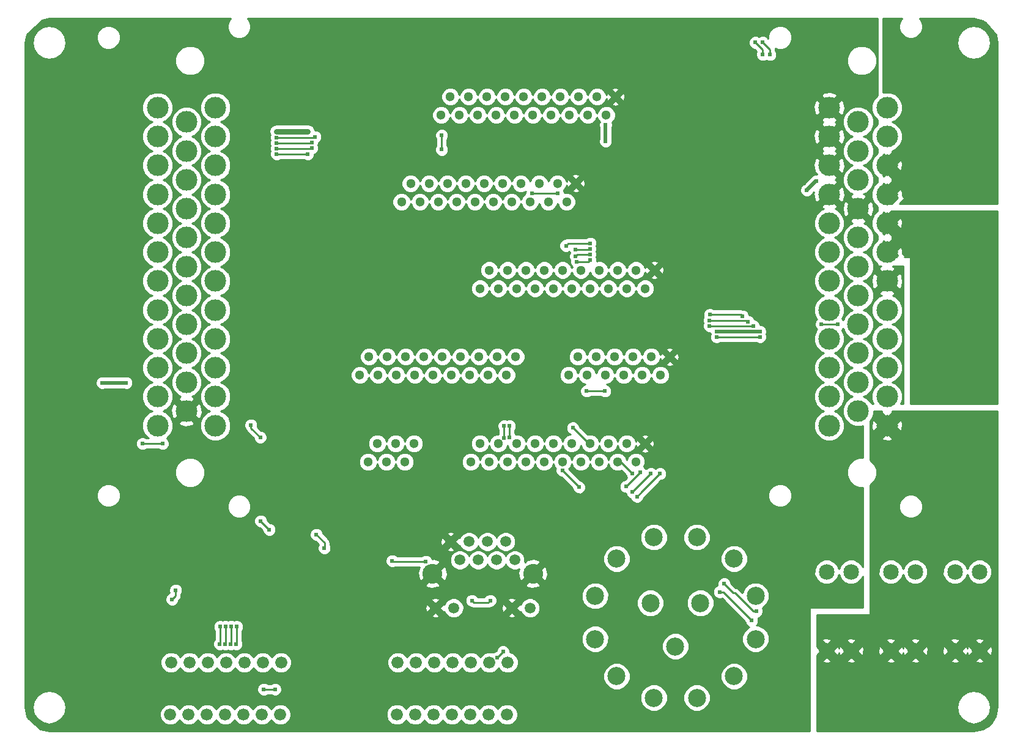
<source format=gbr>
G04 #@! TF.FileFunction,Copper,L2,Bot,Signal*
%FSLAX46Y46*%
G04 Gerber Fmt 4.6, Leading zero omitted, Abs format (unit mm)*
G04 Created by KiCad (PCBNEW 4.0.7) date 05/11/18 03:08:00*
%MOMM*%
%LPD*%
G01*
G04 APERTURE LIST*
%ADD10C,0.100000*%
%ADD11C,2.500000*%
%ADD12C,2.159000*%
%ADD13C,1.676400*%
%ADD14C,3.000000*%
%ADD15C,1.500000*%
%ADD16C,2.750000*%
%ADD17C,1.300000*%
%ADD18C,0.609600*%
%ADD19C,0.254000*%
%ADD20C,0.508000*%
%ADD21C,0.762000*%
G04 APERTURE END LIST*
D10*
D11*
X117694000Y-137572000D03*
X121158000Y-131572000D03*
X114230000Y-131572000D03*
X120670000Y-122464000D03*
X114718000Y-122464000D03*
X114718000Y-144680000D03*
X120670000Y-144680000D03*
X106586000Y-136548000D03*
X106586000Y-130596000D03*
X128802000Y-136548000D03*
X128802000Y-130596000D03*
X125826000Y-125440000D03*
X109562000Y-141704000D03*
X109562000Y-125440000D03*
X125826000Y-141704000D03*
D12*
X147523200Y-127254000D03*
X147523200Y-138176000D03*
X150926800Y-138176000D03*
X150926800Y-127254000D03*
D13*
X79250540Y-139801640D03*
X81790540Y-139801640D03*
X84330540Y-139801640D03*
X86868000Y-139801640D03*
X89408000Y-139801640D03*
X91948000Y-139801640D03*
X94488000Y-139801640D03*
X94388940Y-147000000D03*
X91848940Y-147000000D03*
X89308940Y-147000000D03*
X86771480Y-147000000D03*
X84231480Y-147000000D03*
X81691480Y-147000000D03*
X79151480Y-147000000D03*
X47861600Y-139801640D03*
X50401600Y-139801640D03*
X52941600Y-139801640D03*
X55479060Y-139801640D03*
X58019060Y-139801640D03*
X60559060Y-139801640D03*
X63099060Y-139801640D03*
X63000000Y-147000000D03*
X60460000Y-147000000D03*
X57920000Y-147000000D03*
X55382540Y-147000000D03*
X52842540Y-147000000D03*
X50302540Y-147000000D03*
X47762540Y-147000000D03*
D14*
X54000000Y-91000000D03*
X54000000Y-67000000D03*
X54000000Y-71000000D03*
X54000000Y-75000000D03*
X54000000Y-79000000D03*
X54000000Y-83000000D03*
X54000000Y-87000000D03*
X50000000Y-69000000D03*
X50000000Y-73000000D03*
X50000000Y-81000000D03*
X50000000Y-77000000D03*
X50000000Y-85000000D03*
X50000000Y-89000000D03*
X46000000Y-87000000D03*
X46000000Y-83000000D03*
X46000000Y-75000000D03*
X46000000Y-79000000D03*
X46000000Y-71000000D03*
X46000000Y-67000000D03*
X54000000Y-63000000D03*
X50000000Y-65000000D03*
X46000000Y-63000000D03*
X46000000Y-91000000D03*
X50000000Y-93000000D03*
X54000000Y-95000000D03*
X46000000Y-95000000D03*
X54000000Y-99000000D03*
X50000000Y-97000000D03*
X46000000Y-99000000D03*
X54000000Y-103000000D03*
X50000000Y-101000000D03*
X46000000Y-103000000D03*
X54000000Y-107000000D03*
X50000000Y-105000000D03*
X46000000Y-107000000D03*
D15*
X97580000Y-132252000D03*
X95040000Y-132252000D03*
X84480000Y-132252000D03*
X87020000Y-132252000D03*
X95480000Y-125622000D03*
X92940000Y-125622000D03*
X90400000Y-125622000D03*
X87860000Y-125622000D03*
X94210000Y-123082000D03*
X91670000Y-123082000D03*
X89130000Y-123082000D03*
X86590000Y-123082000D03*
D16*
X97980000Y-127502000D03*
X84080000Y-127502000D03*
D17*
X109720000Y-85500000D03*
X112260000Y-85500000D03*
X114800000Y-85500000D03*
X107180000Y-85500000D03*
X113530000Y-88040000D03*
X110990000Y-88040000D03*
X108450000Y-88040000D03*
X105910000Y-88040000D03*
X104640000Y-85500000D03*
X103370000Y-88040000D03*
X102100000Y-85500000D03*
X100830000Y-88040000D03*
X99560000Y-85500000D03*
X98290000Y-88040000D03*
X97020000Y-85500000D03*
X95750000Y-88040000D03*
X94480000Y-85500000D03*
X93210000Y-88040000D03*
X91940000Y-85500000D03*
X90670000Y-88040000D03*
D14*
X147000000Y-91000000D03*
X147000000Y-67000000D03*
X147000000Y-71000000D03*
X147000000Y-75000000D03*
X147000000Y-79000000D03*
X147000000Y-83000000D03*
X147000000Y-87000000D03*
X143000000Y-69000000D03*
X143000000Y-73000000D03*
X143000000Y-81000000D03*
X143000000Y-77000000D03*
X143000000Y-85000000D03*
X143000000Y-89000000D03*
X139000000Y-87000000D03*
X139000000Y-83000000D03*
X139000000Y-75000000D03*
X139000000Y-79000000D03*
X139000000Y-71000000D03*
X139000000Y-67000000D03*
X147000000Y-63000000D03*
X143000000Y-65000000D03*
X139000000Y-63000000D03*
X139000000Y-91000000D03*
X143000000Y-93000000D03*
X147000000Y-95000000D03*
X139000000Y-95000000D03*
X147000000Y-99000000D03*
X143000000Y-97000000D03*
X139000000Y-99000000D03*
X147000000Y-103000000D03*
X143000000Y-101000000D03*
X139000000Y-103000000D03*
X147000000Y-107000000D03*
X143000000Y-105000000D03*
X139000000Y-107000000D03*
D17*
X76420000Y-109500000D03*
X78960000Y-109500000D03*
X81500000Y-109500000D03*
X80230000Y-112040000D03*
X77690000Y-112040000D03*
X75150000Y-112040000D03*
X108420000Y-109500000D03*
X110960000Y-109500000D03*
X113500000Y-109500000D03*
X105880000Y-109500000D03*
X112230000Y-112040000D03*
X109690000Y-112040000D03*
X107150000Y-112040000D03*
X104610000Y-112040000D03*
X103340000Y-109500000D03*
X102070000Y-112040000D03*
X100800000Y-109500000D03*
X99530000Y-112040000D03*
X98260000Y-109500000D03*
X96990000Y-112040000D03*
X95720000Y-109500000D03*
X94450000Y-112040000D03*
X93180000Y-109500000D03*
X91910000Y-112040000D03*
X90640000Y-109500000D03*
X89370000Y-112040000D03*
X111820000Y-97500000D03*
X114360000Y-97500000D03*
X116900000Y-97500000D03*
X109280000Y-97500000D03*
X115630000Y-100040000D03*
X113090000Y-100040000D03*
X110550000Y-100040000D03*
X108010000Y-100040000D03*
X106740000Y-97500000D03*
X105470000Y-100040000D03*
X104200000Y-97500000D03*
X102930000Y-100040000D03*
X90520000Y-97500000D03*
X93060000Y-97500000D03*
X95600000Y-97500000D03*
X87980000Y-97500000D03*
X94330000Y-100040000D03*
X91790000Y-100040000D03*
X89250000Y-100040000D03*
X86710000Y-100040000D03*
X85440000Y-97500000D03*
X84170000Y-100040000D03*
X82900000Y-97500000D03*
X81630000Y-100040000D03*
X80360000Y-97500000D03*
X79090000Y-100040000D03*
X77820000Y-97500000D03*
X76550000Y-100040000D03*
X75280000Y-97500000D03*
X74010000Y-100040000D03*
X104320000Y-61500000D03*
X106860000Y-61500000D03*
X109400000Y-61500000D03*
X101780000Y-61500000D03*
X108130000Y-64040000D03*
X105590000Y-64040000D03*
X103050000Y-64040000D03*
X100510000Y-64040000D03*
X99240000Y-61500000D03*
X97970000Y-64040000D03*
X96700000Y-61500000D03*
X95430000Y-64040000D03*
X94160000Y-61500000D03*
X92890000Y-64040000D03*
X91620000Y-61500000D03*
X90350000Y-64040000D03*
X89080000Y-61500000D03*
X87810000Y-64040000D03*
X86540000Y-61500000D03*
X85270000Y-64040000D03*
X98820000Y-73500000D03*
X101360000Y-73500000D03*
X103900000Y-73500000D03*
X96280000Y-73500000D03*
X102630000Y-76040000D03*
X100090000Y-76040000D03*
X97550000Y-76040000D03*
X95010000Y-76040000D03*
X93740000Y-73500000D03*
X92470000Y-76040000D03*
X91200000Y-73500000D03*
X89930000Y-76040000D03*
X88660000Y-73500000D03*
X87390000Y-76040000D03*
X86120000Y-73500000D03*
X84850000Y-76040000D03*
X83580000Y-73500000D03*
X82310000Y-76040000D03*
X81040000Y-73500000D03*
X79770000Y-76040000D03*
D12*
X138633200Y-127254000D03*
X138633200Y-138176000D03*
X142036800Y-138176000D03*
X142036800Y-127254000D03*
X156413200Y-127254000D03*
X156413200Y-138176000D03*
X159816800Y-138176000D03*
X159816800Y-127254000D03*
D18*
X78486000Y-125730000D03*
X83151341Y-125823341D03*
X65532000Y-126492000D03*
X63500000Y-121920000D03*
X63246000Y-130302000D03*
X127762000Y-92633790D03*
X122428000Y-92456000D03*
X127000000Y-91871790D03*
X122459908Y-91661711D03*
X128524000Y-93264964D03*
X122428000Y-93218000D03*
X38353070Y-101092000D03*
X41656000Y-101092000D03*
X135890000Y-74422000D03*
X137236210Y-73152000D03*
X108044901Y-65372901D03*
X129413009Y-93980000D03*
X108036099Y-67650099D03*
X123396066Y-93976174D03*
X128778000Y-53995191D03*
X129794000Y-55671611D03*
X130810000Y-55671611D03*
X129794000Y-53995191D03*
X43903395Y-109512605D03*
X46701342Y-109508658D03*
X112836960Y-113471960D03*
X110864637Y-115444282D03*
X129413009Y-94742000D03*
X102042526Y-113218526D03*
X123396066Y-94738177D03*
X104365849Y-115541849D03*
X140208000Y-92964000D03*
X137922000Y-92964000D03*
X67386210Y-67817997D03*
X62484000Y-67894213D03*
X67386210Y-68580000D03*
X62484000Y-68656216D03*
X67818000Y-67056000D03*
X62484000Y-67132210D03*
X66802000Y-66294000D03*
X62484000Y-66294000D03*
X60222653Y-108635800D03*
X58928000Y-106934000D03*
X94742000Y-108635801D03*
X94742003Y-107060971D03*
X123825000Y-130042599D03*
X128270000Y-133985000D03*
X124460000Y-128905000D03*
X128905000Y-132715000D03*
X66802000Y-69418219D03*
X62484000Y-69418219D03*
X93980000Y-107060971D03*
X93980000Y-108712000D03*
X112395000Y-116840000D03*
X115570000Y-113665000D03*
X105918000Y-83311997D03*
X103886000Y-83566000D03*
X105918000Y-81787991D03*
X102545796Y-82112204D03*
X114300000Y-113665000D03*
X111760000Y-116205000D03*
X105918000Y-84074000D03*
X104055790Y-84328000D03*
X105918000Y-82549994D03*
X103886000Y-82626210D03*
X101378099Y-74897901D03*
X97884901Y-74835099D03*
X85344000Y-68808617D03*
X85344000Y-66827377D03*
X62288819Y-143510000D03*
X60713989Y-143510000D03*
X60280401Y-120224401D03*
X61468809Y-121412000D03*
X93834279Y-138321721D03*
X93008081Y-139147919D03*
X69088000Y-123952000D03*
X67988527Y-122090527D03*
X54610000Y-137236210D03*
X54642099Y-134841901D03*
X55372000Y-137236210D03*
X55404071Y-134848562D03*
X56134000Y-137236210D03*
X56207261Y-134848570D03*
X56896000Y-137236210D03*
X56969262Y-134848562D03*
X48514000Y-129794000D03*
X48006000Y-131064000D03*
X107950000Y-102235000D03*
X105410000Y-102235000D03*
X103505000Y-107315000D03*
X92075000Y-131222599D03*
X89535000Y-131222599D03*
X111760000Y-113665000D03*
D19*
X83151341Y-125823341D02*
X78579341Y-125823341D01*
X78579341Y-125823341D02*
X78486000Y-125730000D01*
X122428000Y-92456000D02*
X127584210Y-92456000D01*
X127584210Y-92456000D02*
X127762000Y-92633790D01*
X122459908Y-91661711D02*
X126789921Y-91661711D01*
X126789921Y-91661711D02*
X127000000Y-91871790D01*
X122428000Y-93218000D02*
X128477036Y-93218000D01*
X128477036Y-93218000D02*
X128524000Y-93264964D01*
D20*
X41656000Y-101092000D02*
X38353070Y-101092000D01*
X137236210Y-73152000D02*
X137160000Y-73152000D01*
X137160000Y-73152000D02*
X135890000Y-74422000D01*
X128774174Y-93976174D02*
X129409183Y-93976174D01*
X129409183Y-93976174D02*
X129413009Y-93980000D01*
X123396066Y-93976174D02*
X128774174Y-93976174D01*
X108036099Y-67650099D02*
X108036099Y-65381703D01*
X108036099Y-65381703D02*
X108044901Y-65372901D01*
D19*
X129794000Y-55671611D02*
X129794000Y-55011191D01*
X129794000Y-55011191D02*
X128778000Y-53995191D01*
X129794000Y-55671611D02*
X129794000Y-55519191D01*
X129794000Y-53995191D02*
X130810000Y-55011191D01*
X130810000Y-55011191D02*
X130810000Y-55671611D01*
X46701342Y-109508658D02*
X43907342Y-109508658D01*
X43907342Y-109508658D02*
X43903395Y-109512605D01*
X110864637Y-115444282D02*
X112532161Y-113776759D01*
X112532161Y-113776759D02*
X112836960Y-113471960D01*
X128774177Y-94738177D02*
X129409186Y-94738177D01*
X129409186Y-94738177D02*
X129413009Y-94742000D01*
X123396066Y-94738177D02*
X128774177Y-94738177D01*
X128774177Y-94738177D02*
X128778000Y-94742000D01*
X102042526Y-113218526D02*
X104365849Y-115541849D01*
X137922000Y-92964000D02*
X140208000Y-92964000D01*
X66802000Y-67894213D02*
X67309994Y-67894213D01*
X67309994Y-67894213D02*
X67386210Y-67817997D01*
X62484000Y-67894213D02*
X66802000Y-67894213D01*
X66802000Y-68656216D02*
X67309994Y-68656216D01*
X67309994Y-68656216D02*
X67386210Y-68580000D01*
X62484000Y-68656216D02*
X66802000Y-68656216D01*
X66802000Y-67132210D02*
X67741790Y-67132210D01*
X67741790Y-67132210D02*
X67818000Y-67056000D01*
X62484000Y-67132210D02*
X66802000Y-67132210D01*
D21*
X62484000Y-66294000D02*
X66802000Y-66294000D01*
D19*
X58928000Y-106934000D02*
X58928000Y-107341147D01*
X58928000Y-107341147D02*
X60222653Y-108635800D01*
X94742000Y-108635801D02*
X94742000Y-107060974D01*
X94742000Y-107060974D02*
X94742003Y-107060971D01*
X123825000Y-130042599D02*
X124327599Y-130042599D01*
X124327599Y-130042599D02*
X125095000Y-130810000D01*
X125095000Y-130810000D02*
X128270000Y-133985000D01*
X124460000Y-128905000D02*
X125730000Y-130175000D01*
X125730000Y-130175000D02*
X125933948Y-130175000D01*
X128905000Y-132715000D02*
X128473948Y-132715000D01*
X128473948Y-132715000D02*
X125933948Y-130175000D01*
X62484000Y-69418219D02*
X66802000Y-69418219D01*
X93980000Y-108712000D02*
X93980000Y-107060971D01*
X112395000Y-116840000D02*
X113030000Y-116205000D01*
X115570000Y-113665000D02*
X113030000Y-116205000D01*
X103886000Y-83566000D02*
X104140003Y-83311997D01*
X104140003Y-83311997D02*
X105918000Y-83311997D01*
X102545796Y-82112204D02*
X102870009Y-81787991D01*
X102870009Y-81787991D02*
X105918000Y-81787991D01*
X111760000Y-116205000D02*
X114300000Y-113665000D01*
X105664000Y-84328000D02*
X105918000Y-84074000D01*
X104055790Y-84328000D02*
X105664000Y-84328000D01*
X103886000Y-82626210D02*
X105841784Y-82626210D01*
X105841784Y-82626210D02*
X105918000Y-82549994D01*
X97884901Y-74835099D02*
X101315297Y-74835099D01*
X101315297Y-74835099D02*
X101378099Y-74897901D01*
X85344000Y-66827377D02*
X85344000Y-68808617D01*
X60713989Y-143510000D02*
X62288819Y-143510000D01*
X61468809Y-121412000D02*
X61468000Y-121412000D01*
X61468000Y-121412000D02*
X60280401Y-120224401D01*
X93008081Y-139147919D02*
X93834279Y-138321721D01*
X69102099Y-123204099D02*
X69102099Y-123937901D01*
X69102099Y-123937901D02*
X69088000Y-123952000D01*
X67988527Y-122090527D02*
X69102099Y-123204099D01*
X54642099Y-134841901D02*
X54642099Y-137204111D01*
X54642099Y-137204111D02*
X54610000Y-137236210D01*
X55404071Y-134848562D02*
X55404071Y-137204139D01*
X55404071Y-137204139D02*
X55372000Y-137236210D01*
X56207261Y-134848570D02*
X56207261Y-137162949D01*
X56207261Y-137162949D02*
X56134000Y-137236210D01*
X56969262Y-134848562D02*
X56969262Y-137162948D01*
X56969262Y-137162948D02*
X56896000Y-137236210D01*
X48514000Y-129794000D02*
X48514000Y-130556000D01*
X48514000Y-130556000D02*
X48260000Y-130810000D01*
X48260000Y-130810000D02*
X48006000Y-131064000D01*
X105410000Y-102235000D02*
X107950000Y-102235000D01*
X103505000Y-107315000D02*
X105690000Y-109500000D01*
X105690000Y-109500000D02*
X105880000Y-109500000D01*
X89535000Y-131222599D02*
X89839799Y-131527398D01*
X89839799Y-131527398D02*
X91770201Y-131527398D01*
X91770201Y-131527398D02*
X92075000Y-131222599D01*
X111760000Y-113665000D02*
X110135000Y-112040000D01*
X110135000Y-112040000D02*
X109690000Y-112040000D01*
G36*
X162315000Y-104013000D02*
X150241000Y-104013000D01*
X150241000Y-83820000D01*
X150230994Y-83770590D01*
X150202553Y-83728965D01*
X150160159Y-83701685D01*
X150114000Y-83693000D01*
X149381980Y-83693000D01*
X149508349Y-83566631D01*
X149126994Y-83185276D01*
X149162166Y-82747779D01*
X149094102Y-82405597D01*
X148855119Y-82205541D01*
X148060660Y-83000000D01*
X148515330Y-83454670D01*
X148277000Y-83693000D01*
X146431000Y-83693000D01*
X146431000Y-81599000D01*
X146545330Y-81484670D01*
X147000000Y-81939340D01*
X147794459Y-81144881D01*
X147673177Y-81000000D01*
X147794459Y-80855119D01*
X147000000Y-80060660D01*
X146545330Y-80515330D01*
X146431000Y-80401000D01*
X146431000Y-79000000D01*
X148060660Y-79000000D01*
X148855119Y-79794459D01*
X149094102Y-79594403D01*
X149162166Y-78747779D01*
X149094102Y-78405597D01*
X148855119Y-78205541D01*
X148060660Y-79000000D01*
X146431000Y-79000000D01*
X146431000Y-77599000D01*
X146545330Y-77484670D01*
X147000000Y-77939340D01*
X147596340Y-77343000D01*
X162315000Y-77343000D01*
X162315000Y-104013000D01*
X162315000Y-104013000D01*
G37*
X162315000Y-104013000D02*
X150241000Y-104013000D01*
X150241000Y-83820000D01*
X150230994Y-83770590D01*
X150202553Y-83728965D01*
X150160159Y-83701685D01*
X150114000Y-83693000D01*
X149381980Y-83693000D01*
X149508349Y-83566631D01*
X149126994Y-83185276D01*
X149162166Y-82747779D01*
X149094102Y-82405597D01*
X148855119Y-82205541D01*
X148060660Y-83000000D01*
X148515330Y-83454670D01*
X148277000Y-83693000D01*
X146431000Y-83693000D01*
X146431000Y-81599000D01*
X146545330Y-81484670D01*
X147000000Y-81939340D01*
X147794459Y-81144881D01*
X147673177Y-81000000D01*
X147794459Y-80855119D01*
X147000000Y-80060660D01*
X146545330Y-80515330D01*
X146431000Y-80401000D01*
X146431000Y-79000000D01*
X148060660Y-79000000D01*
X148855119Y-79794459D01*
X149094102Y-79594403D01*
X149162166Y-78747779D01*
X149094102Y-78405597D01*
X148855119Y-78205541D01*
X148060660Y-79000000D01*
X146431000Y-79000000D01*
X146431000Y-77599000D01*
X146545330Y-77484670D01*
X147000000Y-77939340D01*
X147596340Y-77343000D01*
X162315000Y-77343000D01*
X162315000Y-104013000D01*
G36*
X148914722Y-50872637D02*
X148665284Y-51473352D01*
X148664716Y-52123795D01*
X148913106Y-52724943D01*
X149372637Y-53185278D01*
X149973352Y-53434716D01*
X150623795Y-53435284D01*
X151224943Y-53186894D01*
X151685278Y-52727363D01*
X151934716Y-52126648D01*
X151935284Y-51476205D01*
X151686894Y-50875057D01*
X151497169Y-50685000D01*
X158932533Y-50685000D01*
X160263459Y-50949738D01*
X160653436Y-51210312D01*
X162097831Y-52975684D01*
X162315000Y-54067467D01*
X162315000Y-76327000D01*
X148747980Y-76327000D01*
X149508349Y-75566631D01*
X149126994Y-75185276D01*
X149162166Y-74747779D01*
X149094102Y-74405597D01*
X148855119Y-74205541D01*
X148060660Y-75000000D01*
X148515330Y-75454670D01*
X147643000Y-76327000D01*
X147266340Y-76327000D01*
X147000000Y-76060660D01*
X146733660Y-76327000D01*
X146431000Y-76327000D01*
X146431000Y-73599000D01*
X146545330Y-73484670D01*
X147000000Y-73939340D01*
X147794459Y-73144881D01*
X147673177Y-73000000D01*
X147794459Y-72855119D01*
X147000000Y-72060660D01*
X146545330Y-72515330D01*
X146431000Y-72401000D01*
X146431000Y-71000000D01*
X148060660Y-71000000D01*
X148855119Y-71794459D01*
X149094102Y-71594403D01*
X149162166Y-70747779D01*
X149094102Y-70405597D01*
X148855119Y-70205541D01*
X148060660Y-71000000D01*
X146431000Y-71000000D01*
X146431000Y-69599000D01*
X146545330Y-69484670D01*
X147000000Y-69939340D01*
X147794459Y-69144881D01*
X147693032Y-69023718D01*
X148207800Y-68811020D01*
X148808909Y-68210959D01*
X149134628Y-67426541D01*
X149135370Y-66577185D01*
X148811020Y-65792200D01*
X148210959Y-65191091D01*
X147750598Y-64999932D01*
X148207800Y-64811020D01*
X148808909Y-64210959D01*
X149134628Y-63426541D01*
X149135370Y-62577185D01*
X148811020Y-61792200D01*
X148210959Y-61191091D01*
X147426541Y-60865372D01*
X146577185Y-60864630D01*
X146431000Y-60925033D01*
X146431000Y-54000000D01*
X156683050Y-54000000D01*
X156859417Y-54886658D01*
X157361669Y-55638331D01*
X158113342Y-56140583D01*
X159000000Y-56316950D01*
X159886658Y-56140583D01*
X160638331Y-55638331D01*
X161140583Y-54886658D01*
X161316950Y-54000000D01*
X161140583Y-53113342D01*
X160638331Y-52361669D01*
X159886658Y-51859417D01*
X159000000Y-51683050D01*
X158113342Y-51859417D01*
X157361669Y-52361669D01*
X156859417Y-53113342D01*
X156683050Y-54000000D01*
X146431000Y-54000000D01*
X146431000Y-50685000D01*
X149102687Y-50685000D01*
X148914722Y-50872637D01*
X148914722Y-50872637D01*
G37*
X148914722Y-50872637D02*
X148665284Y-51473352D01*
X148664716Y-52123795D01*
X148913106Y-52724943D01*
X149372637Y-53185278D01*
X149973352Y-53434716D01*
X150623795Y-53435284D01*
X151224943Y-53186894D01*
X151685278Y-52727363D01*
X151934716Y-52126648D01*
X151935284Y-51476205D01*
X151686894Y-50875057D01*
X151497169Y-50685000D01*
X158932533Y-50685000D01*
X160263459Y-50949738D01*
X160653436Y-51210312D01*
X162097831Y-52975684D01*
X162315000Y-54067467D01*
X162315000Y-76327000D01*
X148747980Y-76327000D01*
X149508349Y-75566631D01*
X149126994Y-75185276D01*
X149162166Y-74747779D01*
X149094102Y-74405597D01*
X148855119Y-74205541D01*
X148060660Y-75000000D01*
X148515330Y-75454670D01*
X147643000Y-76327000D01*
X147266340Y-76327000D01*
X147000000Y-76060660D01*
X146733660Y-76327000D01*
X146431000Y-76327000D01*
X146431000Y-73599000D01*
X146545330Y-73484670D01*
X147000000Y-73939340D01*
X147794459Y-73144881D01*
X147673177Y-73000000D01*
X147794459Y-72855119D01*
X147000000Y-72060660D01*
X146545330Y-72515330D01*
X146431000Y-72401000D01*
X146431000Y-71000000D01*
X148060660Y-71000000D01*
X148855119Y-71794459D01*
X149094102Y-71594403D01*
X149162166Y-70747779D01*
X149094102Y-70405597D01*
X148855119Y-70205541D01*
X148060660Y-71000000D01*
X146431000Y-71000000D01*
X146431000Y-69599000D01*
X146545330Y-69484670D01*
X147000000Y-69939340D01*
X147794459Y-69144881D01*
X147693032Y-69023718D01*
X148207800Y-68811020D01*
X148808909Y-68210959D01*
X149134628Y-67426541D01*
X149135370Y-66577185D01*
X148811020Y-65792200D01*
X148210959Y-65191091D01*
X147750598Y-64999932D01*
X148207800Y-64811020D01*
X148808909Y-64210959D01*
X149134628Y-63426541D01*
X149135370Y-62577185D01*
X148811020Y-61792200D01*
X148210959Y-61191091D01*
X147426541Y-60865372D01*
X146577185Y-60864630D01*
X146431000Y-60925033D01*
X146431000Y-54000000D01*
X156683050Y-54000000D01*
X156859417Y-54886658D01*
X157361669Y-55638331D01*
X158113342Y-56140583D01*
X159000000Y-56316950D01*
X159886658Y-56140583D01*
X160638331Y-55638331D01*
X161140583Y-54886658D01*
X161316950Y-54000000D01*
X161140583Y-53113342D01*
X160638331Y-52361669D01*
X159886658Y-51859417D01*
X159000000Y-51683050D01*
X158113342Y-51859417D01*
X157361669Y-52361669D01*
X156859417Y-53113342D01*
X156683050Y-54000000D01*
X146431000Y-54000000D01*
X146431000Y-50685000D01*
X149102687Y-50685000D01*
X148914722Y-50872637D01*
G36*
X146205541Y-105144881D02*
X147000000Y-105939340D01*
X147794459Y-105144881D01*
X147697454Y-105029000D01*
X162315000Y-105029000D01*
X162315000Y-145932533D01*
X162050262Y-147263460D01*
X161472923Y-148127508D01*
X160978505Y-148572485D01*
X160263459Y-149050262D01*
X158932533Y-149315000D01*
X137287000Y-149315000D01*
X137287000Y-146000000D01*
X156683050Y-146000000D01*
X156859417Y-146886658D01*
X157361669Y-147638331D01*
X158113342Y-148140583D01*
X159000000Y-148316950D01*
X159886658Y-148140583D01*
X160638331Y-147638331D01*
X161140583Y-146886658D01*
X161316950Y-146000000D01*
X161140583Y-145113342D01*
X160638331Y-144361669D01*
X159886658Y-143859417D01*
X159000000Y-143683050D01*
X158113342Y-143859417D01*
X157361669Y-144361669D01*
X156859417Y-145113342D01*
X156683050Y-146000000D01*
X137287000Y-146000000D01*
X137287000Y-139614701D01*
X137957820Y-139614701D01*
X138092572Y-139838388D01*
X138769893Y-139918736D01*
X139173828Y-139838388D01*
X139308580Y-139614701D01*
X141361420Y-139614701D01*
X141496172Y-139838388D01*
X142173493Y-139918736D01*
X142577428Y-139838388D01*
X142712180Y-139614701D01*
X146847820Y-139614701D01*
X146982572Y-139838388D01*
X147659893Y-139918736D01*
X148063828Y-139838388D01*
X148198580Y-139614701D01*
X150251420Y-139614701D01*
X150386172Y-139838388D01*
X151063493Y-139918736D01*
X151467428Y-139838388D01*
X151602180Y-139614701D01*
X155737820Y-139614701D01*
X155872572Y-139838388D01*
X156549893Y-139918736D01*
X156953828Y-139838388D01*
X157088580Y-139614701D01*
X159141420Y-139614701D01*
X159276172Y-139838388D01*
X159953493Y-139918736D01*
X160357428Y-139838388D01*
X160492180Y-139614701D01*
X159816800Y-138939322D01*
X159141420Y-139614701D01*
X157088580Y-139614701D01*
X156413200Y-138939322D01*
X155737820Y-139614701D01*
X151602180Y-139614701D01*
X150926800Y-138939322D01*
X150251420Y-139614701D01*
X148198580Y-139614701D01*
X147523200Y-138939322D01*
X146847820Y-139614701D01*
X142712180Y-139614701D01*
X142036800Y-138939322D01*
X141361420Y-139614701D01*
X139308580Y-139614701D01*
X138633200Y-138939322D01*
X137957820Y-139614701D01*
X137287000Y-139614701D01*
X137287000Y-138758879D01*
X137869878Y-138176000D01*
X139396522Y-138176000D01*
X140071901Y-138851380D01*
X140295588Y-138716628D01*
X140325035Y-138468394D01*
X140374412Y-138716628D01*
X140598099Y-138851380D01*
X141273478Y-138176000D01*
X142800122Y-138176000D01*
X143475501Y-138851380D01*
X143699188Y-138716628D01*
X143747105Y-138312693D01*
X145780464Y-138312693D01*
X145860812Y-138716628D01*
X146084499Y-138851380D01*
X146759878Y-138176000D01*
X148286522Y-138176000D01*
X148961901Y-138851380D01*
X149185588Y-138716628D01*
X149215035Y-138468394D01*
X149264412Y-138716628D01*
X149488099Y-138851380D01*
X150163478Y-138176000D01*
X151690122Y-138176000D01*
X152365501Y-138851380D01*
X152589188Y-138716628D01*
X152637105Y-138312693D01*
X154670464Y-138312693D01*
X154750812Y-138716628D01*
X154974499Y-138851380D01*
X155649878Y-138176000D01*
X157176522Y-138176000D01*
X157851901Y-138851380D01*
X158075588Y-138716628D01*
X158105035Y-138468394D01*
X158154412Y-138716628D01*
X158378099Y-138851380D01*
X159053478Y-138176000D01*
X160580122Y-138176000D01*
X161255501Y-138851380D01*
X161479188Y-138716628D01*
X161559536Y-138039307D01*
X161479188Y-137635372D01*
X161255501Y-137500620D01*
X160580122Y-138176000D01*
X159053478Y-138176000D01*
X158378099Y-137500620D01*
X158154412Y-137635372D01*
X158124965Y-137883606D01*
X158075588Y-137635372D01*
X157851901Y-137500620D01*
X157176522Y-138176000D01*
X155649878Y-138176000D01*
X154974499Y-137500620D01*
X154750812Y-137635372D01*
X154670464Y-138312693D01*
X152637105Y-138312693D01*
X152669536Y-138039307D01*
X152589188Y-137635372D01*
X152365501Y-137500620D01*
X151690122Y-138176000D01*
X150163478Y-138176000D01*
X149488099Y-137500620D01*
X149264412Y-137635372D01*
X149234965Y-137883606D01*
X149185588Y-137635372D01*
X148961901Y-137500620D01*
X148286522Y-138176000D01*
X146759878Y-138176000D01*
X146084499Y-137500620D01*
X145860812Y-137635372D01*
X145780464Y-138312693D01*
X143747105Y-138312693D01*
X143779536Y-138039307D01*
X143699188Y-137635372D01*
X143475501Y-137500620D01*
X142800122Y-138176000D01*
X141273478Y-138176000D01*
X140598099Y-137500620D01*
X140374412Y-137635372D01*
X140344965Y-137883606D01*
X140295588Y-137635372D01*
X140071901Y-137500620D01*
X139396522Y-138176000D01*
X137869878Y-138176000D01*
X137287000Y-137593121D01*
X137287000Y-136737299D01*
X137957820Y-136737299D01*
X138633200Y-137412678D01*
X139308580Y-136737299D01*
X141361420Y-136737299D01*
X142036800Y-137412678D01*
X142712180Y-136737299D01*
X146847820Y-136737299D01*
X147523200Y-137412678D01*
X148198580Y-136737299D01*
X150251420Y-136737299D01*
X150926800Y-137412678D01*
X151602180Y-136737299D01*
X155737820Y-136737299D01*
X156413200Y-137412678D01*
X157088580Y-136737299D01*
X159141420Y-136737299D01*
X159816800Y-137412678D01*
X160492180Y-136737299D01*
X160357428Y-136513612D01*
X159680107Y-136433264D01*
X159276172Y-136513612D01*
X159141420Y-136737299D01*
X157088580Y-136737299D01*
X156953828Y-136513612D01*
X156276507Y-136433264D01*
X155872572Y-136513612D01*
X155737820Y-136737299D01*
X151602180Y-136737299D01*
X151467428Y-136513612D01*
X150790107Y-136433264D01*
X150386172Y-136513612D01*
X150251420Y-136737299D01*
X148198580Y-136737299D01*
X148063828Y-136513612D01*
X147386507Y-136433264D01*
X146982572Y-136513612D01*
X146847820Y-136737299D01*
X142712180Y-136737299D01*
X142577428Y-136513612D01*
X141900107Y-136433264D01*
X141496172Y-136513612D01*
X141361420Y-136737299D01*
X139308580Y-136737299D01*
X139173828Y-136513612D01*
X138496507Y-136433264D01*
X138092572Y-136513612D01*
X137957820Y-136737299D01*
X137287000Y-136737299D01*
X137287000Y-133223000D01*
X144526000Y-133223000D01*
X144575410Y-133212994D01*
X144617035Y-133184553D01*
X144644315Y-133142159D01*
X144653000Y-133096000D01*
X144653000Y-127593539D01*
X145808403Y-127593539D01*
X146068870Y-128223917D01*
X146550746Y-128706635D01*
X147180669Y-128968202D01*
X147862739Y-128968797D01*
X148493117Y-128708330D01*
X148975835Y-128226454D01*
X149225291Y-127625698D01*
X149472470Y-128223917D01*
X149954346Y-128706635D01*
X150584269Y-128968202D01*
X151266339Y-128968797D01*
X151896717Y-128708330D01*
X152379435Y-128226454D01*
X152641002Y-127596531D01*
X152641004Y-127593539D01*
X154698403Y-127593539D01*
X154958870Y-128223917D01*
X155440746Y-128706635D01*
X156070669Y-128968202D01*
X156752739Y-128968797D01*
X157383117Y-128708330D01*
X157865835Y-128226454D01*
X158115291Y-127625698D01*
X158362470Y-128223917D01*
X158844346Y-128706635D01*
X159474269Y-128968202D01*
X160156339Y-128968797D01*
X160786717Y-128708330D01*
X161269435Y-128226454D01*
X161531002Y-127596531D01*
X161531597Y-126914461D01*
X161271130Y-126284083D01*
X160789254Y-125801365D01*
X160159331Y-125539798D01*
X159477261Y-125539203D01*
X158846883Y-125799670D01*
X158364165Y-126281546D01*
X158114709Y-126882302D01*
X157867530Y-126284083D01*
X157385654Y-125801365D01*
X156755731Y-125539798D01*
X156073661Y-125539203D01*
X155443283Y-125799670D01*
X154960565Y-126281546D01*
X154698998Y-126911469D01*
X154698403Y-127593539D01*
X152641004Y-127593539D01*
X152641597Y-126914461D01*
X152381130Y-126284083D01*
X151899254Y-125801365D01*
X151269331Y-125539798D01*
X150587261Y-125539203D01*
X149956883Y-125799670D01*
X149474165Y-126281546D01*
X149224709Y-126882302D01*
X148977530Y-126284083D01*
X148495654Y-125801365D01*
X147865731Y-125539798D01*
X147183661Y-125539203D01*
X146553283Y-125799670D01*
X146070565Y-126281546D01*
X145808998Y-126911469D01*
X145808403Y-127593539D01*
X144653000Y-127593539D01*
X144653000Y-118523795D01*
X148664716Y-118523795D01*
X148913106Y-119124943D01*
X149372637Y-119585278D01*
X149973352Y-119834716D01*
X150623795Y-119835284D01*
X151224943Y-119586894D01*
X151685278Y-119127363D01*
X151934716Y-118526648D01*
X151935284Y-117876205D01*
X151686894Y-117275057D01*
X151227363Y-116814722D01*
X150626648Y-116565284D01*
X149976205Y-116564716D01*
X149375057Y-116813106D01*
X148914722Y-117272637D01*
X148665284Y-117873352D01*
X148664716Y-118523795D01*
X144653000Y-118523795D01*
X144653000Y-115252513D01*
X144665372Y-115247401D01*
X145245365Y-114668420D01*
X145559642Y-113911557D01*
X145560357Y-113092038D01*
X145247401Y-112334628D01*
X144668420Y-111754635D01*
X144653000Y-111748232D01*
X144653000Y-108855119D01*
X146205541Y-108855119D01*
X146405597Y-109094102D01*
X147252221Y-109162166D01*
X147594403Y-109094102D01*
X147794459Y-108855119D01*
X147000000Y-108060660D01*
X146205541Y-108855119D01*
X144653000Y-108855119D01*
X144653000Y-107252221D01*
X144837834Y-107252221D01*
X144905898Y-107594403D01*
X145144881Y-107794459D01*
X145939340Y-107000000D01*
X148060660Y-107000000D01*
X148855119Y-107794459D01*
X149094102Y-107594403D01*
X149162166Y-106747779D01*
X149094102Y-106405597D01*
X148855119Y-106205541D01*
X148060660Y-107000000D01*
X145939340Y-107000000D01*
X145144881Y-106205541D01*
X144905898Y-106405597D01*
X144837834Y-107252221D01*
X144653000Y-107252221D01*
X144653000Y-106366596D01*
X144808909Y-106210959D01*
X145134628Y-105426541D01*
X145134975Y-105029000D01*
X146302547Y-105029000D01*
X146205541Y-105144881D01*
X146205541Y-105144881D01*
G37*
X146205541Y-105144881D02*
X147000000Y-105939340D01*
X147794459Y-105144881D01*
X147697454Y-105029000D01*
X162315000Y-105029000D01*
X162315000Y-145932533D01*
X162050262Y-147263460D01*
X161472923Y-148127508D01*
X160978505Y-148572485D01*
X160263459Y-149050262D01*
X158932533Y-149315000D01*
X137287000Y-149315000D01*
X137287000Y-146000000D01*
X156683050Y-146000000D01*
X156859417Y-146886658D01*
X157361669Y-147638331D01*
X158113342Y-148140583D01*
X159000000Y-148316950D01*
X159886658Y-148140583D01*
X160638331Y-147638331D01*
X161140583Y-146886658D01*
X161316950Y-146000000D01*
X161140583Y-145113342D01*
X160638331Y-144361669D01*
X159886658Y-143859417D01*
X159000000Y-143683050D01*
X158113342Y-143859417D01*
X157361669Y-144361669D01*
X156859417Y-145113342D01*
X156683050Y-146000000D01*
X137287000Y-146000000D01*
X137287000Y-139614701D01*
X137957820Y-139614701D01*
X138092572Y-139838388D01*
X138769893Y-139918736D01*
X139173828Y-139838388D01*
X139308580Y-139614701D01*
X141361420Y-139614701D01*
X141496172Y-139838388D01*
X142173493Y-139918736D01*
X142577428Y-139838388D01*
X142712180Y-139614701D01*
X146847820Y-139614701D01*
X146982572Y-139838388D01*
X147659893Y-139918736D01*
X148063828Y-139838388D01*
X148198580Y-139614701D01*
X150251420Y-139614701D01*
X150386172Y-139838388D01*
X151063493Y-139918736D01*
X151467428Y-139838388D01*
X151602180Y-139614701D01*
X155737820Y-139614701D01*
X155872572Y-139838388D01*
X156549893Y-139918736D01*
X156953828Y-139838388D01*
X157088580Y-139614701D01*
X159141420Y-139614701D01*
X159276172Y-139838388D01*
X159953493Y-139918736D01*
X160357428Y-139838388D01*
X160492180Y-139614701D01*
X159816800Y-138939322D01*
X159141420Y-139614701D01*
X157088580Y-139614701D01*
X156413200Y-138939322D01*
X155737820Y-139614701D01*
X151602180Y-139614701D01*
X150926800Y-138939322D01*
X150251420Y-139614701D01*
X148198580Y-139614701D01*
X147523200Y-138939322D01*
X146847820Y-139614701D01*
X142712180Y-139614701D01*
X142036800Y-138939322D01*
X141361420Y-139614701D01*
X139308580Y-139614701D01*
X138633200Y-138939322D01*
X137957820Y-139614701D01*
X137287000Y-139614701D01*
X137287000Y-138758879D01*
X137869878Y-138176000D01*
X139396522Y-138176000D01*
X140071901Y-138851380D01*
X140295588Y-138716628D01*
X140325035Y-138468394D01*
X140374412Y-138716628D01*
X140598099Y-138851380D01*
X141273478Y-138176000D01*
X142800122Y-138176000D01*
X143475501Y-138851380D01*
X143699188Y-138716628D01*
X143747105Y-138312693D01*
X145780464Y-138312693D01*
X145860812Y-138716628D01*
X146084499Y-138851380D01*
X146759878Y-138176000D01*
X148286522Y-138176000D01*
X148961901Y-138851380D01*
X149185588Y-138716628D01*
X149215035Y-138468394D01*
X149264412Y-138716628D01*
X149488099Y-138851380D01*
X150163478Y-138176000D01*
X151690122Y-138176000D01*
X152365501Y-138851380D01*
X152589188Y-138716628D01*
X152637105Y-138312693D01*
X154670464Y-138312693D01*
X154750812Y-138716628D01*
X154974499Y-138851380D01*
X155649878Y-138176000D01*
X157176522Y-138176000D01*
X157851901Y-138851380D01*
X158075588Y-138716628D01*
X158105035Y-138468394D01*
X158154412Y-138716628D01*
X158378099Y-138851380D01*
X159053478Y-138176000D01*
X160580122Y-138176000D01*
X161255501Y-138851380D01*
X161479188Y-138716628D01*
X161559536Y-138039307D01*
X161479188Y-137635372D01*
X161255501Y-137500620D01*
X160580122Y-138176000D01*
X159053478Y-138176000D01*
X158378099Y-137500620D01*
X158154412Y-137635372D01*
X158124965Y-137883606D01*
X158075588Y-137635372D01*
X157851901Y-137500620D01*
X157176522Y-138176000D01*
X155649878Y-138176000D01*
X154974499Y-137500620D01*
X154750812Y-137635372D01*
X154670464Y-138312693D01*
X152637105Y-138312693D01*
X152669536Y-138039307D01*
X152589188Y-137635372D01*
X152365501Y-137500620D01*
X151690122Y-138176000D01*
X150163478Y-138176000D01*
X149488099Y-137500620D01*
X149264412Y-137635372D01*
X149234965Y-137883606D01*
X149185588Y-137635372D01*
X148961901Y-137500620D01*
X148286522Y-138176000D01*
X146759878Y-138176000D01*
X146084499Y-137500620D01*
X145860812Y-137635372D01*
X145780464Y-138312693D01*
X143747105Y-138312693D01*
X143779536Y-138039307D01*
X143699188Y-137635372D01*
X143475501Y-137500620D01*
X142800122Y-138176000D01*
X141273478Y-138176000D01*
X140598099Y-137500620D01*
X140374412Y-137635372D01*
X140344965Y-137883606D01*
X140295588Y-137635372D01*
X140071901Y-137500620D01*
X139396522Y-138176000D01*
X137869878Y-138176000D01*
X137287000Y-137593121D01*
X137287000Y-136737299D01*
X137957820Y-136737299D01*
X138633200Y-137412678D01*
X139308580Y-136737299D01*
X141361420Y-136737299D01*
X142036800Y-137412678D01*
X142712180Y-136737299D01*
X146847820Y-136737299D01*
X147523200Y-137412678D01*
X148198580Y-136737299D01*
X150251420Y-136737299D01*
X150926800Y-137412678D01*
X151602180Y-136737299D01*
X155737820Y-136737299D01*
X156413200Y-137412678D01*
X157088580Y-136737299D01*
X159141420Y-136737299D01*
X159816800Y-137412678D01*
X160492180Y-136737299D01*
X160357428Y-136513612D01*
X159680107Y-136433264D01*
X159276172Y-136513612D01*
X159141420Y-136737299D01*
X157088580Y-136737299D01*
X156953828Y-136513612D01*
X156276507Y-136433264D01*
X155872572Y-136513612D01*
X155737820Y-136737299D01*
X151602180Y-136737299D01*
X151467428Y-136513612D01*
X150790107Y-136433264D01*
X150386172Y-136513612D01*
X150251420Y-136737299D01*
X148198580Y-136737299D01*
X148063828Y-136513612D01*
X147386507Y-136433264D01*
X146982572Y-136513612D01*
X146847820Y-136737299D01*
X142712180Y-136737299D01*
X142577428Y-136513612D01*
X141900107Y-136433264D01*
X141496172Y-136513612D01*
X141361420Y-136737299D01*
X139308580Y-136737299D01*
X139173828Y-136513612D01*
X138496507Y-136433264D01*
X138092572Y-136513612D01*
X137957820Y-136737299D01*
X137287000Y-136737299D01*
X137287000Y-133223000D01*
X144526000Y-133223000D01*
X144575410Y-133212994D01*
X144617035Y-133184553D01*
X144644315Y-133142159D01*
X144653000Y-133096000D01*
X144653000Y-127593539D01*
X145808403Y-127593539D01*
X146068870Y-128223917D01*
X146550746Y-128706635D01*
X147180669Y-128968202D01*
X147862739Y-128968797D01*
X148493117Y-128708330D01*
X148975835Y-128226454D01*
X149225291Y-127625698D01*
X149472470Y-128223917D01*
X149954346Y-128706635D01*
X150584269Y-128968202D01*
X151266339Y-128968797D01*
X151896717Y-128708330D01*
X152379435Y-128226454D01*
X152641002Y-127596531D01*
X152641004Y-127593539D01*
X154698403Y-127593539D01*
X154958870Y-128223917D01*
X155440746Y-128706635D01*
X156070669Y-128968202D01*
X156752739Y-128968797D01*
X157383117Y-128708330D01*
X157865835Y-128226454D01*
X158115291Y-127625698D01*
X158362470Y-128223917D01*
X158844346Y-128706635D01*
X159474269Y-128968202D01*
X160156339Y-128968797D01*
X160786717Y-128708330D01*
X161269435Y-128226454D01*
X161531002Y-127596531D01*
X161531597Y-126914461D01*
X161271130Y-126284083D01*
X160789254Y-125801365D01*
X160159331Y-125539798D01*
X159477261Y-125539203D01*
X158846883Y-125799670D01*
X158364165Y-126281546D01*
X158114709Y-126882302D01*
X157867530Y-126284083D01*
X157385654Y-125801365D01*
X156755731Y-125539798D01*
X156073661Y-125539203D01*
X155443283Y-125799670D01*
X154960565Y-126281546D01*
X154698998Y-126911469D01*
X154698403Y-127593539D01*
X152641004Y-127593539D01*
X152641597Y-126914461D01*
X152381130Y-126284083D01*
X151899254Y-125801365D01*
X151269331Y-125539798D01*
X150587261Y-125539203D01*
X149956883Y-125799670D01*
X149474165Y-126281546D01*
X149224709Y-126882302D01*
X148977530Y-126284083D01*
X148495654Y-125801365D01*
X147865731Y-125539798D01*
X147183661Y-125539203D01*
X146553283Y-125799670D01*
X146070565Y-126281546D01*
X145808998Y-126911469D01*
X145808403Y-127593539D01*
X144653000Y-127593539D01*
X144653000Y-118523795D01*
X148664716Y-118523795D01*
X148913106Y-119124943D01*
X149372637Y-119585278D01*
X149973352Y-119834716D01*
X150623795Y-119835284D01*
X151224943Y-119586894D01*
X151685278Y-119127363D01*
X151934716Y-118526648D01*
X151935284Y-117876205D01*
X151686894Y-117275057D01*
X151227363Y-116814722D01*
X150626648Y-116565284D01*
X149976205Y-116564716D01*
X149375057Y-116813106D01*
X148914722Y-117272637D01*
X148665284Y-117873352D01*
X148664716Y-118523795D01*
X144653000Y-118523795D01*
X144653000Y-115252513D01*
X144665372Y-115247401D01*
X145245365Y-114668420D01*
X145559642Y-113911557D01*
X145560357Y-113092038D01*
X145247401Y-112334628D01*
X144668420Y-111754635D01*
X144653000Y-111748232D01*
X144653000Y-108855119D01*
X146205541Y-108855119D01*
X146405597Y-109094102D01*
X147252221Y-109162166D01*
X147594403Y-109094102D01*
X147794459Y-108855119D01*
X147000000Y-108060660D01*
X146205541Y-108855119D01*
X144653000Y-108855119D01*
X144653000Y-107252221D01*
X144837834Y-107252221D01*
X144905898Y-107594403D01*
X145144881Y-107794459D01*
X145939340Y-107000000D01*
X148060660Y-107000000D01*
X148855119Y-107794459D01*
X149094102Y-107594403D01*
X149162166Y-106747779D01*
X149094102Y-106405597D01*
X148855119Y-106205541D01*
X148060660Y-107000000D01*
X145939340Y-107000000D01*
X145144881Y-106205541D01*
X144905898Y-106405597D01*
X144837834Y-107252221D01*
X144653000Y-107252221D01*
X144653000Y-106366596D01*
X144808909Y-106210959D01*
X145134628Y-105426541D01*
X145134975Y-105029000D01*
X146302547Y-105029000D01*
X146205541Y-105144881D01*
G36*
X55914722Y-50872637D02*
X55665284Y-51473352D01*
X55664716Y-52123795D01*
X55913106Y-52724943D01*
X56372637Y-53185278D01*
X56973352Y-53434716D01*
X57623795Y-53435284D01*
X58224943Y-53186894D01*
X58685278Y-52727363D01*
X58934716Y-52126648D01*
X58935284Y-51476205D01*
X58686894Y-50875057D01*
X58497169Y-50685000D01*
X145669000Y-50685000D01*
X145669000Y-61311965D01*
X145191091Y-61789041D01*
X144865372Y-62573459D01*
X144864630Y-63422815D01*
X145188980Y-64207800D01*
X145669000Y-64688658D01*
X145669000Y-65311965D01*
X145191091Y-65789041D01*
X144865372Y-66573459D01*
X144864630Y-67422815D01*
X145188980Y-68207800D01*
X145669000Y-68688658D01*
X145669000Y-69311965D01*
X145191091Y-69789041D01*
X144865372Y-70573459D01*
X144864630Y-71422815D01*
X145188980Y-72207800D01*
X145669000Y-72688658D01*
X145669000Y-73311965D01*
X145191091Y-73789041D01*
X144865372Y-74573459D01*
X144864630Y-75422815D01*
X145188980Y-76207800D01*
X145669000Y-76688658D01*
X145669000Y-77311965D01*
X145191091Y-77789041D01*
X144865372Y-78573459D01*
X144864630Y-79422815D01*
X145188980Y-80207800D01*
X145669000Y-80688658D01*
X145669000Y-81311965D01*
X145191091Y-81789041D01*
X144865372Y-82573459D01*
X144864630Y-83422815D01*
X145188980Y-84207800D01*
X145669000Y-84688658D01*
X145669000Y-84836000D01*
X145679006Y-84885410D01*
X145707447Y-84927035D01*
X145749841Y-84954315D01*
X145796000Y-84963000D01*
X146160132Y-84963000D01*
X146200449Y-84979741D01*
X146041180Y-85045712D01*
X145861341Y-85333839D01*
X147000000Y-86472498D01*
X148138659Y-85333839D01*
X147958820Y-85045712D01*
X147764679Y-84994114D01*
X147839981Y-84963000D01*
X149225000Y-84963000D01*
X149225000Y-104013000D01*
X148891109Y-104013000D01*
X149134628Y-103426541D01*
X149135370Y-102577185D01*
X148811020Y-101792200D01*
X148210959Y-101191091D01*
X147750598Y-100999932D01*
X148207800Y-100811020D01*
X148808909Y-100210959D01*
X149134628Y-99426541D01*
X149135370Y-98577185D01*
X148811020Y-97792200D01*
X148210959Y-97191091D01*
X147750598Y-96999932D01*
X148207800Y-96811020D01*
X148808909Y-96210959D01*
X149134628Y-95426541D01*
X149135370Y-94577185D01*
X148811020Y-93792200D01*
X148210959Y-93191091D01*
X147750598Y-92999932D01*
X148207800Y-92811020D01*
X148808909Y-92210959D01*
X149134628Y-91426541D01*
X149135370Y-90577185D01*
X148811020Y-89792200D01*
X148210959Y-89191091D01*
X147799551Y-89020259D01*
X147958820Y-88954288D01*
X148138659Y-88666161D01*
X147000000Y-87527502D01*
X145861341Y-88666161D01*
X146041180Y-88954288D01*
X146235321Y-89005886D01*
X145792200Y-89188980D01*
X145191091Y-89789041D01*
X144865372Y-90573459D01*
X144864630Y-91422815D01*
X145188980Y-92207800D01*
X145789041Y-92808909D01*
X146249402Y-93000068D01*
X145792200Y-93188980D01*
X145191091Y-93789041D01*
X144865372Y-94573459D01*
X144864630Y-95422815D01*
X145188980Y-96207800D01*
X145789041Y-96808909D01*
X146249402Y-97000068D01*
X145792200Y-97188980D01*
X145191091Y-97789041D01*
X144865372Y-98573459D01*
X144864630Y-99422815D01*
X145188980Y-100207800D01*
X145789041Y-100808909D01*
X146249402Y-101000068D01*
X145792200Y-101188980D01*
X145191091Y-101789041D01*
X144865372Y-102573459D01*
X144864630Y-103422815D01*
X145108490Y-104013000D01*
X144902253Y-104013000D01*
X144811020Y-103792200D01*
X144210959Y-103191091D01*
X143750598Y-102999932D01*
X144207800Y-102811020D01*
X144808909Y-102210959D01*
X145134628Y-101426541D01*
X145135370Y-100577185D01*
X144811020Y-99792200D01*
X144210959Y-99191091D01*
X143750598Y-98999932D01*
X144207800Y-98811020D01*
X144808909Y-98210959D01*
X145134628Y-97426541D01*
X145135370Y-96577185D01*
X144811020Y-95792200D01*
X144210959Y-95191091D01*
X143750598Y-94999932D01*
X144207800Y-94811020D01*
X144808909Y-94210959D01*
X145134628Y-93426541D01*
X145135370Y-92577185D01*
X144811020Y-91792200D01*
X144210959Y-91191091D01*
X143750598Y-90999932D01*
X144207800Y-90811020D01*
X144808909Y-90210959D01*
X145134628Y-89426541D01*
X145135370Y-88577185D01*
X144811020Y-87792200D01*
X144210959Y-87191091D01*
X143750598Y-86999932D01*
X144084322Y-86862040D01*
X144827549Y-86862040D01*
X144940122Y-87703903D01*
X145045712Y-87958820D01*
X145333839Y-88138659D01*
X146472498Y-87000000D01*
X147527502Y-87000000D01*
X148666161Y-88138659D01*
X148954288Y-87958820D01*
X149172451Y-87137960D01*
X149059878Y-86296097D01*
X148954288Y-86041180D01*
X148666161Y-85861341D01*
X147527502Y-87000000D01*
X146472498Y-87000000D01*
X145333839Y-85861341D01*
X145045712Y-86041180D01*
X144827549Y-86862040D01*
X144084322Y-86862040D01*
X144207800Y-86811020D01*
X144808909Y-86210959D01*
X145134628Y-85426541D01*
X145135370Y-84577185D01*
X144811020Y-83792200D01*
X144210959Y-83191091D01*
X143750598Y-82999932D01*
X144207800Y-82811020D01*
X144808909Y-82210959D01*
X145134628Y-81426541D01*
X145135370Y-80577185D01*
X144811020Y-79792200D01*
X144210959Y-79191091D01*
X143799551Y-79020259D01*
X143958820Y-78954288D01*
X144138659Y-78666161D01*
X143000000Y-77527502D01*
X141861341Y-78666161D01*
X142041180Y-78954288D01*
X142235321Y-79005886D01*
X141792200Y-79188980D01*
X141191091Y-79789041D01*
X140865372Y-80573459D01*
X140864630Y-81422815D01*
X141188980Y-82207800D01*
X141789041Y-82808909D01*
X142249402Y-83000068D01*
X141792200Y-83188980D01*
X141191091Y-83789041D01*
X140865372Y-84573459D01*
X140864630Y-85422815D01*
X141188980Y-86207800D01*
X141789041Y-86808909D01*
X142249402Y-87000068D01*
X141792200Y-87188980D01*
X141191091Y-87789041D01*
X140865372Y-88573459D01*
X140864630Y-89422815D01*
X141188980Y-90207800D01*
X141789041Y-90808909D01*
X142249402Y-91000068D01*
X141792200Y-91188980D01*
X141191091Y-91789041D01*
X140947829Y-92374882D01*
X140796529Y-92223318D01*
X140808909Y-92210959D01*
X141134628Y-91426541D01*
X141135370Y-90577185D01*
X140811020Y-89792200D01*
X140210959Y-89191091D01*
X139750598Y-88999932D01*
X140207800Y-88811020D01*
X140808909Y-88210959D01*
X141134628Y-87426541D01*
X141135370Y-86577185D01*
X140811020Y-85792200D01*
X140210959Y-85191091D01*
X139750598Y-84999932D01*
X140207800Y-84811020D01*
X140808909Y-84210959D01*
X141134628Y-83426541D01*
X141135370Y-82577185D01*
X140811020Y-81792200D01*
X140210959Y-81191091D01*
X139750598Y-80999932D01*
X140207800Y-80811020D01*
X140808909Y-80210959D01*
X141134628Y-79426541D01*
X141135370Y-78577185D01*
X140811020Y-77792200D01*
X140210959Y-77191091D01*
X139799551Y-77020259D01*
X139958820Y-76954288D01*
X140016398Y-76862040D01*
X140827549Y-76862040D01*
X140940122Y-77703903D01*
X141045712Y-77958820D01*
X141333839Y-78138659D01*
X142472498Y-77000000D01*
X143527502Y-77000000D01*
X144666161Y-78138659D01*
X144954288Y-77958820D01*
X145172451Y-77137960D01*
X145059878Y-76296097D01*
X144954288Y-76041180D01*
X144666161Y-75861341D01*
X143527502Y-77000000D01*
X142472498Y-77000000D01*
X141333839Y-75861341D01*
X141045712Y-76041180D01*
X140827549Y-76862040D01*
X140016398Y-76862040D01*
X140138659Y-76666161D01*
X139000000Y-75527502D01*
X137861341Y-76666161D01*
X138041180Y-76954288D01*
X138235321Y-77005886D01*
X137792200Y-77188980D01*
X137191091Y-77789041D01*
X136865372Y-78573459D01*
X136864630Y-79422815D01*
X137188980Y-80207800D01*
X137789041Y-80808909D01*
X138249402Y-81000068D01*
X137792200Y-81188980D01*
X137191091Y-81789041D01*
X136865372Y-82573459D01*
X136864630Y-83422815D01*
X137188980Y-84207800D01*
X137789041Y-84808909D01*
X138249402Y-85000068D01*
X137792200Y-85188980D01*
X137191091Y-85789041D01*
X136865372Y-86573459D01*
X136864630Y-87422815D01*
X137188980Y-88207800D01*
X137789041Y-88808909D01*
X138249402Y-89000068D01*
X137792200Y-89188980D01*
X137191091Y-89789041D01*
X136865372Y-90573459D01*
X136864630Y-91422815D01*
X137188980Y-92207800D01*
X137268991Y-92287951D01*
X137125741Y-92430951D01*
X136982363Y-92776242D01*
X136982037Y-93150118D01*
X137124812Y-93495659D01*
X137304585Y-93675745D01*
X137191091Y-93789041D01*
X136865372Y-94573459D01*
X136864630Y-95422815D01*
X137188980Y-96207800D01*
X137789041Y-96808909D01*
X138249402Y-97000068D01*
X137792200Y-97188980D01*
X137191091Y-97789041D01*
X136865372Y-98573459D01*
X136864630Y-99422815D01*
X137188980Y-100207800D01*
X137789041Y-100808909D01*
X138249402Y-101000068D01*
X137792200Y-101188980D01*
X137191091Y-101789041D01*
X136865372Y-102573459D01*
X136864630Y-103422815D01*
X137188980Y-104207800D01*
X137789041Y-104808909D01*
X138249402Y-105000068D01*
X137792200Y-105188980D01*
X137191091Y-105789041D01*
X136865372Y-106573459D01*
X136864630Y-107422815D01*
X137188980Y-108207800D01*
X137789041Y-108808909D01*
X138573459Y-109134628D01*
X139422815Y-109135370D01*
X140207800Y-108811020D01*
X140808909Y-108210959D01*
X141134628Y-107426541D01*
X141135370Y-106577185D01*
X140811020Y-105792200D01*
X140210959Y-105191091D01*
X139750598Y-104999932D01*
X140207800Y-104811020D01*
X140808909Y-104210959D01*
X141134628Y-103426541D01*
X141135370Y-102577185D01*
X140811020Y-101792200D01*
X140210959Y-101191091D01*
X139750598Y-100999932D01*
X140207800Y-100811020D01*
X140808909Y-100210959D01*
X141134628Y-99426541D01*
X141135370Y-98577185D01*
X140811020Y-97792200D01*
X140210959Y-97191091D01*
X139750598Y-96999932D01*
X140207800Y-96811020D01*
X140808909Y-96210959D01*
X141134628Y-95426541D01*
X141135370Y-94577185D01*
X140811020Y-93792200D01*
X140759896Y-93740986D01*
X140927120Y-93574053D01*
X141188980Y-94207800D01*
X141789041Y-94808909D01*
X142249402Y-95000068D01*
X141792200Y-95188980D01*
X141191091Y-95789041D01*
X140865372Y-96573459D01*
X140864630Y-97422815D01*
X141188980Y-98207800D01*
X141789041Y-98808909D01*
X142249402Y-99000068D01*
X141792200Y-99188980D01*
X141191091Y-99789041D01*
X140865372Y-100573459D01*
X140864630Y-101422815D01*
X141188980Y-102207800D01*
X141789041Y-102808909D01*
X142249402Y-103000068D01*
X141792200Y-103188980D01*
X141191091Y-103789041D01*
X140865372Y-104573459D01*
X140864630Y-105422815D01*
X141188980Y-106207800D01*
X141789041Y-106808909D01*
X142573459Y-107134628D01*
X143422815Y-107135370D01*
X143637000Y-107046870D01*
X143637000Y-111440118D01*
X143092038Y-111439643D01*
X142334628Y-111752599D01*
X141754635Y-112331580D01*
X141440358Y-113088443D01*
X141439643Y-113907962D01*
X141752599Y-114665372D01*
X142331580Y-115245365D01*
X143088443Y-115559642D01*
X143637000Y-115560121D01*
X143637000Y-126637115D01*
X143491130Y-126284083D01*
X143009254Y-125801365D01*
X142379331Y-125539798D01*
X141697261Y-125539203D01*
X141066883Y-125799670D01*
X140584165Y-126281546D01*
X140334709Y-126882302D01*
X140087530Y-126284083D01*
X139605654Y-125801365D01*
X138975731Y-125539798D01*
X138293661Y-125539203D01*
X137663283Y-125799670D01*
X137180565Y-126281546D01*
X136918998Y-126911469D01*
X136918403Y-127593539D01*
X137178870Y-128223917D01*
X137660746Y-128706635D01*
X138290669Y-128968202D01*
X138972739Y-128968797D01*
X139603117Y-128708330D01*
X140085835Y-128226454D01*
X140335291Y-127625698D01*
X140582470Y-128223917D01*
X141064346Y-128706635D01*
X141694269Y-128968202D01*
X142376339Y-128968797D01*
X143006717Y-128708330D01*
X143489435Y-128226454D01*
X143637000Y-127871078D01*
X143637000Y-132207000D01*
X136398000Y-132207000D01*
X136348590Y-132217006D01*
X136306965Y-132245447D01*
X136279685Y-132287841D01*
X136271000Y-132334000D01*
X136271000Y-149315000D01*
X31067467Y-149315000D01*
X29804713Y-149063822D01*
X28103311Y-147493297D01*
X27949738Y-147263459D01*
X27698421Y-146000000D01*
X28683050Y-146000000D01*
X28859417Y-146886658D01*
X29361669Y-147638331D01*
X30113342Y-148140583D01*
X31000000Y-148316950D01*
X31886658Y-148140583D01*
X32638331Y-147638331D01*
X32869907Y-147291752D01*
X46289085Y-147291752D01*
X46512893Y-147833411D01*
X46926949Y-148248190D01*
X47468217Y-148472944D01*
X48054292Y-148473455D01*
X48595951Y-148249647D01*
X49010730Y-147835591D01*
X49032315Y-147783608D01*
X49052893Y-147833411D01*
X49466949Y-148248190D01*
X50008217Y-148472944D01*
X50594292Y-148473455D01*
X51135951Y-148249647D01*
X51550730Y-147835591D01*
X51572315Y-147783608D01*
X51592893Y-147833411D01*
X52006949Y-148248190D01*
X52548217Y-148472944D01*
X53134292Y-148473455D01*
X53675951Y-148249647D01*
X54090730Y-147835591D01*
X54112315Y-147783608D01*
X54132893Y-147833411D01*
X54546949Y-148248190D01*
X55088217Y-148472944D01*
X55674292Y-148473455D01*
X56215951Y-148249647D01*
X56630730Y-147835591D01*
X56651042Y-147786674D01*
X56670353Y-147833411D01*
X57084409Y-148248190D01*
X57625677Y-148472944D01*
X58211752Y-148473455D01*
X58753411Y-148249647D01*
X59168190Y-147835591D01*
X59189775Y-147783608D01*
X59210353Y-147833411D01*
X59624409Y-148248190D01*
X60165677Y-148472944D01*
X60751752Y-148473455D01*
X61293411Y-148249647D01*
X61708190Y-147835591D01*
X61729775Y-147783608D01*
X61750353Y-147833411D01*
X62164409Y-148248190D01*
X62705677Y-148472944D01*
X63291752Y-148473455D01*
X63833411Y-148249647D01*
X64248190Y-147835591D01*
X64472944Y-147294323D01*
X64472946Y-147291752D01*
X77678025Y-147291752D01*
X77901833Y-147833411D01*
X78315889Y-148248190D01*
X78857157Y-148472944D01*
X79443232Y-148473455D01*
X79984891Y-148249647D01*
X80399670Y-147835591D01*
X80421255Y-147783608D01*
X80441833Y-147833411D01*
X80855889Y-148248190D01*
X81397157Y-148472944D01*
X81983232Y-148473455D01*
X82524891Y-148249647D01*
X82939670Y-147835591D01*
X82961255Y-147783608D01*
X82981833Y-147833411D01*
X83395889Y-148248190D01*
X83937157Y-148472944D01*
X84523232Y-148473455D01*
X85064891Y-148249647D01*
X85479670Y-147835591D01*
X85501255Y-147783608D01*
X85521833Y-147833411D01*
X85935889Y-148248190D01*
X86477157Y-148472944D01*
X87063232Y-148473455D01*
X87604891Y-148249647D01*
X88019670Y-147835591D01*
X88039982Y-147786674D01*
X88059293Y-147833411D01*
X88473349Y-148248190D01*
X89014617Y-148472944D01*
X89600692Y-148473455D01*
X90142351Y-148249647D01*
X90557130Y-147835591D01*
X90578715Y-147783608D01*
X90599293Y-147833411D01*
X91013349Y-148248190D01*
X91554617Y-148472944D01*
X92140692Y-148473455D01*
X92682351Y-148249647D01*
X93097130Y-147835591D01*
X93118715Y-147783608D01*
X93139293Y-147833411D01*
X93553349Y-148248190D01*
X94094617Y-148472944D01*
X94680692Y-148473455D01*
X95222351Y-148249647D01*
X95637130Y-147835591D01*
X95861884Y-147294323D01*
X95862395Y-146708248D01*
X95638587Y-146166589D01*
X95224531Y-145751810D01*
X94683263Y-145527056D01*
X94097188Y-145526545D01*
X93555529Y-145750353D01*
X93140750Y-146164409D01*
X93119165Y-146216392D01*
X93098587Y-146166589D01*
X92684531Y-145751810D01*
X92143263Y-145527056D01*
X91557188Y-145526545D01*
X91015529Y-145750353D01*
X90600750Y-146164409D01*
X90579165Y-146216392D01*
X90558587Y-146166589D01*
X90144531Y-145751810D01*
X89603263Y-145527056D01*
X89017188Y-145526545D01*
X88475529Y-145750353D01*
X88060750Y-146164409D01*
X88040438Y-146213326D01*
X88021127Y-146166589D01*
X87607071Y-145751810D01*
X87065803Y-145527056D01*
X86479728Y-145526545D01*
X85938069Y-145750353D01*
X85523290Y-146164409D01*
X85501705Y-146216392D01*
X85481127Y-146166589D01*
X85067071Y-145751810D01*
X84525803Y-145527056D01*
X83939728Y-145526545D01*
X83398069Y-145750353D01*
X82983290Y-146164409D01*
X82961705Y-146216392D01*
X82941127Y-146166589D01*
X82527071Y-145751810D01*
X81985803Y-145527056D01*
X81399728Y-145526545D01*
X80858069Y-145750353D01*
X80443290Y-146164409D01*
X80421705Y-146216392D01*
X80401127Y-146166589D01*
X79987071Y-145751810D01*
X79445803Y-145527056D01*
X78859728Y-145526545D01*
X78318069Y-145750353D01*
X77903290Y-146164409D01*
X77678536Y-146705677D01*
X77678025Y-147291752D01*
X64472946Y-147291752D01*
X64473455Y-146708248D01*
X64249647Y-146166589D01*
X63835591Y-145751810D01*
X63294323Y-145527056D01*
X62708248Y-145526545D01*
X62166589Y-145750353D01*
X61751810Y-146164409D01*
X61730225Y-146216392D01*
X61709647Y-146166589D01*
X61295591Y-145751810D01*
X60754323Y-145527056D01*
X60168248Y-145526545D01*
X59626589Y-145750353D01*
X59211810Y-146164409D01*
X59190225Y-146216392D01*
X59169647Y-146166589D01*
X58755591Y-145751810D01*
X58214323Y-145527056D01*
X57628248Y-145526545D01*
X57086589Y-145750353D01*
X56671810Y-146164409D01*
X56651498Y-146213326D01*
X56632187Y-146166589D01*
X56218131Y-145751810D01*
X55676863Y-145527056D01*
X55090788Y-145526545D01*
X54549129Y-145750353D01*
X54134350Y-146164409D01*
X54112765Y-146216392D01*
X54092187Y-146166589D01*
X53678131Y-145751810D01*
X53136863Y-145527056D01*
X52550788Y-145526545D01*
X52009129Y-145750353D01*
X51594350Y-146164409D01*
X51572765Y-146216392D01*
X51552187Y-146166589D01*
X51138131Y-145751810D01*
X50596863Y-145527056D01*
X50010788Y-145526545D01*
X49469129Y-145750353D01*
X49054350Y-146164409D01*
X49032765Y-146216392D01*
X49012187Y-146166589D01*
X48598131Y-145751810D01*
X48056863Y-145527056D01*
X47470788Y-145526545D01*
X46929129Y-145750353D01*
X46514350Y-146164409D01*
X46289596Y-146705677D01*
X46289085Y-147291752D01*
X32869907Y-147291752D01*
X33140583Y-146886658D01*
X33316950Y-146000000D01*
X33140583Y-145113342D01*
X33100468Y-145053305D01*
X112832674Y-145053305D01*
X113119043Y-145746372D01*
X113648839Y-146277093D01*
X114341405Y-146564672D01*
X115091305Y-146565326D01*
X115784372Y-146278957D01*
X116315093Y-145749161D01*
X116602672Y-145056595D01*
X116602674Y-145053305D01*
X118784674Y-145053305D01*
X119071043Y-145746372D01*
X119600839Y-146277093D01*
X120293405Y-146564672D01*
X121043305Y-146565326D01*
X121736372Y-146278957D01*
X122267093Y-145749161D01*
X122554672Y-145056595D01*
X122555326Y-144306695D01*
X122268957Y-143613628D01*
X121739161Y-143082907D01*
X121046595Y-142795328D01*
X120296695Y-142794674D01*
X119603628Y-143081043D01*
X119072907Y-143610839D01*
X118785328Y-144303405D01*
X118784674Y-145053305D01*
X116602674Y-145053305D01*
X116603326Y-144306695D01*
X116316957Y-143613628D01*
X115787161Y-143082907D01*
X115094595Y-142795328D01*
X114344695Y-142794674D01*
X113651628Y-143081043D01*
X113120907Y-143610839D01*
X112833328Y-144303405D01*
X112832674Y-145053305D01*
X33100468Y-145053305D01*
X32638331Y-144361669D01*
X31886658Y-143859417D01*
X31065698Y-143696118D01*
X59774026Y-143696118D01*
X59916801Y-144041659D01*
X60180940Y-144306259D01*
X60526231Y-144449637D01*
X60900107Y-144449963D01*
X61245648Y-144307188D01*
X61280897Y-144272000D01*
X61721571Y-144272000D01*
X61755770Y-144306259D01*
X62101061Y-144449637D01*
X62474937Y-144449963D01*
X62820478Y-144307188D01*
X63085078Y-144043049D01*
X63228456Y-143697758D01*
X63228782Y-143323882D01*
X63086007Y-142978341D01*
X62821868Y-142713741D01*
X62476577Y-142570363D01*
X62102701Y-142570037D01*
X61757160Y-142712812D01*
X61721911Y-142748000D01*
X61281237Y-142748000D01*
X61247038Y-142713741D01*
X60901747Y-142570363D01*
X60527871Y-142570037D01*
X60182330Y-142712812D01*
X59917730Y-142976951D01*
X59774352Y-143322242D01*
X59774026Y-143696118D01*
X31065698Y-143696118D01*
X31000000Y-143683050D01*
X30113342Y-143859417D01*
X29361669Y-144361669D01*
X28859417Y-145113342D01*
X28683050Y-146000000D01*
X27698421Y-146000000D01*
X27685000Y-145932533D01*
X27685000Y-142077305D01*
X107676674Y-142077305D01*
X107963043Y-142770372D01*
X108492839Y-143301093D01*
X109185405Y-143588672D01*
X109935305Y-143589326D01*
X110628372Y-143302957D01*
X111159093Y-142773161D01*
X111446672Y-142080595D01*
X111446674Y-142077305D01*
X123940674Y-142077305D01*
X124227043Y-142770372D01*
X124756839Y-143301093D01*
X125449405Y-143588672D01*
X126199305Y-143589326D01*
X126892372Y-143302957D01*
X127423093Y-142773161D01*
X127710672Y-142080595D01*
X127711326Y-141330695D01*
X127424957Y-140637628D01*
X126895161Y-140106907D01*
X126202595Y-139819328D01*
X125452695Y-139818674D01*
X124759628Y-140105043D01*
X124228907Y-140634839D01*
X123941328Y-141327405D01*
X123940674Y-142077305D01*
X111446674Y-142077305D01*
X111447326Y-141330695D01*
X111160957Y-140637628D01*
X110631161Y-140106907D01*
X109938595Y-139819328D01*
X109188695Y-139818674D01*
X108495628Y-140105043D01*
X107964907Y-140634839D01*
X107677328Y-141327405D01*
X107676674Y-142077305D01*
X27685000Y-142077305D01*
X27685000Y-140093392D01*
X46388145Y-140093392D01*
X46611953Y-140635051D01*
X47026009Y-141049830D01*
X47567277Y-141274584D01*
X48153352Y-141275095D01*
X48695011Y-141051287D01*
X49109790Y-140637231D01*
X49131375Y-140585248D01*
X49151953Y-140635051D01*
X49566009Y-141049830D01*
X50107277Y-141274584D01*
X50693352Y-141275095D01*
X51235011Y-141051287D01*
X51649790Y-140637231D01*
X51671375Y-140585248D01*
X51691953Y-140635051D01*
X52106009Y-141049830D01*
X52647277Y-141274584D01*
X53233352Y-141275095D01*
X53775011Y-141051287D01*
X54189790Y-140637231D01*
X54210102Y-140588314D01*
X54229413Y-140635051D01*
X54643469Y-141049830D01*
X55184737Y-141274584D01*
X55770812Y-141275095D01*
X56312471Y-141051287D01*
X56727250Y-140637231D01*
X56748835Y-140585248D01*
X56769413Y-140635051D01*
X57183469Y-141049830D01*
X57724737Y-141274584D01*
X58310812Y-141275095D01*
X58852471Y-141051287D01*
X59267250Y-140637231D01*
X59288835Y-140585248D01*
X59309413Y-140635051D01*
X59723469Y-141049830D01*
X60264737Y-141274584D01*
X60850812Y-141275095D01*
X61392471Y-141051287D01*
X61807250Y-140637231D01*
X61828835Y-140585248D01*
X61849413Y-140635051D01*
X62263469Y-141049830D01*
X62804737Y-141274584D01*
X63390812Y-141275095D01*
X63932471Y-141051287D01*
X64347250Y-140637231D01*
X64572004Y-140095963D01*
X64572006Y-140093392D01*
X77777085Y-140093392D01*
X78000893Y-140635051D01*
X78414949Y-141049830D01*
X78956217Y-141274584D01*
X79542292Y-141275095D01*
X80083951Y-141051287D01*
X80498730Y-140637231D01*
X80520315Y-140585248D01*
X80540893Y-140635051D01*
X80954949Y-141049830D01*
X81496217Y-141274584D01*
X82082292Y-141275095D01*
X82623951Y-141051287D01*
X83038730Y-140637231D01*
X83060315Y-140585248D01*
X83080893Y-140635051D01*
X83494949Y-141049830D01*
X84036217Y-141274584D01*
X84622292Y-141275095D01*
X85163951Y-141051287D01*
X85578730Y-140637231D01*
X85599042Y-140588314D01*
X85618353Y-140635051D01*
X86032409Y-141049830D01*
X86573677Y-141274584D01*
X87159752Y-141275095D01*
X87701411Y-141051287D01*
X88116190Y-140637231D01*
X88137775Y-140585248D01*
X88158353Y-140635051D01*
X88572409Y-141049830D01*
X89113677Y-141274584D01*
X89699752Y-141275095D01*
X90241411Y-141051287D01*
X90656190Y-140637231D01*
X90677775Y-140585248D01*
X90698353Y-140635051D01*
X91112409Y-141049830D01*
X91653677Y-141274584D01*
X92239752Y-141275095D01*
X92781411Y-141051287D01*
X93196190Y-140637231D01*
X93217775Y-140585248D01*
X93238353Y-140635051D01*
X93652409Y-141049830D01*
X94193677Y-141274584D01*
X94779752Y-141275095D01*
X95321411Y-141051287D01*
X95736190Y-140637231D01*
X95960944Y-140095963D01*
X95961455Y-139509888D01*
X95737647Y-138968229D01*
X95323591Y-138553450D01*
X94782323Y-138328696D01*
X94774074Y-138328689D01*
X94774242Y-138135603D01*
X94631467Y-137790062D01*
X94367328Y-137525462D01*
X94022037Y-137382084D01*
X93648161Y-137381758D01*
X93302620Y-137524533D01*
X93038020Y-137788672D01*
X92894642Y-138133963D01*
X92894599Y-138183771D01*
X92870371Y-138207998D01*
X92821963Y-138207956D01*
X92476422Y-138350731D01*
X92423241Y-138403820D01*
X92242323Y-138328696D01*
X91656248Y-138328185D01*
X91114589Y-138551993D01*
X90699810Y-138966049D01*
X90678225Y-139018032D01*
X90657647Y-138968229D01*
X90243591Y-138553450D01*
X89702323Y-138328696D01*
X89116248Y-138328185D01*
X88574589Y-138551993D01*
X88159810Y-138966049D01*
X88138225Y-139018032D01*
X88117647Y-138968229D01*
X87703591Y-138553450D01*
X87162323Y-138328696D01*
X86576248Y-138328185D01*
X86034589Y-138551993D01*
X85619810Y-138966049D01*
X85599498Y-139014966D01*
X85580187Y-138968229D01*
X85166131Y-138553450D01*
X84624863Y-138328696D01*
X84038788Y-138328185D01*
X83497129Y-138551993D01*
X83082350Y-138966049D01*
X83060765Y-139018032D01*
X83040187Y-138968229D01*
X82626131Y-138553450D01*
X82084863Y-138328696D01*
X81498788Y-138328185D01*
X80957129Y-138551993D01*
X80542350Y-138966049D01*
X80520765Y-139018032D01*
X80500187Y-138968229D01*
X80086131Y-138553450D01*
X79544863Y-138328696D01*
X78958788Y-138328185D01*
X78417129Y-138551993D01*
X78002350Y-138966049D01*
X77777596Y-139507317D01*
X77777085Y-140093392D01*
X64572006Y-140093392D01*
X64572515Y-139509888D01*
X64348707Y-138968229D01*
X63934651Y-138553450D01*
X63393383Y-138328696D01*
X62807308Y-138328185D01*
X62265649Y-138551993D01*
X61850870Y-138966049D01*
X61829285Y-139018032D01*
X61808707Y-138968229D01*
X61394651Y-138553450D01*
X60853383Y-138328696D01*
X60267308Y-138328185D01*
X59725649Y-138551993D01*
X59310870Y-138966049D01*
X59289285Y-139018032D01*
X59268707Y-138968229D01*
X58854651Y-138553450D01*
X58313383Y-138328696D01*
X57727308Y-138328185D01*
X57185649Y-138551993D01*
X56770870Y-138966049D01*
X56749285Y-139018032D01*
X56728707Y-138968229D01*
X56314651Y-138553450D01*
X55773383Y-138328696D01*
X55187308Y-138328185D01*
X54645649Y-138551993D01*
X54230870Y-138966049D01*
X54210558Y-139014966D01*
X54191247Y-138968229D01*
X53777191Y-138553450D01*
X53235923Y-138328696D01*
X52649848Y-138328185D01*
X52108189Y-138551993D01*
X51693410Y-138966049D01*
X51671825Y-139018032D01*
X51651247Y-138968229D01*
X51237191Y-138553450D01*
X50695923Y-138328696D01*
X50109848Y-138328185D01*
X49568189Y-138551993D01*
X49153410Y-138966049D01*
X49131825Y-139018032D01*
X49111247Y-138968229D01*
X48697191Y-138553450D01*
X48155923Y-138328696D01*
X47569848Y-138328185D01*
X47028189Y-138551993D01*
X46613410Y-138966049D01*
X46388656Y-139507317D01*
X46388145Y-140093392D01*
X27685000Y-140093392D01*
X27685000Y-137422328D01*
X53670037Y-137422328D01*
X53812812Y-137767869D01*
X54076951Y-138032469D01*
X54422242Y-138175847D01*
X54796118Y-138176173D01*
X54991053Y-138095627D01*
X55184242Y-138175847D01*
X55558118Y-138176173D01*
X55753053Y-138095627D01*
X55946242Y-138175847D01*
X56320118Y-138176173D01*
X56515053Y-138095627D01*
X56708242Y-138175847D01*
X57082118Y-138176173D01*
X57427659Y-138033398D01*
X57692259Y-137769259D01*
X57835637Y-137423968D01*
X57835963Y-137050092D01*
X57782750Y-136921305D01*
X104700674Y-136921305D01*
X104987043Y-137614372D01*
X105516839Y-138145093D01*
X106209405Y-138432672D01*
X106959305Y-138433326D01*
X107652372Y-138146957D01*
X107854376Y-137945305D01*
X115808674Y-137945305D01*
X116095043Y-138638372D01*
X116624839Y-139169093D01*
X117317405Y-139456672D01*
X118067305Y-139457326D01*
X118760372Y-139170957D01*
X119291093Y-138641161D01*
X119578672Y-137948595D01*
X119579326Y-137198695D01*
X119292957Y-136505628D01*
X118763161Y-135974907D01*
X118070595Y-135687328D01*
X117320695Y-135686674D01*
X116627628Y-135973043D01*
X116096907Y-136502839D01*
X115809328Y-137195405D01*
X115808674Y-137945305D01*
X107854376Y-137945305D01*
X108183093Y-137617161D01*
X108470672Y-136924595D01*
X108471326Y-136174695D01*
X108184957Y-135481628D01*
X107655161Y-134950907D01*
X106962595Y-134663328D01*
X106212695Y-134662674D01*
X105519628Y-134949043D01*
X104988907Y-135478839D01*
X104701328Y-136171405D01*
X104700674Y-136921305D01*
X57782750Y-136921305D01*
X57731262Y-136796697D01*
X57731262Y-135415810D01*
X57765521Y-135381611D01*
X57908899Y-135036320D01*
X57909225Y-134662444D01*
X57766450Y-134316903D01*
X57502311Y-134052303D01*
X57157020Y-133908925D01*
X56783144Y-133908599D01*
X56588199Y-133989149D01*
X56395019Y-133908933D01*
X56021143Y-133908607D01*
X55805572Y-133997679D01*
X55591829Y-133908925D01*
X55217953Y-133908599D01*
X55031073Y-133985817D01*
X54829857Y-133902264D01*
X54455981Y-133901938D01*
X54110440Y-134044713D01*
X53845840Y-134308852D01*
X53702462Y-134654143D01*
X53702136Y-135028019D01*
X53844911Y-135373560D01*
X53880099Y-135408809D01*
X53880099Y-136636919D01*
X53813741Y-136703161D01*
X53670363Y-137048452D01*
X53670037Y-137422328D01*
X27685000Y-137422328D01*
X27685000Y-133361872D01*
X83897630Y-133361872D01*
X83981211Y-133573110D01*
X84524746Y-133663425D01*
X84978789Y-133573110D01*
X85062370Y-133361872D01*
X84480000Y-132779502D01*
X83897630Y-133361872D01*
X27685000Y-133361872D01*
X27685000Y-132296746D01*
X83068575Y-132296746D01*
X83158890Y-132750789D01*
X83370128Y-132834370D01*
X83952498Y-132252000D01*
X85007502Y-132252000D01*
X85589872Y-132834370D01*
X85737863Y-132775814D01*
X85845169Y-133035515D01*
X86234436Y-133425461D01*
X86743298Y-133636759D01*
X87294285Y-133637240D01*
X87803515Y-133426831D01*
X87868587Y-133361872D01*
X94457630Y-133361872D01*
X94541211Y-133573110D01*
X95084746Y-133663425D01*
X95538789Y-133573110D01*
X95622370Y-133361872D01*
X95040000Y-132779502D01*
X94457630Y-133361872D01*
X87868587Y-133361872D01*
X88193461Y-133037564D01*
X88404759Y-132528702D01*
X88404961Y-132296746D01*
X93628575Y-132296746D01*
X93718890Y-132750789D01*
X93930128Y-132834370D01*
X94512498Y-132252000D01*
X95567502Y-132252000D01*
X96149872Y-132834370D01*
X96297863Y-132775814D01*
X96405169Y-133035515D01*
X96794436Y-133425461D01*
X97303298Y-133636759D01*
X97854285Y-133637240D01*
X98363515Y-133426831D01*
X98753461Y-133037564D01*
X98964759Y-132528702D01*
X98965240Y-131977715D01*
X98754831Y-131468485D01*
X98365564Y-131078539D01*
X98102500Y-130969305D01*
X104700674Y-130969305D01*
X104987043Y-131662372D01*
X105516839Y-132193093D01*
X106209405Y-132480672D01*
X106959305Y-132481326D01*
X107652372Y-132194957D01*
X107902459Y-131945305D01*
X112344674Y-131945305D01*
X112631043Y-132638372D01*
X113160839Y-133169093D01*
X113853405Y-133456672D01*
X114603305Y-133457326D01*
X115296372Y-133170957D01*
X115827093Y-132641161D01*
X116114672Y-131948595D01*
X116114674Y-131945305D01*
X119272674Y-131945305D01*
X119559043Y-132638372D01*
X120088839Y-133169093D01*
X120781405Y-133456672D01*
X121531305Y-133457326D01*
X122224372Y-133170957D01*
X122755093Y-132641161D01*
X123042672Y-131948595D01*
X123043326Y-131198695D01*
X122756957Y-130505628D01*
X122480529Y-130228717D01*
X122885037Y-130228717D01*
X123027812Y-130574258D01*
X123291951Y-130838858D01*
X123637242Y-130982236D01*
X124011118Y-130982562D01*
X124137650Y-130930280D01*
X127330079Y-134122709D01*
X127330037Y-134171118D01*
X127472812Y-134516659D01*
X127736951Y-134781259D01*
X127938824Y-134865084D01*
X127735628Y-134949043D01*
X127204907Y-135478839D01*
X126917328Y-136171405D01*
X126916674Y-136921305D01*
X127203043Y-137614372D01*
X127732839Y-138145093D01*
X128425405Y-138432672D01*
X129175305Y-138433326D01*
X129868372Y-138146957D01*
X130399093Y-137617161D01*
X130686672Y-136924595D01*
X130687326Y-136174695D01*
X130400957Y-135481628D01*
X129871161Y-134950907D01*
X129178595Y-134663328D01*
X128920952Y-134663103D01*
X129066259Y-134518049D01*
X129209637Y-134172758D01*
X129209963Y-133798882D01*
X129141837Y-133634006D01*
X129436659Y-133512188D01*
X129701259Y-133248049D01*
X129844637Y-132902758D01*
X129844963Y-132528882D01*
X129730522Y-132251915D01*
X129868372Y-132194957D01*
X130399093Y-131665161D01*
X130686672Y-130972595D01*
X130687326Y-130222695D01*
X130400957Y-129529628D01*
X129871161Y-128998907D01*
X129178595Y-128711328D01*
X128428695Y-128710674D01*
X127735628Y-128997043D01*
X127204907Y-129526839D01*
X126958010Y-130121432D01*
X126472763Y-129636185D01*
X126341599Y-129548544D01*
X126225553Y-129471004D01*
X126073362Y-129440731D01*
X125399921Y-128767290D01*
X125399963Y-128718882D01*
X125257188Y-128373341D01*
X124993049Y-128108741D01*
X124647758Y-127965363D01*
X124273882Y-127965037D01*
X123928341Y-128107812D01*
X123663741Y-128371951D01*
X123520363Y-128717242D01*
X123520037Y-129091118D01*
X123541433Y-129142901D01*
X123293341Y-129245411D01*
X123028741Y-129509550D01*
X122885363Y-129854841D01*
X122885037Y-130228717D01*
X122480529Y-130228717D01*
X122227161Y-129974907D01*
X121534595Y-129687328D01*
X120784695Y-129686674D01*
X120091628Y-129973043D01*
X119560907Y-130502839D01*
X119273328Y-131195405D01*
X119272674Y-131945305D01*
X116114674Y-131945305D01*
X116115326Y-131198695D01*
X115828957Y-130505628D01*
X115299161Y-129974907D01*
X114606595Y-129687328D01*
X113856695Y-129686674D01*
X113163628Y-129973043D01*
X112632907Y-130502839D01*
X112345328Y-131195405D01*
X112344674Y-131945305D01*
X107902459Y-131945305D01*
X108183093Y-131665161D01*
X108470672Y-130972595D01*
X108471326Y-130222695D01*
X108184957Y-129529628D01*
X107655161Y-128998907D01*
X106962595Y-128711328D01*
X106212695Y-128710674D01*
X105519628Y-128997043D01*
X104988907Y-129526839D01*
X104701328Y-130219405D01*
X104700674Y-130969305D01*
X98102500Y-130969305D01*
X97856702Y-130867241D01*
X97305715Y-130866760D01*
X96796485Y-131077169D01*
X96406539Y-131466436D01*
X96297853Y-131728182D01*
X96149872Y-131669630D01*
X95567502Y-132252000D01*
X94512498Y-132252000D01*
X93930128Y-131669630D01*
X93718890Y-131753211D01*
X93628575Y-132296746D01*
X88404961Y-132296746D01*
X88405240Y-131977715D01*
X88194831Y-131468485D01*
X88135168Y-131408717D01*
X88595037Y-131408717D01*
X88737812Y-131754258D01*
X89001951Y-132018858D01*
X89347242Y-132162236D01*
X89444819Y-132162321D01*
X89548194Y-132231394D01*
X89839799Y-132289398D01*
X91770201Y-132289398D01*
X92061806Y-132231394D01*
X92164946Y-132162478D01*
X92261118Y-132162562D01*
X92606659Y-132019787D01*
X92871259Y-131755648D01*
X93014637Y-131410357D01*
X93014870Y-131142128D01*
X94457630Y-131142128D01*
X95040000Y-131724498D01*
X95622370Y-131142128D01*
X95538789Y-130930890D01*
X94995254Y-130840575D01*
X94541211Y-130930890D01*
X94457630Y-131142128D01*
X93014870Y-131142128D01*
X93014963Y-131036481D01*
X92872188Y-130690940D01*
X92608049Y-130426340D01*
X92262758Y-130282962D01*
X91888882Y-130282636D01*
X91543341Y-130425411D01*
X91278741Y-130689550D01*
X91247246Y-130765398D01*
X90362953Y-130765398D01*
X90332188Y-130690940D01*
X90068049Y-130426340D01*
X89722758Y-130282962D01*
X89348882Y-130282636D01*
X89003341Y-130425411D01*
X88738741Y-130689550D01*
X88595363Y-131034841D01*
X88595037Y-131408717D01*
X88135168Y-131408717D01*
X87805564Y-131078539D01*
X87296702Y-130867241D01*
X86745715Y-130866760D01*
X86236485Y-131077169D01*
X85846539Y-131466436D01*
X85737853Y-131728182D01*
X85589872Y-131669630D01*
X85007502Y-132252000D01*
X83952498Y-132252000D01*
X83370128Y-131669630D01*
X83158890Y-131753211D01*
X83068575Y-132296746D01*
X27685000Y-132296746D01*
X27685000Y-131250118D01*
X47066037Y-131250118D01*
X47208812Y-131595659D01*
X47472951Y-131860259D01*
X47818242Y-132003637D01*
X48192118Y-132003963D01*
X48537659Y-131861188D01*
X48802259Y-131597049D01*
X48945637Y-131251758D01*
X48945680Y-131201950D01*
X49005502Y-131142128D01*
X83897630Y-131142128D01*
X84480000Y-131724498D01*
X85062370Y-131142128D01*
X84978789Y-130930890D01*
X84435254Y-130840575D01*
X83981211Y-130930890D01*
X83897630Y-131142128D01*
X49005502Y-131142128D01*
X49052815Y-131094816D01*
X49217996Y-130847605D01*
X49238088Y-130746595D01*
X49276000Y-130556000D01*
X49276000Y-130361248D01*
X49310259Y-130327049D01*
X49453637Y-129981758D01*
X49453963Y-129607882D01*
X49311188Y-129262341D01*
X49125523Y-129076351D01*
X83033151Y-129076351D01*
X83197289Y-129351533D01*
X83972267Y-129548544D01*
X84763646Y-129433988D01*
X84962711Y-129351533D01*
X85126849Y-129076351D01*
X96933151Y-129076351D01*
X97097289Y-129351533D01*
X97872267Y-129548544D01*
X98663646Y-129433988D01*
X98862711Y-129351533D01*
X99026849Y-129076351D01*
X97980000Y-128029502D01*
X96933151Y-129076351D01*
X85126849Y-129076351D01*
X84080000Y-128029502D01*
X83033151Y-129076351D01*
X49125523Y-129076351D01*
X49047049Y-128997741D01*
X48701758Y-128854363D01*
X48327882Y-128854037D01*
X47982341Y-128996812D01*
X47717741Y-129260951D01*
X47574363Y-129606242D01*
X47574037Y-129980118D01*
X47660683Y-130189817D01*
X47474341Y-130266812D01*
X47209741Y-130530951D01*
X47066363Y-130876242D01*
X47066037Y-131250118D01*
X27685000Y-131250118D01*
X27685000Y-125916118D01*
X77546037Y-125916118D01*
X77688812Y-126261659D01*
X77952951Y-126526259D01*
X78298242Y-126669637D01*
X78672118Y-126669963D01*
X78876918Y-126585341D01*
X82287382Y-126585341D01*
X82230467Y-126619289D01*
X82033456Y-127394267D01*
X82148012Y-128185646D01*
X82230467Y-128384711D01*
X82505649Y-128548849D01*
X83552498Y-127502000D01*
X84607502Y-127502000D01*
X85654351Y-128548849D01*
X85929533Y-128384711D01*
X86126544Y-127609733D01*
X86011988Y-126818354D01*
X85929533Y-126619289D01*
X85654351Y-126455151D01*
X84607502Y-127502000D01*
X83552498Y-127502000D01*
X83538356Y-127487858D01*
X84065858Y-126960356D01*
X84080000Y-126974498D01*
X85126849Y-125927649D01*
X85108142Y-125896285D01*
X86474760Y-125896285D01*
X86685169Y-126405515D01*
X87074436Y-126795461D01*
X87583298Y-127006759D01*
X88134285Y-127007240D01*
X88643515Y-126796831D01*
X89033461Y-126407564D01*
X89129976Y-126175130D01*
X89225169Y-126405515D01*
X89614436Y-126795461D01*
X90123298Y-127006759D01*
X90674285Y-127007240D01*
X91183515Y-126796831D01*
X91573461Y-126407564D01*
X91669976Y-126175130D01*
X91765169Y-126405515D01*
X92154436Y-126795461D01*
X92663298Y-127006759D01*
X93214285Y-127007240D01*
X93723515Y-126796831D01*
X94113461Y-126407564D01*
X94209976Y-126175130D01*
X94305169Y-126405515D01*
X94694436Y-126795461D01*
X95203298Y-127006759D01*
X95754285Y-127007240D01*
X96064420Y-126879095D01*
X95933456Y-127394267D01*
X96048012Y-128185646D01*
X96130467Y-128384711D01*
X96405649Y-128548849D01*
X97452498Y-127502000D01*
X98507502Y-127502000D01*
X99554351Y-128548849D01*
X99829533Y-128384711D01*
X100026544Y-127609733D01*
X99911988Y-126818354D01*
X99829533Y-126619289D01*
X99554351Y-126455151D01*
X98507502Y-127502000D01*
X97452498Y-127502000D01*
X97438356Y-127487858D01*
X97965858Y-126960356D01*
X97980000Y-126974498D01*
X99026849Y-125927649D01*
X98958647Y-125813305D01*
X107676674Y-125813305D01*
X107963043Y-126506372D01*
X108492839Y-127037093D01*
X109185405Y-127324672D01*
X109935305Y-127325326D01*
X110628372Y-127038957D01*
X111159093Y-126509161D01*
X111446672Y-125816595D01*
X111446674Y-125813305D01*
X123940674Y-125813305D01*
X124227043Y-126506372D01*
X124756839Y-127037093D01*
X125449405Y-127324672D01*
X126199305Y-127325326D01*
X126892372Y-127038957D01*
X127423093Y-126509161D01*
X127710672Y-125816595D01*
X127711326Y-125066695D01*
X127424957Y-124373628D01*
X126895161Y-123842907D01*
X126202595Y-123555328D01*
X125452695Y-123554674D01*
X124759628Y-123841043D01*
X124228907Y-124370839D01*
X123941328Y-125063405D01*
X123940674Y-125813305D01*
X111446674Y-125813305D01*
X111447326Y-125066695D01*
X111160957Y-124373628D01*
X110631161Y-123842907D01*
X109938595Y-123555328D01*
X109188695Y-123554674D01*
X108495628Y-123841043D01*
X107964907Y-124370839D01*
X107677328Y-125063405D01*
X107676674Y-125813305D01*
X98958647Y-125813305D01*
X98862711Y-125652467D01*
X98087733Y-125455456D01*
X97296354Y-125570012D01*
X97097289Y-125652467D01*
X96933152Y-125927648D01*
X96864793Y-125859289D01*
X96865240Y-125347715D01*
X96654831Y-124838485D01*
X96265564Y-124448539D01*
X95756702Y-124237241D01*
X95205715Y-124236760D01*
X94696485Y-124447169D01*
X94306539Y-124836436D01*
X94210024Y-125068870D01*
X94114831Y-124838485D01*
X93725564Y-124448539D01*
X93216702Y-124237241D01*
X92665715Y-124236760D01*
X92156485Y-124447169D01*
X91766539Y-124836436D01*
X91670024Y-125068870D01*
X91574831Y-124838485D01*
X91185564Y-124448539D01*
X90676702Y-124237241D01*
X90125715Y-124236760D01*
X89616485Y-124447169D01*
X89226539Y-124836436D01*
X89130024Y-125068870D01*
X89034831Y-124838485D01*
X88645564Y-124448539D01*
X88136702Y-124237241D01*
X87585715Y-124236760D01*
X87076485Y-124447169D01*
X86686539Y-124836436D01*
X86475241Y-125345298D01*
X86474760Y-125896285D01*
X85108142Y-125896285D01*
X84962711Y-125652467D01*
X84187733Y-125455456D01*
X84025880Y-125478885D01*
X83948529Y-125291682D01*
X83684390Y-125027082D01*
X83339099Y-124883704D01*
X82965223Y-124883378D01*
X82619682Y-125026153D01*
X82584433Y-125061341D01*
X79146427Y-125061341D01*
X79019049Y-124933741D01*
X78673758Y-124790363D01*
X78299882Y-124790037D01*
X77954341Y-124932812D01*
X77689741Y-125196951D01*
X77546363Y-125542242D01*
X77546037Y-125916118D01*
X27685000Y-125916118D01*
X27685000Y-120410519D01*
X59340438Y-120410519D01*
X59483213Y-120756060D01*
X59747352Y-121020660D01*
X60092643Y-121164038D01*
X60142451Y-121164081D01*
X60528888Y-121550518D01*
X60528846Y-121598118D01*
X60671621Y-121943659D01*
X60935760Y-122208259D01*
X61281051Y-122351637D01*
X61654927Y-122351963D01*
X61837210Y-122276645D01*
X67048564Y-122276645D01*
X67191339Y-122622186D01*
X67455478Y-122886786D01*
X67800769Y-123030164D01*
X67850577Y-123030207D01*
X68276360Y-123455991D01*
X68148363Y-123764242D01*
X68148037Y-124138118D01*
X68290812Y-124483659D01*
X68554951Y-124748259D01*
X68900242Y-124891637D01*
X69274118Y-124891963D01*
X69619659Y-124749188D01*
X69884259Y-124485049D01*
X70005997Y-124191872D01*
X86007630Y-124191872D01*
X86091211Y-124403110D01*
X86634746Y-124493425D01*
X87088789Y-124403110D01*
X87172370Y-124191872D01*
X86590000Y-123609502D01*
X86007630Y-124191872D01*
X70005997Y-124191872D01*
X70027637Y-124139758D01*
X70027963Y-123765882D01*
X69885188Y-123420341D01*
X69864099Y-123399215D01*
X69864099Y-123204099D01*
X69848713Y-123126746D01*
X85178575Y-123126746D01*
X85268890Y-123580789D01*
X85480128Y-123664370D01*
X86062498Y-123082000D01*
X87117502Y-123082000D01*
X87699872Y-123664370D01*
X87847863Y-123605814D01*
X87955169Y-123865515D01*
X88344436Y-124255461D01*
X88853298Y-124466759D01*
X89404285Y-124467240D01*
X89913515Y-124256831D01*
X90303461Y-123867564D01*
X90399976Y-123635130D01*
X90495169Y-123865515D01*
X90884436Y-124255461D01*
X91393298Y-124466759D01*
X91944285Y-124467240D01*
X92453515Y-124256831D01*
X92843461Y-123867564D01*
X92939976Y-123635130D01*
X93035169Y-123865515D01*
X93424436Y-124255461D01*
X93933298Y-124466759D01*
X94484285Y-124467240D01*
X94993515Y-124256831D01*
X95383461Y-123867564D01*
X95594759Y-123358702D01*
X95595214Y-122837305D01*
X112832674Y-122837305D01*
X113119043Y-123530372D01*
X113648839Y-124061093D01*
X114341405Y-124348672D01*
X115091305Y-124349326D01*
X115784372Y-124062957D01*
X116315093Y-123533161D01*
X116602672Y-122840595D01*
X116602674Y-122837305D01*
X118784674Y-122837305D01*
X119071043Y-123530372D01*
X119600839Y-124061093D01*
X120293405Y-124348672D01*
X121043305Y-124349326D01*
X121736372Y-124062957D01*
X122267093Y-123533161D01*
X122554672Y-122840595D01*
X122555326Y-122090695D01*
X122268957Y-121397628D01*
X121739161Y-120866907D01*
X121046595Y-120579328D01*
X120296695Y-120578674D01*
X119603628Y-120865043D01*
X119072907Y-121394839D01*
X118785328Y-122087405D01*
X118784674Y-122837305D01*
X116602674Y-122837305D01*
X116603326Y-122090695D01*
X116316957Y-121397628D01*
X115787161Y-120866907D01*
X115094595Y-120579328D01*
X114344695Y-120578674D01*
X113651628Y-120865043D01*
X113120907Y-121394839D01*
X112833328Y-122087405D01*
X112832674Y-122837305D01*
X95595214Y-122837305D01*
X95595240Y-122807715D01*
X95384831Y-122298485D01*
X94995564Y-121908539D01*
X94486702Y-121697241D01*
X93935715Y-121696760D01*
X93426485Y-121907169D01*
X93036539Y-122296436D01*
X92940024Y-122528870D01*
X92844831Y-122298485D01*
X92455564Y-121908539D01*
X91946702Y-121697241D01*
X91395715Y-121696760D01*
X90886485Y-121907169D01*
X90496539Y-122296436D01*
X90400024Y-122528870D01*
X90304831Y-122298485D01*
X89915564Y-121908539D01*
X89406702Y-121697241D01*
X88855715Y-121696760D01*
X88346485Y-121907169D01*
X87956539Y-122296436D01*
X87847853Y-122558182D01*
X87699872Y-122499630D01*
X87117502Y-123082000D01*
X86062498Y-123082000D01*
X85480128Y-122499630D01*
X85268890Y-122583211D01*
X85178575Y-123126746D01*
X69848713Y-123126746D01*
X69806095Y-122912494D01*
X69734469Y-122805298D01*
X69640915Y-122665284D01*
X68947759Y-121972128D01*
X86007630Y-121972128D01*
X86590000Y-122554498D01*
X87172370Y-121972128D01*
X87088789Y-121760890D01*
X86545254Y-121670575D01*
X86091211Y-121760890D01*
X86007630Y-121972128D01*
X68947759Y-121972128D01*
X68928448Y-121952817D01*
X68928490Y-121904409D01*
X68785715Y-121558868D01*
X68521576Y-121294268D01*
X68176285Y-121150890D01*
X67802409Y-121150564D01*
X67456868Y-121293339D01*
X67192268Y-121557478D01*
X67048890Y-121902769D01*
X67048564Y-122276645D01*
X61837210Y-122276645D01*
X62000468Y-122209188D01*
X62265068Y-121945049D01*
X62408446Y-121599758D01*
X62408772Y-121225882D01*
X62265997Y-120880341D01*
X62001858Y-120615741D01*
X61656567Y-120472363D01*
X61605950Y-120472319D01*
X61220322Y-120086691D01*
X61220364Y-120038283D01*
X61077589Y-119692742D01*
X60813450Y-119428142D01*
X60468159Y-119284764D01*
X60094283Y-119284438D01*
X59748742Y-119427213D01*
X59484142Y-119691352D01*
X59340764Y-120036643D01*
X59340438Y-120410519D01*
X27685000Y-120410519D01*
X27685000Y-118523795D01*
X55664716Y-118523795D01*
X55913106Y-119124943D01*
X56372637Y-119585278D01*
X56973352Y-119834716D01*
X57623795Y-119835284D01*
X58224943Y-119586894D01*
X58685278Y-119127363D01*
X58934716Y-118526648D01*
X58935284Y-117876205D01*
X58686894Y-117275057D01*
X58227363Y-116814722D01*
X57626648Y-116565284D01*
X56976205Y-116564716D01*
X56375057Y-116813106D01*
X55914722Y-117272637D01*
X55665284Y-117873352D01*
X55664716Y-118523795D01*
X27685000Y-118523795D01*
X27685000Y-117023795D01*
X37564716Y-117023795D01*
X37813106Y-117624943D01*
X38272637Y-118085278D01*
X38873352Y-118334716D01*
X39523795Y-118335284D01*
X40124943Y-118086894D01*
X40585278Y-117627363D01*
X40834716Y-117026648D01*
X40835284Y-116376205D01*
X40586894Y-115775057D01*
X40127363Y-115314722D01*
X39526648Y-115065284D01*
X38876205Y-115064716D01*
X38275057Y-115313106D01*
X37814722Y-115772637D01*
X37565284Y-116373352D01*
X37564716Y-117023795D01*
X27685000Y-117023795D01*
X27685000Y-113907962D01*
X48439643Y-113907962D01*
X48752599Y-114665372D01*
X49331580Y-115245365D01*
X50088443Y-115559642D01*
X50907962Y-115560357D01*
X51665372Y-115247401D01*
X52245365Y-114668420D01*
X52559642Y-113911557D01*
X52560357Y-113092038D01*
X52247401Y-112334628D01*
X52207325Y-112294481D01*
X73864777Y-112294481D01*
X74059995Y-112766943D01*
X74421155Y-113128735D01*
X74893276Y-113324777D01*
X75404481Y-113325223D01*
X75876943Y-113130005D01*
X76238735Y-112768845D01*
X76420205Y-112331818D01*
X76599995Y-112766943D01*
X76961155Y-113128735D01*
X77433276Y-113324777D01*
X77944481Y-113325223D01*
X78416943Y-113130005D01*
X78778735Y-112768845D01*
X78960205Y-112331818D01*
X79139995Y-112766943D01*
X79501155Y-113128735D01*
X79973276Y-113324777D01*
X80484481Y-113325223D01*
X80956943Y-113130005D01*
X81318735Y-112768845D01*
X81514777Y-112296724D01*
X81514778Y-112294481D01*
X88084777Y-112294481D01*
X88279995Y-112766943D01*
X88641155Y-113128735D01*
X89113276Y-113324777D01*
X89624481Y-113325223D01*
X90096943Y-113130005D01*
X90458735Y-112768845D01*
X90640205Y-112331818D01*
X90819995Y-112766943D01*
X91181155Y-113128735D01*
X91653276Y-113324777D01*
X92164481Y-113325223D01*
X92636943Y-113130005D01*
X92998735Y-112768845D01*
X93180205Y-112331818D01*
X93359995Y-112766943D01*
X93721155Y-113128735D01*
X94193276Y-113324777D01*
X94704481Y-113325223D01*
X95176943Y-113130005D01*
X95538735Y-112768845D01*
X95720205Y-112331818D01*
X95899995Y-112766943D01*
X96261155Y-113128735D01*
X96733276Y-113324777D01*
X97244481Y-113325223D01*
X97716943Y-113130005D01*
X98078735Y-112768845D01*
X98260205Y-112331818D01*
X98439995Y-112766943D01*
X98801155Y-113128735D01*
X99273276Y-113324777D01*
X99784481Y-113325223D01*
X100256943Y-113130005D01*
X100618735Y-112768845D01*
X100800205Y-112331818D01*
X100979995Y-112766943D01*
X101144155Y-112931390D01*
X101102889Y-113030768D01*
X101102563Y-113404644D01*
X101245338Y-113750185D01*
X101509477Y-114014785D01*
X101854768Y-114158163D01*
X101904576Y-114158206D01*
X103425928Y-115679558D01*
X103425886Y-115727967D01*
X103568661Y-116073508D01*
X103832800Y-116338108D01*
X104178091Y-116481486D01*
X104551967Y-116481812D01*
X104897508Y-116339037D01*
X105162108Y-116074898D01*
X105305486Y-115729607D01*
X105305812Y-115355731D01*
X105163037Y-115010190D01*
X104898898Y-114745590D01*
X104553607Y-114602212D01*
X104503799Y-114602169D01*
X102982447Y-113080817D01*
X102982489Y-113032408D01*
X102956856Y-112970371D01*
X103158735Y-112768845D01*
X103340205Y-112331818D01*
X103519995Y-112766943D01*
X103881155Y-113128735D01*
X104353276Y-113324777D01*
X104864481Y-113325223D01*
X105336943Y-113130005D01*
X105698735Y-112768845D01*
X105880205Y-112331818D01*
X106059995Y-112766943D01*
X106421155Y-113128735D01*
X106893276Y-113324777D01*
X107404481Y-113325223D01*
X107876943Y-113130005D01*
X108238735Y-112768845D01*
X108420205Y-112331818D01*
X108599995Y-112766943D01*
X108961155Y-113128735D01*
X109433276Y-113324777D01*
X109944481Y-113325223D01*
X110226192Y-113208822D01*
X110820079Y-113802709D01*
X110820037Y-113851118D01*
X110962812Y-114196659D01*
X110998690Y-114232599D01*
X110726927Y-114504361D01*
X110678519Y-114504319D01*
X110332978Y-114647094D01*
X110068378Y-114911233D01*
X109925000Y-115256524D01*
X109924674Y-115630400D01*
X110067449Y-115975941D01*
X110331588Y-116240541D01*
X110676879Y-116383919D01*
X110820043Y-116384044D01*
X110820037Y-116391118D01*
X110962812Y-116736659D01*
X111226951Y-117001259D01*
X111489876Y-117110436D01*
X111597812Y-117371659D01*
X111861951Y-117636259D01*
X112207242Y-117779637D01*
X112581118Y-117779963D01*
X112926659Y-117637188D01*
X113191259Y-117373049D01*
X113334637Y-117027758D01*
X113334640Y-117023795D01*
X130564716Y-117023795D01*
X130813106Y-117624943D01*
X131272637Y-118085278D01*
X131873352Y-118334716D01*
X132523795Y-118335284D01*
X133124943Y-118086894D01*
X133585278Y-117627363D01*
X133834716Y-117026648D01*
X133835284Y-116376205D01*
X133586894Y-115775057D01*
X133127363Y-115314722D01*
X132526648Y-115065284D01*
X131876205Y-115064716D01*
X131275057Y-115313106D01*
X130814722Y-115772637D01*
X130565284Y-116373352D01*
X130564716Y-117023795D01*
X113334640Y-117023795D01*
X113334680Y-116977950D01*
X113568816Y-116743815D01*
X113568818Y-116743812D01*
X115707710Y-114604921D01*
X115756118Y-114604963D01*
X116101659Y-114462188D01*
X116366259Y-114198049D01*
X116509637Y-113852758D01*
X116509963Y-113478882D01*
X116367188Y-113133341D01*
X116103049Y-112868741D01*
X115757758Y-112725363D01*
X115383882Y-112725037D01*
X115038341Y-112867812D01*
X114935052Y-112970922D01*
X114833049Y-112868741D01*
X114487758Y-112725363D01*
X114113882Y-112725037D01*
X113768341Y-112867812D01*
X113652130Y-112983821D01*
X113634148Y-112940301D01*
X113370009Y-112675701D01*
X113359264Y-112671239D01*
X113514777Y-112296724D01*
X113515223Y-111785519D01*
X113320005Y-111313057D01*
X112958845Y-110951265D01*
X112486724Y-110755223D01*
X111975519Y-110754777D01*
X111503057Y-110949995D01*
X111141265Y-111311155D01*
X110959795Y-111748182D01*
X110780005Y-111313057D01*
X110418845Y-110951265D01*
X109946724Y-110755223D01*
X109435519Y-110754777D01*
X108963057Y-110949995D01*
X108601265Y-111311155D01*
X108419795Y-111748182D01*
X108240005Y-111313057D01*
X107878845Y-110951265D01*
X107406724Y-110755223D01*
X106895519Y-110754777D01*
X106423057Y-110949995D01*
X106061265Y-111311155D01*
X105879795Y-111748182D01*
X105700005Y-111313057D01*
X105338845Y-110951265D01*
X104866724Y-110755223D01*
X104355519Y-110754777D01*
X103883057Y-110949995D01*
X103521265Y-111311155D01*
X103339795Y-111748182D01*
X103160005Y-111313057D01*
X102798845Y-110951265D01*
X102326724Y-110755223D01*
X101815519Y-110754777D01*
X101343057Y-110949995D01*
X100981265Y-111311155D01*
X100799795Y-111748182D01*
X100620005Y-111313057D01*
X100258845Y-110951265D01*
X99786724Y-110755223D01*
X99275519Y-110754777D01*
X98803057Y-110949995D01*
X98441265Y-111311155D01*
X98259795Y-111748182D01*
X98080005Y-111313057D01*
X97718845Y-110951265D01*
X97246724Y-110755223D01*
X96735519Y-110754777D01*
X96263057Y-110949995D01*
X95901265Y-111311155D01*
X95719795Y-111748182D01*
X95540005Y-111313057D01*
X95178845Y-110951265D01*
X94706724Y-110755223D01*
X94195519Y-110754777D01*
X93723057Y-110949995D01*
X93361265Y-111311155D01*
X93179795Y-111748182D01*
X93000005Y-111313057D01*
X92638845Y-110951265D01*
X92166724Y-110755223D01*
X91655519Y-110754777D01*
X91183057Y-110949995D01*
X90821265Y-111311155D01*
X90639795Y-111748182D01*
X90460005Y-111313057D01*
X90098845Y-110951265D01*
X89626724Y-110755223D01*
X89115519Y-110754777D01*
X88643057Y-110949995D01*
X88281265Y-111311155D01*
X88085223Y-111783276D01*
X88084777Y-112294481D01*
X81514778Y-112294481D01*
X81515223Y-111785519D01*
X81320005Y-111313057D01*
X80958845Y-110951265D01*
X80486724Y-110755223D01*
X79975519Y-110754777D01*
X79503057Y-110949995D01*
X79141265Y-111311155D01*
X78959795Y-111748182D01*
X78780005Y-111313057D01*
X78418845Y-110951265D01*
X77946724Y-110755223D01*
X77435519Y-110754777D01*
X76963057Y-110949995D01*
X76601265Y-111311155D01*
X76419795Y-111748182D01*
X76240005Y-111313057D01*
X75878845Y-110951265D01*
X75406724Y-110755223D01*
X74895519Y-110754777D01*
X74423057Y-110949995D01*
X74061265Y-111311155D01*
X73865223Y-111783276D01*
X73864777Y-112294481D01*
X52207325Y-112294481D01*
X51668420Y-111754635D01*
X50911557Y-111440358D01*
X50092038Y-111439643D01*
X49334628Y-111752599D01*
X48754635Y-112331580D01*
X48440358Y-113088443D01*
X48439643Y-113907962D01*
X27685000Y-113907962D01*
X27685000Y-109698723D01*
X42963432Y-109698723D01*
X43106207Y-110044264D01*
X43370346Y-110308864D01*
X43715637Y-110452242D01*
X44089513Y-110452568D01*
X44435054Y-110309793D01*
X44474257Y-110270658D01*
X46134094Y-110270658D01*
X46168293Y-110304917D01*
X46513584Y-110448295D01*
X46887460Y-110448621D01*
X47233001Y-110305846D01*
X47497601Y-110041707D01*
X47616868Y-109754481D01*
X75134777Y-109754481D01*
X75329995Y-110226943D01*
X75691155Y-110588735D01*
X76163276Y-110784777D01*
X76674481Y-110785223D01*
X77146943Y-110590005D01*
X77508735Y-110228845D01*
X77690205Y-109791818D01*
X77869995Y-110226943D01*
X78231155Y-110588735D01*
X78703276Y-110784777D01*
X79214481Y-110785223D01*
X79686943Y-110590005D01*
X80048735Y-110228845D01*
X80230205Y-109791818D01*
X80409995Y-110226943D01*
X80771155Y-110588735D01*
X81243276Y-110784777D01*
X81754481Y-110785223D01*
X82226943Y-110590005D01*
X82588735Y-110228845D01*
X82784777Y-109756724D01*
X82784778Y-109754481D01*
X89354777Y-109754481D01*
X89549995Y-110226943D01*
X89911155Y-110588735D01*
X90383276Y-110784777D01*
X90894481Y-110785223D01*
X91366943Y-110590005D01*
X91728735Y-110228845D01*
X91910205Y-109791818D01*
X92089995Y-110226943D01*
X92451155Y-110588735D01*
X92923276Y-110784777D01*
X93434481Y-110785223D01*
X93906943Y-110590005D01*
X94268735Y-110228845D01*
X94450205Y-109791818D01*
X94629995Y-110226943D01*
X94991155Y-110588735D01*
X95463276Y-110784777D01*
X95974481Y-110785223D01*
X96446943Y-110590005D01*
X96808735Y-110228845D01*
X96990205Y-109791818D01*
X97169995Y-110226943D01*
X97531155Y-110588735D01*
X98003276Y-110784777D01*
X98514481Y-110785223D01*
X98986943Y-110590005D01*
X99348735Y-110228845D01*
X99530205Y-109791818D01*
X99709995Y-110226943D01*
X100071155Y-110588735D01*
X100543276Y-110784777D01*
X101054481Y-110785223D01*
X101526943Y-110590005D01*
X101888735Y-110228845D01*
X102070205Y-109791818D01*
X102249995Y-110226943D01*
X102611155Y-110588735D01*
X103083276Y-110784777D01*
X103594481Y-110785223D01*
X104066943Y-110590005D01*
X104428735Y-110228845D01*
X104610205Y-109791818D01*
X104789995Y-110226943D01*
X105151155Y-110588735D01*
X105623276Y-110784777D01*
X106134481Y-110785223D01*
X106606943Y-110590005D01*
X106968735Y-110228845D01*
X107150205Y-109791818D01*
X107329995Y-110226943D01*
X107691155Y-110588735D01*
X108163276Y-110784777D01*
X108674481Y-110785223D01*
X109146943Y-110590005D01*
X109508735Y-110228845D01*
X109690205Y-109791818D01*
X109869995Y-110226943D01*
X110231155Y-110588735D01*
X110703276Y-110784777D01*
X111214481Y-110785223D01*
X111686943Y-110590005D01*
X111766202Y-110510884D01*
X112948735Y-110510884D01*
X113016898Y-110717856D01*
X113519725Y-110810028D01*
X113983102Y-110717856D01*
X114051265Y-110510884D01*
X113500000Y-109959619D01*
X112948735Y-110510884D01*
X111766202Y-110510884D01*
X112048735Y-110228845D01*
X112239596Y-109769201D01*
X112282144Y-109983102D01*
X112489116Y-110051265D01*
X113040381Y-109500000D01*
X113959619Y-109500000D01*
X114510884Y-110051265D01*
X114717856Y-109983102D01*
X114810028Y-109480275D01*
X114717856Y-109016898D01*
X114510884Y-108948735D01*
X113959619Y-109500000D01*
X113040381Y-109500000D01*
X112489116Y-108948735D01*
X112282144Y-109016898D01*
X112241769Y-109237159D01*
X112050005Y-108773057D01*
X111766561Y-108489116D01*
X112948735Y-108489116D01*
X113500000Y-109040381D01*
X114051265Y-108489116D01*
X113983102Y-108282144D01*
X113480275Y-108189972D01*
X113016898Y-108282144D01*
X112948735Y-108489116D01*
X111766561Y-108489116D01*
X111688845Y-108411265D01*
X111216724Y-108215223D01*
X110705519Y-108214777D01*
X110233057Y-108409995D01*
X109871265Y-108771155D01*
X109689795Y-109208182D01*
X109510005Y-108773057D01*
X109148845Y-108411265D01*
X108676724Y-108215223D01*
X108165519Y-108214777D01*
X107693057Y-108409995D01*
X107331265Y-108771155D01*
X107149795Y-109208182D01*
X106970005Y-108773057D01*
X106608845Y-108411265D01*
X106136724Y-108215223D01*
X105625519Y-108214777D01*
X105524251Y-108256620D01*
X104444921Y-107177291D01*
X104444963Y-107128882D01*
X104302188Y-106783341D01*
X104038049Y-106518741D01*
X103692758Y-106375363D01*
X103318882Y-106375037D01*
X102973341Y-106517812D01*
X102708741Y-106781951D01*
X102565363Y-107127242D01*
X102565037Y-107501118D01*
X102707812Y-107846659D01*
X102971951Y-108111259D01*
X103221535Y-108214896D01*
X103085519Y-108214777D01*
X102613057Y-108409995D01*
X102251265Y-108771155D01*
X102069795Y-109208182D01*
X101890005Y-108773057D01*
X101528845Y-108411265D01*
X101056724Y-108215223D01*
X100545519Y-108214777D01*
X100073057Y-108409995D01*
X99711265Y-108771155D01*
X99529795Y-109208182D01*
X99350005Y-108773057D01*
X98988845Y-108411265D01*
X98516724Y-108215223D01*
X98005519Y-108214777D01*
X97533057Y-108409995D01*
X97171265Y-108771155D01*
X96989795Y-109208182D01*
X96810005Y-108773057D01*
X96448845Y-108411265D01*
X95976724Y-108215223D01*
X95584945Y-108214881D01*
X95539188Y-108104142D01*
X95504000Y-108068893D01*
X95504000Y-107628222D01*
X95538262Y-107594020D01*
X95681640Y-107248729D01*
X95681966Y-106874853D01*
X95539191Y-106529312D01*
X95275052Y-106264712D01*
X94929761Y-106121334D01*
X94555885Y-106121008D01*
X94360949Y-106201554D01*
X94167758Y-106121334D01*
X93793882Y-106121008D01*
X93448341Y-106263783D01*
X93183741Y-106527922D01*
X93040363Y-106873213D01*
X93040037Y-107247089D01*
X93182812Y-107592630D01*
X93218000Y-107627879D01*
X93218000Y-108144752D01*
X93183741Y-108178951D01*
X93168777Y-108214989D01*
X92925519Y-108214777D01*
X92453057Y-108409995D01*
X92091265Y-108771155D01*
X91909795Y-109208182D01*
X91730005Y-108773057D01*
X91368845Y-108411265D01*
X90896724Y-108215223D01*
X90385519Y-108214777D01*
X89913057Y-108409995D01*
X89551265Y-108771155D01*
X89355223Y-109243276D01*
X89354777Y-109754481D01*
X82784778Y-109754481D01*
X82785223Y-109245519D01*
X82590005Y-108773057D01*
X82228845Y-108411265D01*
X81756724Y-108215223D01*
X81245519Y-108214777D01*
X80773057Y-108409995D01*
X80411265Y-108771155D01*
X80229795Y-109208182D01*
X80050005Y-108773057D01*
X79688845Y-108411265D01*
X79216724Y-108215223D01*
X78705519Y-108214777D01*
X78233057Y-108409995D01*
X77871265Y-108771155D01*
X77689795Y-109208182D01*
X77510005Y-108773057D01*
X77148845Y-108411265D01*
X76676724Y-108215223D01*
X76165519Y-108214777D01*
X75693057Y-108409995D01*
X75331265Y-108771155D01*
X75135223Y-109243276D01*
X75134777Y-109754481D01*
X47616868Y-109754481D01*
X47640979Y-109696416D01*
X47641305Y-109322540D01*
X47498530Y-108976999D01*
X47270429Y-108748500D01*
X47808909Y-108210959D01*
X48134628Y-107426541D01*
X48135292Y-106666161D01*
X48861341Y-106666161D01*
X49041180Y-106954288D01*
X49862040Y-107172451D01*
X50703903Y-107059878D01*
X50958820Y-106954288D01*
X51138659Y-106666161D01*
X50000000Y-105527502D01*
X48861341Y-106666161D01*
X48135292Y-106666161D01*
X48135370Y-106577185D01*
X47811020Y-105792200D01*
X47210959Y-105191091D01*
X46750598Y-104999932D01*
X47084322Y-104862040D01*
X47827549Y-104862040D01*
X47940122Y-105703903D01*
X48045712Y-105958820D01*
X48333839Y-106138659D01*
X49472498Y-105000000D01*
X50527502Y-105000000D01*
X51666161Y-106138659D01*
X51954288Y-105958820D01*
X52172451Y-105137960D01*
X52059878Y-104296097D01*
X51954288Y-104041180D01*
X51666161Y-103861341D01*
X50527502Y-105000000D01*
X49472498Y-105000000D01*
X48333839Y-103861341D01*
X48045712Y-104041180D01*
X47827549Y-104862040D01*
X47084322Y-104862040D01*
X47207800Y-104811020D01*
X47808909Y-104210959D01*
X48134628Y-103426541D01*
X48135370Y-102577185D01*
X47811020Y-101792200D01*
X47210959Y-101191091D01*
X46750598Y-100999932D01*
X47207800Y-100811020D01*
X47808909Y-100210959D01*
X48134628Y-99426541D01*
X48135370Y-98577185D01*
X47811020Y-97792200D01*
X47210959Y-97191091D01*
X46750598Y-96999932D01*
X47207800Y-96811020D01*
X47808909Y-96210959D01*
X48134628Y-95426541D01*
X48135370Y-94577185D01*
X47811020Y-93792200D01*
X47210959Y-93191091D01*
X46750598Y-92999932D01*
X47207800Y-92811020D01*
X47808909Y-92210959D01*
X48134628Y-91426541D01*
X48135370Y-90577185D01*
X47811020Y-89792200D01*
X47210959Y-89191091D01*
X46750598Y-88999932D01*
X47207800Y-88811020D01*
X47808909Y-88210959D01*
X48134628Y-87426541D01*
X48135370Y-86577185D01*
X47811020Y-85792200D01*
X47210959Y-85191091D01*
X46750598Y-84999932D01*
X47207800Y-84811020D01*
X47808909Y-84210959D01*
X48134628Y-83426541D01*
X48135370Y-82577185D01*
X47811020Y-81792200D01*
X47210959Y-81191091D01*
X46750598Y-80999932D01*
X47207800Y-80811020D01*
X47808909Y-80210959D01*
X48134628Y-79426541D01*
X48135370Y-78577185D01*
X47811020Y-77792200D01*
X47210959Y-77191091D01*
X46750598Y-76999932D01*
X47207800Y-76811020D01*
X47808909Y-76210959D01*
X48134628Y-75426541D01*
X48135370Y-74577185D01*
X47811020Y-73792200D01*
X47210959Y-73191091D01*
X46750598Y-72999932D01*
X47207800Y-72811020D01*
X47808909Y-72210959D01*
X48134628Y-71426541D01*
X48135370Y-70577185D01*
X47811020Y-69792200D01*
X47210959Y-69191091D01*
X46750598Y-68999932D01*
X47207800Y-68811020D01*
X47808909Y-68210959D01*
X48134628Y-67426541D01*
X48135370Y-66577185D01*
X47811020Y-65792200D01*
X47442280Y-65422815D01*
X47864630Y-65422815D01*
X48188980Y-66207800D01*
X48789041Y-66808909D01*
X49249402Y-67000068D01*
X48792200Y-67188980D01*
X48191091Y-67789041D01*
X47865372Y-68573459D01*
X47864630Y-69422815D01*
X48188980Y-70207800D01*
X48789041Y-70808909D01*
X49249402Y-71000068D01*
X48792200Y-71188980D01*
X48191091Y-71789041D01*
X47865372Y-72573459D01*
X47864630Y-73422815D01*
X48188980Y-74207800D01*
X48789041Y-74808909D01*
X49249402Y-75000068D01*
X48792200Y-75188980D01*
X48191091Y-75789041D01*
X47865372Y-76573459D01*
X47864630Y-77422815D01*
X48188980Y-78207800D01*
X48789041Y-78808909D01*
X49249402Y-79000068D01*
X48792200Y-79188980D01*
X48191091Y-79789041D01*
X47865372Y-80573459D01*
X47864630Y-81422815D01*
X48188980Y-82207800D01*
X48789041Y-82808909D01*
X49249402Y-83000068D01*
X48792200Y-83188980D01*
X48191091Y-83789041D01*
X47865372Y-84573459D01*
X47864630Y-85422815D01*
X48188980Y-86207800D01*
X48789041Y-86808909D01*
X49249402Y-87000068D01*
X48792200Y-87188980D01*
X48191091Y-87789041D01*
X47865372Y-88573459D01*
X47864630Y-89422815D01*
X48188980Y-90207800D01*
X48789041Y-90808909D01*
X49249402Y-91000068D01*
X48792200Y-91188980D01*
X48191091Y-91789041D01*
X47865372Y-92573459D01*
X47864630Y-93422815D01*
X48188980Y-94207800D01*
X48789041Y-94808909D01*
X49249402Y-95000068D01*
X48792200Y-95188980D01*
X48191091Y-95789041D01*
X47865372Y-96573459D01*
X47864630Y-97422815D01*
X48188980Y-98207800D01*
X48789041Y-98808909D01*
X49249402Y-99000068D01*
X48792200Y-99188980D01*
X48191091Y-99789041D01*
X47865372Y-100573459D01*
X47864630Y-101422815D01*
X48188980Y-102207800D01*
X48789041Y-102808909D01*
X49200449Y-102979741D01*
X49041180Y-103045712D01*
X48861341Y-103333839D01*
X50000000Y-104472498D01*
X51138659Y-103333839D01*
X50958820Y-103045712D01*
X50764679Y-102994114D01*
X51207800Y-102811020D01*
X51808909Y-102210959D01*
X52134628Y-101426541D01*
X52135370Y-100577185D01*
X51811020Y-99792200D01*
X51210959Y-99191091D01*
X50750598Y-98999932D01*
X51207800Y-98811020D01*
X51808909Y-98210959D01*
X52134628Y-97426541D01*
X52135370Y-96577185D01*
X51811020Y-95792200D01*
X51210959Y-95191091D01*
X50750598Y-94999932D01*
X51207800Y-94811020D01*
X51808909Y-94210959D01*
X52134628Y-93426541D01*
X52135370Y-92577185D01*
X51811020Y-91792200D01*
X51210959Y-91191091D01*
X50750598Y-90999932D01*
X51207800Y-90811020D01*
X51808909Y-90210959D01*
X52134628Y-89426541D01*
X52135370Y-88577185D01*
X51811020Y-87792200D01*
X51210959Y-87191091D01*
X50750598Y-86999932D01*
X51207800Y-86811020D01*
X51808909Y-86210959D01*
X52134628Y-85426541D01*
X52135370Y-84577185D01*
X51811020Y-83792200D01*
X51210959Y-83191091D01*
X50750598Y-82999932D01*
X51207800Y-82811020D01*
X51808909Y-82210959D01*
X52134628Y-81426541D01*
X52135370Y-80577185D01*
X51811020Y-79792200D01*
X51210959Y-79191091D01*
X50750598Y-78999932D01*
X51207800Y-78811020D01*
X51808909Y-78210959D01*
X52134628Y-77426541D01*
X52135370Y-76577185D01*
X51811020Y-75792200D01*
X51210959Y-75191091D01*
X50750598Y-74999932D01*
X51207800Y-74811020D01*
X51808909Y-74210959D01*
X52134628Y-73426541D01*
X52135370Y-72577185D01*
X51811020Y-71792200D01*
X51210959Y-71191091D01*
X50750598Y-70999932D01*
X51207800Y-70811020D01*
X51808909Y-70210959D01*
X52134628Y-69426541D01*
X52135370Y-68577185D01*
X51811020Y-67792200D01*
X51210959Y-67191091D01*
X50750598Y-66999932D01*
X51207800Y-66811020D01*
X51808909Y-66210959D01*
X52134628Y-65426541D01*
X52135370Y-64577185D01*
X51811020Y-63792200D01*
X51442280Y-63422815D01*
X51864630Y-63422815D01*
X52188980Y-64207800D01*
X52789041Y-64808909D01*
X53249402Y-65000068D01*
X52792200Y-65188980D01*
X52191091Y-65789041D01*
X51865372Y-66573459D01*
X51864630Y-67422815D01*
X52188980Y-68207800D01*
X52789041Y-68808909D01*
X53249402Y-69000068D01*
X52792200Y-69188980D01*
X52191091Y-69789041D01*
X51865372Y-70573459D01*
X51864630Y-71422815D01*
X52188980Y-72207800D01*
X52789041Y-72808909D01*
X53249402Y-73000068D01*
X52792200Y-73188980D01*
X52191091Y-73789041D01*
X51865372Y-74573459D01*
X51864630Y-75422815D01*
X52188980Y-76207800D01*
X52789041Y-76808909D01*
X53249402Y-77000068D01*
X52792200Y-77188980D01*
X52191091Y-77789041D01*
X51865372Y-78573459D01*
X51864630Y-79422815D01*
X52188980Y-80207800D01*
X52789041Y-80808909D01*
X53249402Y-81000068D01*
X52792200Y-81188980D01*
X52191091Y-81789041D01*
X51865372Y-82573459D01*
X51864630Y-83422815D01*
X52188980Y-84207800D01*
X52789041Y-84808909D01*
X53249402Y-85000068D01*
X52792200Y-85188980D01*
X52191091Y-85789041D01*
X51865372Y-86573459D01*
X51864630Y-87422815D01*
X52188980Y-88207800D01*
X52789041Y-88808909D01*
X53249402Y-89000068D01*
X52792200Y-89188980D01*
X52191091Y-89789041D01*
X51865372Y-90573459D01*
X51864630Y-91422815D01*
X52188980Y-92207800D01*
X52789041Y-92808909D01*
X53249402Y-93000068D01*
X52792200Y-93188980D01*
X52191091Y-93789041D01*
X51865372Y-94573459D01*
X51864630Y-95422815D01*
X52188980Y-96207800D01*
X52789041Y-96808909D01*
X53249402Y-97000068D01*
X52792200Y-97188980D01*
X52191091Y-97789041D01*
X51865372Y-98573459D01*
X51864630Y-99422815D01*
X52188980Y-100207800D01*
X52789041Y-100808909D01*
X53249402Y-101000068D01*
X52792200Y-101188980D01*
X52191091Y-101789041D01*
X51865372Y-102573459D01*
X51864630Y-103422815D01*
X52188980Y-104207800D01*
X52789041Y-104808909D01*
X53249402Y-105000068D01*
X52792200Y-105188980D01*
X52191091Y-105789041D01*
X51865372Y-106573459D01*
X51864630Y-107422815D01*
X52188980Y-108207800D01*
X52789041Y-108808909D01*
X53573459Y-109134628D01*
X54422815Y-109135370D01*
X55207800Y-108811020D01*
X55808909Y-108210959D01*
X56134628Y-107426541D01*
X56134895Y-107120118D01*
X57988037Y-107120118D01*
X58130812Y-107465659D01*
X58205687Y-107540664D01*
X58224004Y-107632752D01*
X58362177Y-107839542D01*
X58389185Y-107879962D01*
X59282732Y-108773509D01*
X59282690Y-108821918D01*
X59425465Y-109167459D01*
X59689604Y-109432059D01*
X60034895Y-109575437D01*
X60408771Y-109575763D01*
X60754312Y-109432988D01*
X61018912Y-109168849D01*
X61162290Y-108823558D01*
X61162616Y-108449682D01*
X61019841Y-108104141D01*
X60755702Y-107839541D01*
X60410411Y-107696163D01*
X60360603Y-107696120D01*
X59843755Y-107179272D01*
X59867637Y-107121758D01*
X59867963Y-106747882D01*
X59725188Y-106402341D01*
X59461049Y-106137741D01*
X59115758Y-105994363D01*
X58741882Y-105994037D01*
X58396341Y-106136812D01*
X58131741Y-106400951D01*
X57988363Y-106746242D01*
X57988037Y-107120118D01*
X56134895Y-107120118D01*
X56135370Y-106577185D01*
X55811020Y-105792200D01*
X55210959Y-105191091D01*
X54750598Y-104999932D01*
X55207800Y-104811020D01*
X55808909Y-104210959D01*
X56134628Y-103426541D01*
X56135370Y-102577185D01*
X55811020Y-101792200D01*
X55210959Y-101191091D01*
X54750598Y-100999932D01*
X55207800Y-100811020D01*
X55725241Y-100294481D01*
X72724777Y-100294481D01*
X72919995Y-100766943D01*
X73281155Y-101128735D01*
X73753276Y-101324777D01*
X74264481Y-101325223D01*
X74736943Y-101130005D01*
X75098735Y-100768845D01*
X75280205Y-100331818D01*
X75459995Y-100766943D01*
X75821155Y-101128735D01*
X76293276Y-101324777D01*
X76804481Y-101325223D01*
X77276943Y-101130005D01*
X77638735Y-100768845D01*
X77820205Y-100331818D01*
X77999995Y-100766943D01*
X78361155Y-101128735D01*
X78833276Y-101324777D01*
X79344481Y-101325223D01*
X79816943Y-101130005D01*
X80178735Y-100768845D01*
X80360205Y-100331818D01*
X80539995Y-100766943D01*
X80901155Y-101128735D01*
X81373276Y-101324777D01*
X81884481Y-101325223D01*
X82356943Y-101130005D01*
X82718735Y-100768845D01*
X82900205Y-100331818D01*
X83079995Y-100766943D01*
X83441155Y-101128735D01*
X83913276Y-101324777D01*
X84424481Y-101325223D01*
X84896943Y-101130005D01*
X85258735Y-100768845D01*
X85440205Y-100331818D01*
X85619995Y-100766943D01*
X85981155Y-101128735D01*
X86453276Y-101324777D01*
X86964481Y-101325223D01*
X87436943Y-101130005D01*
X87798735Y-100768845D01*
X87980205Y-100331818D01*
X88159995Y-100766943D01*
X88521155Y-101128735D01*
X88993276Y-101324777D01*
X89504481Y-101325223D01*
X89976943Y-101130005D01*
X90338735Y-100768845D01*
X90520205Y-100331818D01*
X90699995Y-100766943D01*
X91061155Y-101128735D01*
X91533276Y-101324777D01*
X92044481Y-101325223D01*
X92516943Y-101130005D01*
X92878735Y-100768845D01*
X93060205Y-100331818D01*
X93239995Y-100766943D01*
X93601155Y-101128735D01*
X94073276Y-101324777D01*
X94584481Y-101325223D01*
X95056943Y-101130005D01*
X95418735Y-100768845D01*
X95614777Y-100296724D01*
X95614778Y-100294481D01*
X101644777Y-100294481D01*
X101839995Y-100766943D01*
X102201155Y-101128735D01*
X102673276Y-101324777D01*
X103184481Y-101325223D01*
X103656943Y-101130005D01*
X104018735Y-100768845D01*
X104200205Y-100331818D01*
X104379995Y-100766943D01*
X104741155Y-101128735D01*
X105182667Y-101312067D01*
X104878341Y-101437812D01*
X104613741Y-101701951D01*
X104470363Y-102047242D01*
X104470037Y-102421118D01*
X104612812Y-102766659D01*
X104876951Y-103031259D01*
X105222242Y-103174637D01*
X105596118Y-103174963D01*
X105941659Y-103032188D01*
X105976908Y-102997000D01*
X107382752Y-102997000D01*
X107416951Y-103031259D01*
X107762242Y-103174637D01*
X108136118Y-103174963D01*
X108481659Y-103032188D01*
X108746259Y-102768049D01*
X108889637Y-102422758D01*
X108889963Y-102048882D01*
X108747188Y-101703341D01*
X108483049Y-101438741D01*
X108209553Y-101325175D01*
X108264481Y-101325223D01*
X108736943Y-101130005D01*
X109098735Y-100768845D01*
X109280205Y-100331818D01*
X109459995Y-100766943D01*
X109821155Y-101128735D01*
X110293276Y-101324777D01*
X110804481Y-101325223D01*
X111276943Y-101130005D01*
X111638735Y-100768845D01*
X111820205Y-100331818D01*
X111999995Y-100766943D01*
X112361155Y-101128735D01*
X112833276Y-101324777D01*
X113344481Y-101325223D01*
X113816943Y-101130005D01*
X114178735Y-100768845D01*
X114360205Y-100331818D01*
X114539995Y-100766943D01*
X114901155Y-101128735D01*
X115373276Y-101324777D01*
X115884481Y-101325223D01*
X116356943Y-101130005D01*
X116718735Y-100768845D01*
X116914777Y-100296724D01*
X116915223Y-99785519D01*
X116720005Y-99313057D01*
X116358845Y-98951265D01*
X115886724Y-98755223D01*
X115375519Y-98754777D01*
X114903057Y-98949995D01*
X114541265Y-99311155D01*
X114359795Y-99748182D01*
X114180005Y-99313057D01*
X113818845Y-98951265D01*
X113346724Y-98755223D01*
X112835519Y-98754777D01*
X112363057Y-98949995D01*
X112001265Y-99311155D01*
X111819795Y-99748182D01*
X111640005Y-99313057D01*
X111278845Y-98951265D01*
X110806724Y-98755223D01*
X110295519Y-98754777D01*
X109823057Y-98949995D01*
X109461265Y-99311155D01*
X109279795Y-99748182D01*
X109100005Y-99313057D01*
X108738845Y-98951265D01*
X108266724Y-98755223D01*
X107755519Y-98754777D01*
X107283057Y-98949995D01*
X106921265Y-99311155D01*
X106739795Y-99748182D01*
X106560005Y-99313057D01*
X106198845Y-98951265D01*
X105726724Y-98755223D01*
X105215519Y-98754777D01*
X104743057Y-98949995D01*
X104381265Y-99311155D01*
X104199795Y-99748182D01*
X104020005Y-99313057D01*
X103658845Y-98951265D01*
X103186724Y-98755223D01*
X102675519Y-98754777D01*
X102203057Y-98949995D01*
X101841265Y-99311155D01*
X101645223Y-99783276D01*
X101644777Y-100294481D01*
X95614778Y-100294481D01*
X95615223Y-99785519D01*
X95420005Y-99313057D01*
X95058845Y-98951265D01*
X94586724Y-98755223D01*
X94075519Y-98754777D01*
X93603057Y-98949995D01*
X93241265Y-99311155D01*
X93059795Y-99748182D01*
X92880005Y-99313057D01*
X92518845Y-98951265D01*
X92046724Y-98755223D01*
X91535519Y-98754777D01*
X91063057Y-98949995D01*
X90701265Y-99311155D01*
X90519795Y-99748182D01*
X90340005Y-99313057D01*
X89978845Y-98951265D01*
X89506724Y-98755223D01*
X88995519Y-98754777D01*
X88523057Y-98949995D01*
X88161265Y-99311155D01*
X87979795Y-99748182D01*
X87800005Y-99313057D01*
X87438845Y-98951265D01*
X86966724Y-98755223D01*
X86455519Y-98754777D01*
X85983057Y-98949995D01*
X85621265Y-99311155D01*
X85439795Y-99748182D01*
X85260005Y-99313057D01*
X84898845Y-98951265D01*
X84426724Y-98755223D01*
X83915519Y-98754777D01*
X83443057Y-98949995D01*
X83081265Y-99311155D01*
X82899795Y-99748182D01*
X82720005Y-99313057D01*
X82358845Y-98951265D01*
X81886724Y-98755223D01*
X81375519Y-98754777D01*
X80903057Y-98949995D01*
X80541265Y-99311155D01*
X80359795Y-99748182D01*
X80180005Y-99313057D01*
X79818845Y-98951265D01*
X79346724Y-98755223D01*
X78835519Y-98754777D01*
X78363057Y-98949995D01*
X78001265Y-99311155D01*
X77819795Y-99748182D01*
X77640005Y-99313057D01*
X77278845Y-98951265D01*
X76806724Y-98755223D01*
X76295519Y-98754777D01*
X75823057Y-98949995D01*
X75461265Y-99311155D01*
X75279795Y-99748182D01*
X75100005Y-99313057D01*
X74738845Y-98951265D01*
X74266724Y-98755223D01*
X73755519Y-98754777D01*
X73283057Y-98949995D01*
X72921265Y-99311155D01*
X72725223Y-99783276D01*
X72724777Y-100294481D01*
X55725241Y-100294481D01*
X55808909Y-100210959D01*
X56134628Y-99426541D01*
X56135370Y-98577185D01*
X55811020Y-97792200D01*
X55773367Y-97754481D01*
X73994777Y-97754481D01*
X74189995Y-98226943D01*
X74551155Y-98588735D01*
X75023276Y-98784777D01*
X75534481Y-98785223D01*
X76006943Y-98590005D01*
X76368735Y-98228845D01*
X76550205Y-97791818D01*
X76729995Y-98226943D01*
X77091155Y-98588735D01*
X77563276Y-98784777D01*
X78074481Y-98785223D01*
X78546943Y-98590005D01*
X78908735Y-98228845D01*
X79090205Y-97791818D01*
X79269995Y-98226943D01*
X79631155Y-98588735D01*
X80103276Y-98784777D01*
X80614481Y-98785223D01*
X81086943Y-98590005D01*
X81448735Y-98228845D01*
X81630205Y-97791818D01*
X81809995Y-98226943D01*
X82171155Y-98588735D01*
X82643276Y-98784777D01*
X83154481Y-98785223D01*
X83626943Y-98590005D01*
X83988735Y-98228845D01*
X84170205Y-97791818D01*
X84349995Y-98226943D01*
X84711155Y-98588735D01*
X85183276Y-98784777D01*
X85694481Y-98785223D01*
X86166943Y-98590005D01*
X86528735Y-98228845D01*
X86710205Y-97791818D01*
X86889995Y-98226943D01*
X87251155Y-98588735D01*
X87723276Y-98784777D01*
X88234481Y-98785223D01*
X88706943Y-98590005D01*
X89068735Y-98228845D01*
X89250205Y-97791818D01*
X89429995Y-98226943D01*
X89791155Y-98588735D01*
X90263276Y-98784777D01*
X90774481Y-98785223D01*
X91246943Y-98590005D01*
X91608735Y-98228845D01*
X91790205Y-97791818D01*
X91969995Y-98226943D01*
X92331155Y-98588735D01*
X92803276Y-98784777D01*
X93314481Y-98785223D01*
X93786943Y-98590005D01*
X94148735Y-98228845D01*
X94330205Y-97791818D01*
X94509995Y-98226943D01*
X94871155Y-98588735D01*
X95343276Y-98784777D01*
X95854481Y-98785223D01*
X96326943Y-98590005D01*
X96688735Y-98228845D01*
X96884777Y-97756724D01*
X96884778Y-97754481D01*
X102914777Y-97754481D01*
X103109995Y-98226943D01*
X103471155Y-98588735D01*
X103943276Y-98784777D01*
X104454481Y-98785223D01*
X104926943Y-98590005D01*
X105288735Y-98228845D01*
X105470205Y-97791818D01*
X105649995Y-98226943D01*
X106011155Y-98588735D01*
X106483276Y-98784777D01*
X106994481Y-98785223D01*
X107466943Y-98590005D01*
X107828735Y-98228845D01*
X108010205Y-97791818D01*
X108189995Y-98226943D01*
X108551155Y-98588735D01*
X109023276Y-98784777D01*
X109534481Y-98785223D01*
X110006943Y-98590005D01*
X110368735Y-98228845D01*
X110550205Y-97791818D01*
X110729995Y-98226943D01*
X111091155Y-98588735D01*
X111563276Y-98784777D01*
X112074481Y-98785223D01*
X112546943Y-98590005D01*
X112908735Y-98228845D01*
X113090205Y-97791818D01*
X113269995Y-98226943D01*
X113631155Y-98588735D01*
X114103276Y-98784777D01*
X114614481Y-98785223D01*
X115086943Y-98590005D01*
X115166202Y-98510884D01*
X116348735Y-98510884D01*
X116416898Y-98717856D01*
X116919725Y-98810028D01*
X117383102Y-98717856D01*
X117451265Y-98510884D01*
X116900000Y-97959619D01*
X116348735Y-98510884D01*
X115166202Y-98510884D01*
X115448735Y-98228845D01*
X115639596Y-97769201D01*
X115682144Y-97983102D01*
X115889116Y-98051265D01*
X116440381Y-97500000D01*
X117359619Y-97500000D01*
X117910884Y-98051265D01*
X118117856Y-97983102D01*
X118210028Y-97480275D01*
X118117856Y-97016898D01*
X117910884Y-96948735D01*
X117359619Y-97500000D01*
X116440381Y-97500000D01*
X115889116Y-96948735D01*
X115682144Y-97016898D01*
X115641769Y-97237159D01*
X115450005Y-96773057D01*
X115166561Y-96489116D01*
X116348735Y-96489116D01*
X116900000Y-97040381D01*
X117451265Y-96489116D01*
X117383102Y-96282144D01*
X116880275Y-96189972D01*
X116416898Y-96282144D01*
X116348735Y-96489116D01*
X115166561Y-96489116D01*
X115088845Y-96411265D01*
X114616724Y-96215223D01*
X114105519Y-96214777D01*
X113633057Y-96409995D01*
X113271265Y-96771155D01*
X113089795Y-97208182D01*
X112910005Y-96773057D01*
X112548845Y-96411265D01*
X112076724Y-96215223D01*
X111565519Y-96214777D01*
X111093057Y-96409995D01*
X110731265Y-96771155D01*
X110549795Y-97208182D01*
X110370005Y-96773057D01*
X110008845Y-96411265D01*
X109536724Y-96215223D01*
X109025519Y-96214777D01*
X108553057Y-96409995D01*
X108191265Y-96771155D01*
X108009795Y-97208182D01*
X107830005Y-96773057D01*
X107468845Y-96411265D01*
X106996724Y-96215223D01*
X106485519Y-96214777D01*
X106013057Y-96409995D01*
X105651265Y-96771155D01*
X105469795Y-97208182D01*
X105290005Y-96773057D01*
X104928845Y-96411265D01*
X104456724Y-96215223D01*
X103945519Y-96214777D01*
X103473057Y-96409995D01*
X103111265Y-96771155D01*
X102915223Y-97243276D01*
X102914777Y-97754481D01*
X96884778Y-97754481D01*
X96885223Y-97245519D01*
X96690005Y-96773057D01*
X96328845Y-96411265D01*
X95856724Y-96215223D01*
X95345519Y-96214777D01*
X94873057Y-96409995D01*
X94511265Y-96771155D01*
X94329795Y-97208182D01*
X94150005Y-96773057D01*
X93788845Y-96411265D01*
X93316724Y-96215223D01*
X92805519Y-96214777D01*
X92333057Y-96409995D01*
X91971265Y-96771155D01*
X91789795Y-97208182D01*
X91610005Y-96773057D01*
X91248845Y-96411265D01*
X90776724Y-96215223D01*
X90265519Y-96214777D01*
X89793057Y-96409995D01*
X89431265Y-96771155D01*
X89249795Y-97208182D01*
X89070005Y-96773057D01*
X88708845Y-96411265D01*
X88236724Y-96215223D01*
X87725519Y-96214777D01*
X87253057Y-96409995D01*
X86891265Y-96771155D01*
X86709795Y-97208182D01*
X86530005Y-96773057D01*
X86168845Y-96411265D01*
X85696724Y-96215223D01*
X85185519Y-96214777D01*
X84713057Y-96409995D01*
X84351265Y-96771155D01*
X84169795Y-97208182D01*
X83990005Y-96773057D01*
X83628845Y-96411265D01*
X83156724Y-96215223D01*
X82645519Y-96214777D01*
X82173057Y-96409995D01*
X81811265Y-96771155D01*
X81629795Y-97208182D01*
X81450005Y-96773057D01*
X81088845Y-96411265D01*
X80616724Y-96215223D01*
X80105519Y-96214777D01*
X79633057Y-96409995D01*
X79271265Y-96771155D01*
X79089795Y-97208182D01*
X78910005Y-96773057D01*
X78548845Y-96411265D01*
X78076724Y-96215223D01*
X77565519Y-96214777D01*
X77093057Y-96409995D01*
X76731265Y-96771155D01*
X76549795Y-97208182D01*
X76370005Y-96773057D01*
X76008845Y-96411265D01*
X75536724Y-96215223D01*
X75025519Y-96214777D01*
X74553057Y-96409995D01*
X74191265Y-96771155D01*
X73995223Y-97243276D01*
X73994777Y-97754481D01*
X55773367Y-97754481D01*
X55210959Y-97191091D01*
X54750598Y-96999932D01*
X55207800Y-96811020D01*
X55808909Y-96210959D01*
X56134628Y-95426541D01*
X56135370Y-94577185D01*
X55811020Y-93792200D01*
X55210959Y-93191091D01*
X54750598Y-92999932D01*
X55207800Y-92811020D01*
X55376996Y-92642118D01*
X121488037Y-92642118D01*
X121568583Y-92837053D01*
X121488363Y-93030242D01*
X121488037Y-93404118D01*
X121630812Y-93749659D01*
X121894951Y-94014259D01*
X122240242Y-94157637D01*
X122456107Y-94157825D01*
X122456103Y-94162292D01*
X122536649Y-94357228D01*
X122456429Y-94550419D01*
X122456103Y-94924295D01*
X122598878Y-95269836D01*
X122863017Y-95534436D01*
X123208308Y-95677814D01*
X123582184Y-95678140D01*
X123927725Y-95535365D01*
X123962974Y-95500177D01*
X128758780Y-95500177D01*
X128778000Y-95504000D01*
X128797220Y-95500177D01*
X128841944Y-95500177D01*
X128879960Y-95538259D01*
X129225251Y-95681637D01*
X129599127Y-95681963D01*
X129944668Y-95539188D01*
X130209268Y-95275049D01*
X130352646Y-94929758D01*
X130352972Y-94555882D01*
X130272426Y-94360947D01*
X130352646Y-94167758D01*
X130352972Y-93793882D01*
X130210197Y-93448341D01*
X129946058Y-93183741D01*
X129600767Y-93040363D01*
X129448007Y-93040230D01*
X129321188Y-92733305D01*
X129057049Y-92468705D01*
X128711758Y-92325327D01*
X128651389Y-92325274D01*
X128559188Y-92102131D01*
X128295049Y-91837531D01*
X127949758Y-91694153D01*
X127939956Y-91694144D01*
X127939963Y-91685672D01*
X127797188Y-91340131D01*
X127533049Y-91075531D01*
X127187758Y-90932153D01*
X126951984Y-90931947D01*
X126789921Y-90899711D01*
X123027156Y-90899711D01*
X122992957Y-90865452D01*
X122647666Y-90722074D01*
X122273790Y-90721748D01*
X121928249Y-90864523D01*
X121663649Y-91128662D01*
X121520271Y-91473953D01*
X121519945Y-91847829D01*
X121591263Y-92020432D01*
X121488363Y-92268242D01*
X121488037Y-92642118D01*
X55376996Y-92642118D01*
X55808909Y-92210959D01*
X56134628Y-91426541D01*
X56135370Y-90577185D01*
X55811020Y-89792200D01*
X55210959Y-89191091D01*
X54750598Y-88999932D01*
X55207800Y-88811020D01*
X55725241Y-88294481D01*
X89384777Y-88294481D01*
X89579995Y-88766943D01*
X89941155Y-89128735D01*
X90413276Y-89324777D01*
X90924481Y-89325223D01*
X91396943Y-89130005D01*
X91758735Y-88768845D01*
X91940205Y-88331818D01*
X92119995Y-88766943D01*
X92481155Y-89128735D01*
X92953276Y-89324777D01*
X93464481Y-89325223D01*
X93936943Y-89130005D01*
X94298735Y-88768845D01*
X94480205Y-88331818D01*
X94659995Y-88766943D01*
X95021155Y-89128735D01*
X95493276Y-89324777D01*
X96004481Y-89325223D01*
X96476943Y-89130005D01*
X96838735Y-88768845D01*
X97020205Y-88331818D01*
X97199995Y-88766943D01*
X97561155Y-89128735D01*
X98033276Y-89324777D01*
X98544481Y-89325223D01*
X99016943Y-89130005D01*
X99378735Y-88768845D01*
X99560205Y-88331818D01*
X99739995Y-88766943D01*
X100101155Y-89128735D01*
X100573276Y-89324777D01*
X101084481Y-89325223D01*
X101556943Y-89130005D01*
X101918735Y-88768845D01*
X102100205Y-88331818D01*
X102279995Y-88766943D01*
X102641155Y-89128735D01*
X103113276Y-89324777D01*
X103624481Y-89325223D01*
X104096943Y-89130005D01*
X104458735Y-88768845D01*
X104640205Y-88331818D01*
X104819995Y-88766943D01*
X105181155Y-89128735D01*
X105653276Y-89324777D01*
X106164481Y-89325223D01*
X106636943Y-89130005D01*
X106998735Y-88768845D01*
X107180205Y-88331818D01*
X107359995Y-88766943D01*
X107721155Y-89128735D01*
X108193276Y-89324777D01*
X108704481Y-89325223D01*
X109176943Y-89130005D01*
X109538735Y-88768845D01*
X109720205Y-88331818D01*
X109899995Y-88766943D01*
X110261155Y-89128735D01*
X110733276Y-89324777D01*
X111244481Y-89325223D01*
X111716943Y-89130005D01*
X112078735Y-88768845D01*
X112260205Y-88331818D01*
X112439995Y-88766943D01*
X112801155Y-89128735D01*
X113273276Y-89324777D01*
X113784481Y-89325223D01*
X114256943Y-89130005D01*
X114618735Y-88768845D01*
X114814777Y-88296724D01*
X114815223Y-87785519D01*
X114620005Y-87313057D01*
X114258845Y-86951265D01*
X113786724Y-86755223D01*
X113275519Y-86754777D01*
X112803057Y-86949995D01*
X112441265Y-87311155D01*
X112259795Y-87748182D01*
X112080005Y-87313057D01*
X111718845Y-86951265D01*
X111246724Y-86755223D01*
X110735519Y-86754777D01*
X110263057Y-86949995D01*
X109901265Y-87311155D01*
X109719795Y-87748182D01*
X109540005Y-87313057D01*
X109178845Y-86951265D01*
X108706724Y-86755223D01*
X108195519Y-86754777D01*
X107723057Y-86949995D01*
X107361265Y-87311155D01*
X107179795Y-87748182D01*
X107000005Y-87313057D01*
X106638845Y-86951265D01*
X106166724Y-86755223D01*
X105655519Y-86754777D01*
X105183057Y-86949995D01*
X104821265Y-87311155D01*
X104639795Y-87748182D01*
X104460005Y-87313057D01*
X104098845Y-86951265D01*
X103626724Y-86755223D01*
X103115519Y-86754777D01*
X102643057Y-86949995D01*
X102281265Y-87311155D01*
X102099795Y-87748182D01*
X101920005Y-87313057D01*
X101558845Y-86951265D01*
X101086724Y-86755223D01*
X100575519Y-86754777D01*
X100103057Y-86949995D01*
X99741265Y-87311155D01*
X99559795Y-87748182D01*
X99380005Y-87313057D01*
X99018845Y-86951265D01*
X98546724Y-86755223D01*
X98035519Y-86754777D01*
X97563057Y-86949995D01*
X97201265Y-87311155D01*
X97019795Y-87748182D01*
X96840005Y-87313057D01*
X96478845Y-86951265D01*
X96006724Y-86755223D01*
X95495519Y-86754777D01*
X95023057Y-86949995D01*
X94661265Y-87311155D01*
X94479795Y-87748182D01*
X94300005Y-87313057D01*
X93938845Y-86951265D01*
X93466724Y-86755223D01*
X92955519Y-86754777D01*
X92483057Y-86949995D01*
X92121265Y-87311155D01*
X91939795Y-87748182D01*
X91760005Y-87313057D01*
X91398845Y-86951265D01*
X90926724Y-86755223D01*
X90415519Y-86754777D01*
X89943057Y-86949995D01*
X89581265Y-87311155D01*
X89385223Y-87783276D01*
X89384777Y-88294481D01*
X55725241Y-88294481D01*
X55808909Y-88210959D01*
X56134628Y-87426541D01*
X56135370Y-86577185D01*
X55811020Y-85792200D01*
X55773367Y-85754481D01*
X90654777Y-85754481D01*
X90849995Y-86226943D01*
X91211155Y-86588735D01*
X91683276Y-86784777D01*
X92194481Y-86785223D01*
X92666943Y-86590005D01*
X93028735Y-86228845D01*
X93210205Y-85791818D01*
X93389995Y-86226943D01*
X93751155Y-86588735D01*
X94223276Y-86784777D01*
X94734481Y-86785223D01*
X95206943Y-86590005D01*
X95568735Y-86228845D01*
X95750205Y-85791818D01*
X95929995Y-86226943D01*
X96291155Y-86588735D01*
X96763276Y-86784777D01*
X97274481Y-86785223D01*
X97746943Y-86590005D01*
X98108735Y-86228845D01*
X98290205Y-85791818D01*
X98469995Y-86226943D01*
X98831155Y-86588735D01*
X99303276Y-86784777D01*
X99814481Y-86785223D01*
X100286943Y-86590005D01*
X100648735Y-86228845D01*
X100830205Y-85791818D01*
X101009995Y-86226943D01*
X101371155Y-86588735D01*
X101843276Y-86784777D01*
X102354481Y-86785223D01*
X102826943Y-86590005D01*
X103188735Y-86228845D01*
X103370205Y-85791818D01*
X103549995Y-86226943D01*
X103911155Y-86588735D01*
X104383276Y-86784777D01*
X104894481Y-86785223D01*
X105366943Y-86590005D01*
X105728735Y-86228845D01*
X105910205Y-85791818D01*
X106089995Y-86226943D01*
X106451155Y-86588735D01*
X106923276Y-86784777D01*
X107434481Y-86785223D01*
X107906943Y-86590005D01*
X108268735Y-86228845D01*
X108450205Y-85791818D01*
X108629995Y-86226943D01*
X108991155Y-86588735D01*
X109463276Y-86784777D01*
X109974481Y-86785223D01*
X110446943Y-86590005D01*
X110808735Y-86228845D01*
X110990205Y-85791818D01*
X111169995Y-86226943D01*
X111531155Y-86588735D01*
X112003276Y-86784777D01*
X112514481Y-86785223D01*
X112986943Y-86590005D01*
X113066202Y-86510884D01*
X114248735Y-86510884D01*
X114316898Y-86717856D01*
X114819725Y-86810028D01*
X115283102Y-86717856D01*
X115351265Y-86510884D01*
X114800000Y-85959619D01*
X114248735Y-86510884D01*
X113066202Y-86510884D01*
X113348735Y-86228845D01*
X113539596Y-85769201D01*
X113582144Y-85983102D01*
X113789116Y-86051265D01*
X114340381Y-85500000D01*
X115259619Y-85500000D01*
X115810884Y-86051265D01*
X116017856Y-85983102D01*
X116110028Y-85480275D01*
X116017856Y-85016898D01*
X115810884Y-84948735D01*
X115259619Y-85500000D01*
X114340381Y-85500000D01*
X113789116Y-84948735D01*
X113582144Y-85016898D01*
X113541769Y-85237159D01*
X113350005Y-84773057D01*
X113066561Y-84489116D01*
X114248735Y-84489116D01*
X114800000Y-85040381D01*
X115351265Y-84489116D01*
X115283102Y-84282144D01*
X114780275Y-84189972D01*
X114316898Y-84282144D01*
X114248735Y-84489116D01*
X113066561Y-84489116D01*
X112988845Y-84411265D01*
X112516724Y-84215223D01*
X112005519Y-84214777D01*
X111533057Y-84409995D01*
X111171265Y-84771155D01*
X110989795Y-85208182D01*
X110810005Y-84773057D01*
X110448845Y-84411265D01*
X109976724Y-84215223D01*
X109465519Y-84214777D01*
X108993057Y-84409995D01*
X108631265Y-84771155D01*
X108449795Y-85208182D01*
X108270005Y-84773057D01*
X107908845Y-84411265D01*
X107436724Y-84215223D01*
X106925519Y-84214777D01*
X106857654Y-84242819D01*
X106857963Y-83887882D01*
X106777417Y-83692946D01*
X106857637Y-83499755D01*
X106857963Y-83125879D01*
X106777417Y-82930943D01*
X106857637Y-82737752D01*
X106857963Y-82363876D01*
X106777417Y-82168940D01*
X106857637Y-81975749D01*
X106857963Y-81601873D01*
X106715188Y-81256332D01*
X106451049Y-80991732D01*
X106105758Y-80848354D01*
X105731882Y-80848028D01*
X105386341Y-80990803D01*
X105351092Y-81025991D01*
X102870009Y-81025991D01*
X102578404Y-81083995D01*
X102446222Y-81172316D01*
X102359678Y-81172241D01*
X102014137Y-81315016D01*
X101749537Y-81579155D01*
X101606159Y-81924446D01*
X101605833Y-82298322D01*
X101748608Y-82643863D01*
X102012747Y-82908463D01*
X102358038Y-83051841D01*
X102731914Y-83052167D01*
X102999459Y-82941619D01*
X103063404Y-83096377D01*
X102946363Y-83378242D01*
X102946037Y-83752118D01*
X103088812Y-84097659D01*
X103120609Y-84129511D01*
X103116153Y-84140242D01*
X103115827Y-84514118D01*
X103258602Y-84859659D01*
X103439336Y-85040709D01*
X103369795Y-85208182D01*
X103190005Y-84773057D01*
X102828845Y-84411265D01*
X102356724Y-84215223D01*
X101845519Y-84214777D01*
X101373057Y-84409995D01*
X101011265Y-84771155D01*
X100829795Y-85208182D01*
X100650005Y-84773057D01*
X100288845Y-84411265D01*
X99816724Y-84215223D01*
X99305519Y-84214777D01*
X98833057Y-84409995D01*
X98471265Y-84771155D01*
X98289795Y-85208182D01*
X98110005Y-84773057D01*
X97748845Y-84411265D01*
X97276724Y-84215223D01*
X96765519Y-84214777D01*
X96293057Y-84409995D01*
X95931265Y-84771155D01*
X95749795Y-85208182D01*
X95570005Y-84773057D01*
X95208845Y-84411265D01*
X94736724Y-84215223D01*
X94225519Y-84214777D01*
X93753057Y-84409995D01*
X93391265Y-84771155D01*
X93209795Y-85208182D01*
X93030005Y-84773057D01*
X92668845Y-84411265D01*
X92196724Y-84215223D01*
X91685519Y-84214777D01*
X91213057Y-84409995D01*
X90851265Y-84771155D01*
X90655223Y-85243276D01*
X90654777Y-85754481D01*
X55773367Y-85754481D01*
X55210959Y-85191091D01*
X54750598Y-84999932D01*
X55207800Y-84811020D01*
X55808909Y-84210959D01*
X56134628Y-83426541D01*
X56135370Y-82577185D01*
X55811020Y-81792200D01*
X55210959Y-81191091D01*
X54750598Y-80999932D01*
X55207800Y-80811020D01*
X55808909Y-80210959D01*
X56134628Y-79426541D01*
X56135370Y-78577185D01*
X55811020Y-77792200D01*
X55210959Y-77191091D01*
X54750598Y-76999932D01*
X55207800Y-76811020D01*
X55725241Y-76294481D01*
X78484777Y-76294481D01*
X78679995Y-76766943D01*
X79041155Y-77128735D01*
X79513276Y-77324777D01*
X80024481Y-77325223D01*
X80496943Y-77130005D01*
X80858735Y-76768845D01*
X81040205Y-76331818D01*
X81219995Y-76766943D01*
X81581155Y-77128735D01*
X82053276Y-77324777D01*
X82564481Y-77325223D01*
X83036943Y-77130005D01*
X83398735Y-76768845D01*
X83580205Y-76331818D01*
X83759995Y-76766943D01*
X84121155Y-77128735D01*
X84593276Y-77324777D01*
X85104481Y-77325223D01*
X85576943Y-77130005D01*
X85938735Y-76768845D01*
X86120205Y-76331818D01*
X86299995Y-76766943D01*
X86661155Y-77128735D01*
X87133276Y-77324777D01*
X87644481Y-77325223D01*
X88116943Y-77130005D01*
X88478735Y-76768845D01*
X88660205Y-76331818D01*
X88839995Y-76766943D01*
X89201155Y-77128735D01*
X89673276Y-77324777D01*
X90184481Y-77325223D01*
X90656943Y-77130005D01*
X91018735Y-76768845D01*
X91200205Y-76331818D01*
X91379995Y-76766943D01*
X91741155Y-77128735D01*
X92213276Y-77324777D01*
X92724481Y-77325223D01*
X93196943Y-77130005D01*
X93558735Y-76768845D01*
X93740205Y-76331818D01*
X93919995Y-76766943D01*
X94281155Y-77128735D01*
X94753276Y-77324777D01*
X95264481Y-77325223D01*
X95736943Y-77130005D01*
X96098735Y-76768845D01*
X96280205Y-76331818D01*
X96459995Y-76766943D01*
X96821155Y-77128735D01*
X97293276Y-77324777D01*
X97804481Y-77325223D01*
X98276943Y-77130005D01*
X98638735Y-76768845D01*
X98820205Y-76331818D01*
X98999995Y-76766943D01*
X99361155Y-77128735D01*
X99833276Y-77324777D01*
X100344481Y-77325223D01*
X100816943Y-77130005D01*
X101178735Y-76768845D01*
X101360205Y-76331818D01*
X101539995Y-76766943D01*
X101901155Y-77128735D01*
X102373276Y-77324777D01*
X102884481Y-77325223D01*
X103356943Y-77130005D01*
X103718735Y-76768845D01*
X103914777Y-76296724D01*
X103915223Y-75785519D01*
X103720005Y-75313057D01*
X103358845Y-74951265D01*
X102886724Y-74755223D01*
X102375519Y-74754777D01*
X102318004Y-74778542D01*
X102318062Y-74711783D01*
X102235053Y-74510884D01*
X103348735Y-74510884D01*
X103416898Y-74717856D01*
X103919725Y-74810028D01*
X104383102Y-74717856D01*
X104419242Y-74608118D01*
X134950037Y-74608118D01*
X135092812Y-74953659D01*
X135356951Y-75218259D01*
X135702242Y-75361637D01*
X136076118Y-75361963D01*
X136421659Y-75219188D01*
X136686259Y-74955049D01*
X136737437Y-74831799D01*
X136871114Y-74698122D01*
X136827549Y-74862040D01*
X136940122Y-75703903D01*
X137045712Y-75958820D01*
X137333839Y-76138659D01*
X138472498Y-75000000D01*
X139527502Y-75000000D01*
X140666161Y-76138659D01*
X140954288Y-75958820D01*
X141172451Y-75137960D01*
X141059878Y-74296097D01*
X140954288Y-74041180D01*
X140666161Y-73861341D01*
X139527502Y-75000000D01*
X138472498Y-75000000D01*
X138458356Y-74985858D01*
X138985858Y-74458356D01*
X139000000Y-74472498D01*
X140138659Y-73333839D01*
X139958820Y-73045712D01*
X139824370Y-73009979D01*
X139958820Y-72954288D01*
X140138659Y-72666161D01*
X139000000Y-71527502D01*
X138985858Y-71541644D01*
X138458356Y-71014142D01*
X138472498Y-71000000D01*
X139527502Y-71000000D01*
X140666161Y-72138659D01*
X140954288Y-71958820D01*
X141172451Y-71137960D01*
X141059878Y-70296097D01*
X140954288Y-70041180D01*
X140666161Y-69861341D01*
X139527502Y-71000000D01*
X138472498Y-71000000D01*
X137333839Y-69861341D01*
X137045712Y-70041180D01*
X136827549Y-70862040D01*
X136940122Y-71703903D01*
X137045712Y-71958820D01*
X137333838Y-72138658D01*
X137260276Y-72212220D01*
X137050092Y-72212037D01*
X136704551Y-72354812D01*
X136544401Y-72514683D01*
X136531382Y-72523382D01*
X135480376Y-73574388D01*
X135358341Y-73624812D01*
X135093741Y-73888951D01*
X134950363Y-74234242D01*
X134950037Y-74608118D01*
X104419242Y-74608118D01*
X104451265Y-74510884D01*
X103900000Y-73959619D01*
X103348735Y-74510884D01*
X102235053Y-74510884D01*
X102214947Y-74462225D01*
X102448735Y-74228845D01*
X102639596Y-73769201D01*
X102682144Y-73983102D01*
X102889116Y-74051265D01*
X103440381Y-73500000D01*
X104359619Y-73500000D01*
X104910884Y-74051265D01*
X105117856Y-73983102D01*
X105210028Y-73480275D01*
X105117856Y-73016898D01*
X104910884Y-72948735D01*
X104359619Y-73500000D01*
X103440381Y-73500000D01*
X102889116Y-72948735D01*
X102682144Y-73016898D01*
X102641769Y-73237159D01*
X102450005Y-72773057D01*
X102166561Y-72489116D01*
X103348735Y-72489116D01*
X103900000Y-73040381D01*
X104451265Y-72489116D01*
X104383102Y-72282144D01*
X103880275Y-72189972D01*
X103416898Y-72282144D01*
X103348735Y-72489116D01*
X102166561Y-72489116D01*
X102088845Y-72411265D01*
X101616724Y-72215223D01*
X101105519Y-72214777D01*
X100633057Y-72409995D01*
X100271265Y-72771155D01*
X100089795Y-73208182D01*
X99910005Y-72773057D01*
X99548845Y-72411265D01*
X99076724Y-72215223D01*
X98565519Y-72214777D01*
X98093057Y-72409995D01*
X97731265Y-72771155D01*
X97549795Y-73208182D01*
X97370005Y-72773057D01*
X97008845Y-72411265D01*
X96536724Y-72215223D01*
X96025519Y-72214777D01*
X95553057Y-72409995D01*
X95191265Y-72771155D01*
X95009795Y-73208182D01*
X94830005Y-72773057D01*
X94468845Y-72411265D01*
X93996724Y-72215223D01*
X93485519Y-72214777D01*
X93013057Y-72409995D01*
X92651265Y-72771155D01*
X92469795Y-73208182D01*
X92290005Y-72773057D01*
X91928845Y-72411265D01*
X91456724Y-72215223D01*
X90945519Y-72214777D01*
X90473057Y-72409995D01*
X90111265Y-72771155D01*
X89929795Y-73208182D01*
X89750005Y-72773057D01*
X89388845Y-72411265D01*
X88916724Y-72215223D01*
X88405519Y-72214777D01*
X87933057Y-72409995D01*
X87571265Y-72771155D01*
X87389795Y-73208182D01*
X87210005Y-72773057D01*
X86848845Y-72411265D01*
X86376724Y-72215223D01*
X85865519Y-72214777D01*
X85393057Y-72409995D01*
X85031265Y-72771155D01*
X84849795Y-73208182D01*
X84670005Y-72773057D01*
X84308845Y-72411265D01*
X83836724Y-72215223D01*
X83325519Y-72214777D01*
X82853057Y-72409995D01*
X82491265Y-72771155D01*
X82309795Y-73208182D01*
X82130005Y-72773057D01*
X81768845Y-72411265D01*
X81296724Y-72215223D01*
X80785519Y-72214777D01*
X80313057Y-72409995D01*
X79951265Y-72771155D01*
X79755223Y-73243276D01*
X79754777Y-73754481D01*
X79949995Y-74226943D01*
X80311155Y-74588735D01*
X80783276Y-74784777D01*
X81294481Y-74785223D01*
X81766943Y-74590005D01*
X82128735Y-74228845D01*
X82310205Y-73791818D01*
X82489995Y-74226943D01*
X82851155Y-74588735D01*
X83323276Y-74784777D01*
X83834481Y-74785223D01*
X84306943Y-74590005D01*
X84668735Y-74228845D01*
X84850205Y-73791818D01*
X85029995Y-74226943D01*
X85391155Y-74588735D01*
X85863276Y-74784777D01*
X86374481Y-74785223D01*
X86846943Y-74590005D01*
X87208735Y-74228845D01*
X87390205Y-73791818D01*
X87569995Y-74226943D01*
X87931155Y-74588735D01*
X88403276Y-74784777D01*
X88914481Y-74785223D01*
X89386943Y-74590005D01*
X89748735Y-74228845D01*
X89930205Y-73791818D01*
X90109995Y-74226943D01*
X90471155Y-74588735D01*
X90943276Y-74784777D01*
X91454481Y-74785223D01*
X91926943Y-74590005D01*
X92288735Y-74228845D01*
X92470205Y-73791818D01*
X92649995Y-74226943D01*
X93011155Y-74588735D01*
X93483276Y-74784777D01*
X93994481Y-74785223D01*
X94466943Y-74590005D01*
X94828735Y-74228845D01*
X95010205Y-73791818D01*
X95189995Y-74226943D01*
X95551155Y-74588735D01*
X96023276Y-74784777D01*
X96534481Y-74785223D01*
X96961229Y-74608894D01*
X96945264Y-74647341D01*
X96945044Y-74899591D01*
X96823057Y-74949995D01*
X96461265Y-75311155D01*
X96279795Y-75748182D01*
X96100005Y-75313057D01*
X95738845Y-74951265D01*
X95266724Y-74755223D01*
X94755519Y-74754777D01*
X94283057Y-74949995D01*
X93921265Y-75311155D01*
X93739795Y-75748182D01*
X93560005Y-75313057D01*
X93198845Y-74951265D01*
X92726724Y-74755223D01*
X92215519Y-74754777D01*
X91743057Y-74949995D01*
X91381265Y-75311155D01*
X91199795Y-75748182D01*
X91020005Y-75313057D01*
X90658845Y-74951265D01*
X90186724Y-74755223D01*
X89675519Y-74754777D01*
X89203057Y-74949995D01*
X88841265Y-75311155D01*
X88659795Y-75748182D01*
X88480005Y-75313057D01*
X88118845Y-74951265D01*
X87646724Y-74755223D01*
X87135519Y-74754777D01*
X86663057Y-74949995D01*
X86301265Y-75311155D01*
X86119795Y-75748182D01*
X85940005Y-75313057D01*
X85578845Y-74951265D01*
X85106724Y-74755223D01*
X84595519Y-74754777D01*
X84123057Y-74949995D01*
X83761265Y-75311155D01*
X83579795Y-75748182D01*
X83400005Y-75313057D01*
X83038845Y-74951265D01*
X82566724Y-74755223D01*
X82055519Y-74754777D01*
X81583057Y-74949995D01*
X81221265Y-75311155D01*
X81039795Y-75748182D01*
X80860005Y-75313057D01*
X80498845Y-74951265D01*
X80026724Y-74755223D01*
X79515519Y-74754777D01*
X79043057Y-74949995D01*
X78681265Y-75311155D01*
X78485223Y-75783276D01*
X78484777Y-76294481D01*
X55725241Y-76294481D01*
X55808909Y-76210959D01*
X56134628Y-75426541D01*
X56135370Y-74577185D01*
X55811020Y-73792200D01*
X55210959Y-73191091D01*
X54750598Y-72999932D01*
X55207800Y-72811020D01*
X55808909Y-72210959D01*
X56134628Y-71426541D01*
X56135370Y-70577185D01*
X55811020Y-69792200D01*
X55210959Y-69191091D01*
X54750598Y-68999932D01*
X55207800Y-68811020D01*
X55808909Y-68210959D01*
X56134628Y-67426541D01*
X56135370Y-66577185D01*
X56018361Y-66294000D01*
X61468000Y-66294000D01*
X61545338Y-66682806D01*
X61611742Y-66782186D01*
X61544363Y-66944452D01*
X61544037Y-67318328D01*
X61624583Y-67513264D01*
X61544363Y-67706455D01*
X61544037Y-68080331D01*
X61624583Y-68275267D01*
X61544363Y-68468458D01*
X61544037Y-68842334D01*
X61624583Y-69037270D01*
X61544363Y-69230461D01*
X61544037Y-69604337D01*
X61686812Y-69949878D01*
X61950951Y-70214478D01*
X62296242Y-70357856D01*
X62670118Y-70358182D01*
X63015659Y-70215407D01*
X63050908Y-70180219D01*
X66234752Y-70180219D01*
X66268951Y-70214478D01*
X66614242Y-70357856D01*
X66988118Y-70358182D01*
X67333659Y-70215407D01*
X67598259Y-69951268D01*
X67741637Y-69605977D01*
X67741773Y-69449950D01*
X67917869Y-69377188D01*
X68182469Y-69113049D01*
X68325847Y-68767758D01*
X68326173Y-68393882D01*
X68245627Y-68198946D01*
X68325847Y-68005755D01*
X68325971Y-67862976D01*
X68349659Y-67853188D01*
X68614259Y-67589049D01*
X68757637Y-67243758D01*
X68757837Y-67013495D01*
X84404037Y-67013495D01*
X84546812Y-67359036D01*
X84582000Y-67394285D01*
X84582000Y-68241369D01*
X84547741Y-68275568D01*
X84404363Y-68620859D01*
X84404037Y-68994735D01*
X84546812Y-69340276D01*
X84810951Y-69604876D01*
X85156242Y-69748254D01*
X85530118Y-69748580D01*
X85875659Y-69605805D01*
X86140259Y-69341666D01*
X86283637Y-68996375D01*
X86283924Y-68666161D01*
X137861341Y-68666161D01*
X138041180Y-68954288D01*
X138175630Y-68990021D01*
X138041180Y-69045712D01*
X137861341Y-69333839D01*
X139000000Y-70472498D01*
X140138659Y-69333839D01*
X139958820Y-69045712D01*
X139824370Y-69009979D01*
X139958820Y-68954288D01*
X140138659Y-68666161D01*
X139000000Y-67527502D01*
X137861341Y-68666161D01*
X86283924Y-68666161D01*
X86283963Y-68622499D01*
X86141188Y-68276958D01*
X86106000Y-68241709D01*
X86106000Y-67394625D01*
X86140259Y-67360426D01*
X86283637Y-67015135D01*
X86283963Y-66641259D01*
X86141188Y-66295718D01*
X85877049Y-66031118D01*
X85531758Y-65887740D01*
X85157882Y-65887414D01*
X84812341Y-66030189D01*
X84547741Y-66294328D01*
X84404363Y-66639619D01*
X84404037Y-67013495D01*
X68757837Y-67013495D01*
X68757963Y-66869882D01*
X68615188Y-66524341D01*
X68351049Y-66259741D01*
X68005758Y-66116363D01*
X67782627Y-66116168D01*
X67740662Y-65905194D01*
X67520420Y-65575580D01*
X67190806Y-65355338D01*
X66802000Y-65278000D01*
X62484000Y-65278000D01*
X62095194Y-65355338D01*
X61765580Y-65575580D01*
X61545338Y-65905194D01*
X61468000Y-66294000D01*
X56018361Y-66294000D01*
X55811020Y-65792200D01*
X55210959Y-65191091D01*
X54750598Y-64999932D01*
X55207800Y-64811020D01*
X55725241Y-64294481D01*
X83984777Y-64294481D01*
X84179995Y-64766943D01*
X84541155Y-65128735D01*
X85013276Y-65324777D01*
X85524481Y-65325223D01*
X85996943Y-65130005D01*
X86358735Y-64768845D01*
X86540205Y-64331818D01*
X86719995Y-64766943D01*
X87081155Y-65128735D01*
X87553276Y-65324777D01*
X88064481Y-65325223D01*
X88536943Y-65130005D01*
X88898735Y-64768845D01*
X89080205Y-64331818D01*
X89259995Y-64766943D01*
X89621155Y-65128735D01*
X90093276Y-65324777D01*
X90604481Y-65325223D01*
X91076943Y-65130005D01*
X91438735Y-64768845D01*
X91620205Y-64331818D01*
X91799995Y-64766943D01*
X92161155Y-65128735D01*
X92633276Y-65324777D01*
X93144481Y-65325223D01*
X93616943Y-65130005D01*
X93978735Y-64768845D01*
X94160205Y-64331818D01*
X94339995Y-64766943D01*
X94701155Y-65128735D01*
X95173276Y-65324777D01*
X95684481Y-65325223D01*
X96156943Y-65130005D01*
X96518735Y-64768845D01*
X96700205Y-64331818D01*
X96879995Y-64766943D01*
X97241155Y-65128735D01*
X97713276Y-65324777D01*
X98224481Y-65325223D01*
X98696943Y-65130005D01*
X99058735Y-64768845D01*
X99240205Y-64331818D01*
X99419995Y-64766943D01*
X99781155Y-65128735D01*
X100253276Y-65324777D01*
X100764481Y-65325223D01*
X101236943Y-65130005D01*
X101598735Y-64768845D01*
X101780205Y-64331818D01*
X101959995Y-64766943D01*
X102321155Y-65128735D01*
X102793276Y-65324777D01*
X103304481Y-65325223D01*
X103776943Y-65130005D01*
X104138735Y-64768845D01*
X104320205Y-64331818D01*
X104499995Y-64766943D01*
X104861155Y-65128735D01*
X105333276Y-65324777D01*
X105844481Y-65325223D01*
X106316943Y-65130005D01*
X106678735Y-64768845D01*
X106860205Y-64331818D01*
X107039995Y-64766943D01*
X107208729Y-64935972D01*
X107105264Y-65185143D01*
X107104938Y-65559019D01*
X107147099Y-65661056D01*
X107147099Y-67340394D01*
X107096462Y-67462341D01*
X107096136Y-67836217D01*
X107238911Y-68181758D01*
X107503050Y-68446358D01*
X107848341Y-68589736D01*
X108222217Y-68590062D01*
X108567758Y-68447287D01*
X108832358Y-68183148D01*
X108975736Y-67837857D01*
X108976062Y-67463981D01*
X108925099Y-67340641D01*
X108925099Y-66862040D01*
X136827549Y-66862040D01*
X136940122Y-67703903D01*
X137045712Y-67958820D01*
X137333839Y-68138659D01*
X138472498Y-67000000D01*
X139527502Y-67000000D01*
X140666161Y-68138659D01*
X140954288Y-67958820D01*
X141172451Y-67137960D01*
X141059878Y-66296097D01*
X140954288Y-66041180D01*
X140666161Y-65861341D01*
X139527502Y-67000000D01*
X138472498Y-67000000D01*
X137333839Y-65861341D01*
X137045712Y-66041180D01*
X136827549Y-66862040D01*
X108925099Y-66862040D01*
X108925099Y-65703803D01*
X108984538Y-65560659D01*
X108984864Y-65186783D01*
X108930899Y-65056178D01*
X109218735Y-64768845D01*
X109261373Y-64666161D01*
X137861341Y-64666161D01*
X138041180Y-64954288D01*
X138175630Y-64990021D01*
X138041180Y-65045712D01*
X137861341Y-65333839D01*
X139000000Y-66472498D01*
X140049683Y-65422815D01*
X140864630Y-65422815D01*
X141188980Y-66207800D01*
X141789041Y-66808909D01*
X142249402Y-67000068D01*
X141792200Y-67188980D01*
X141191091Y-67789041D01*
X140865372Y-68573459D01*
X140864630Y-69422815D01*
X141188980Y-70207800D01*
X141789041Y-70808909D01*
X142249402Y-71000068D01*
X141792200Y-71188980D01*
X141191091Y-71789041D01*
X140865372Y-72573459D01*
X140864630Y-73422815D01*
X141188980Y-74207800D01*
X141789041Y-74808909D01*
X142200449Y-74979741D01*
X142041180Y-75045712D01*
X141861341Y-75333839D01*
X143000000Y-76472498D01*
X144138659Y-75333839D01*
X143958820Y-75045712D01*
X143764679Y-74994114D01*
X144207800Y-74811020D01*
X144808909Y-74210959D01*
X145134628Y-73426541D01*
X145135370Y-72577185D01*
X144811020Y-71792200D01*
X144210959Y-71191091D01*
X143750598Y-70999932D01*
X144207800Y-70811020D01*
X144808909Y-70210959D01*
X145134628Y-69426541D01*
X145135370Y-68577185D01*
X144811020Y-67792200D01*
X144210959Y-67191091D01*
X143750598Y-66999932D01*
X144207800Y-66811020D01*
X144808909Y-66210959D01*
X145134628Y-65426541D01*
X145135370Y-64577185D01*
X144811020Y-63792200D01*
X144210959Y-63191091D01*
X143426541Y-62865372D01*
X142577185Y-62864630D01*
X141792200Y-63188980D01*
X141191091Y-63789041D01*
X140865372Y-64573459D01*
X140864630Y-65422815D01*
X140049683Y-65422815D01*
X140138659Y-65333839D01*
X139958820Y-65045712D01*
X139824370Y-65009979D01*
X139958820Y-64954288D01*
X140138659Y-64666161D01*
X139000000Y-63527502D01*
X137861341Y-64666161D01*
X109261373Y-64666161D01*
X109414777Y-64296724D01*
X109415223Y-63785519D01*
X109220005Y-63313057D01*
X108858845Y-62951265D01*
X108643968Y-62862040D01*
X136827549Y-62862040D01*
X136940122Y-63703903D01*
X137045712Y-63958820D01*
X137333839Y-64138659D01*
X138472498Y-63000000D01*
X139527502Y-63000000D01*
X140666161Y-64138659D01*
X140954288Y-63958820D01*
X141172451Y-63137960D01*
X141059878Y-62296097D01*
X140954288Y-62041180D01*
X140666161Y-61861341D01*
X139527502Y-63000000D01*
X138472498Y-63000000D01*
X137333839Y-61861341D01*
X137045712Y-62041180D01*
X136827549Y-62862040D01*
X108643968Y-62862040D01*
X108386724Y-62755223D01*
X107875519Y-62754777D01*
X107403057Y-62949995D01*
X107041265Y-63311155D01*
X106859795Y-63748182D01*
X106680005Y-63313057D01*
X106318845Y-62951265D01*
X105846724Y-62755223D01*
X105335519Y-62754777D01*
X104863057Y-62949995D01*
X104501265Y-63311155D01*
X104319795Y-63748182D01*
X104140005Y-63313057D01*
X103778845Y-62951265D01*
X103306724Y-62755223D01*
X102795519Y-62754777D01*
X102323057Y-62949995D01*
X101961265Y-63311155D01*
X101779795Y-63748182D01*
X101600005Y-63313057D01*
X101238845Y-62951265D01*
X100766724Y-62755223D01*
X100255519Y-62754777D01*
X99783057Y-62949995D01*
X99421265Y-63311155D01*
X99239795Y-63748182D01*
X99060005Y-63313057D01*
X98698845Y-62951265D01*
X98226724Y-62755223D01*
X97715519Y-62754777D01*
X97243057Y-62949995D01*
X96881265Y-63311155D01*
X96699795Y-63748182D01*
X96520005Y-63313057D01*
X96158845Y-62951265D01*
X95686724Y-62755223D01*
X95175519Y-62754777D01*
X94703057Y-62949995D01*
X94341265Y-63311155D01*
X94159795Y-63748182D01*
X93980005Y-63313057D01*
X93618845Y-62951265D01*
X93146724Y-62755223D01*
X92635519Y-62754777D01*
X92163057Y-62949995D01*
X91801265Y-63311155D01*
X91619795Y-63748182D01*
X91440005Y-63313057D01*
X91078845Y-62951265D01*
X90606724Y-62755223D01*
X90095519Y-62754777D01*
X89623057Y-62949995D01*
X89261265Y-63311155D01*
X89079795Y-63748182D01*
X88900005Y-63313057D01*
X88538845Y-62951265D01*
X88066724Y-62755223D01*
X87555519Y-62754777D01*
X87083057Y-62949995D01*
X86721265Y-63311155D01*
X86539795Y-63748182D01*
X86360005Y-63313057D01*
X85998845Y-62951265D01*
X85526724Y-62755223D01*
X85015519Y-62754777D01*
X84543057Y-62949995D01*
X84181265Y-63311155D01*
X83985223Y-63783276D01*
X83984777Y-64294481D01*
X55725241Y-64294481D01*
X55808909Y-64210959D01*
X56134628Y-63426541D01*
X56135370Y-62577185D01*
X55811020Y-61792200D01*
X55773367Y-61754481D01*
X85254777Y-61754481D01*
X85449995Y-62226943D01*
X85811155Y-62588735D01*
X86283276Y-62784777D01*
X86794481Y-62785223D01*
X87266943Y-62590005D01*
X87628735Y-62228845D01*
X87810205Y-61791818D01*
X87989995Y-62226943D01*
X88351155Y-62588735D01*
X88823276Y-62784777D01*
X89334481Y-62785223D01*
X89806943Y-62590005D01*
X90168735Y-62228845D01*
X90350205Y-61791818D01*
X90529995Y-62226943D01*
X90891155Y-62588735D01*
X91363276Y-62784777D01*
X91874481Y-62785223D01*
X92346943Y-62590005D01*
X92708735Y-62228845D01*
X92890205Y-61791818D01*
X93069995Y-62226943D01*
X93431155Y-62588735D01*
X93903276Y-62784777D01*
X94414481Y-62785223D01*
X94886943Y-62590005D01*
X95248735Y-62228845D01*
X95430205Y-61791818D01*
X95609995Y-62226943D01*
X95971155Y-62588735D01*
X96443276Y-62784777D01*
X96954481Y-62785223D01*
X97426943Y-62590005D01*
X97788735Y-62228845D01*
X97970205Y-61791818D01*
X98149995Y-62226943D01*
X98511155Y-62588735D01*
X98983276Y-62784777D01*
X99494481Y-62785223D01*
X99966943Y-62590005D01*
X100328735Y-62228845D01*
X100510205Y-61791818D01*
X100689995Y-62226943D01*
X101051155Y-62588735D01*
X101523276Y-62784777D01*
X102034481Y-62785223D01*
X102506943Y-62590005D01*
X102868735Y-62228845D01*
X103050205Y-61791818D01*
X103229995Y-62226943D01*
X103591155Y-62588735D01*
X104063276Y-62784777D01*
X104574481Y-62785223D01*
X105046943Y-62590005D01*
X105408735Y-62228845D01*
X105590205Y-61791818D01*
X105769995Y-62226943D01*
X106131155Y-62588735D01*
X106603276Y-62784777D01*
X107114481Y-62785223D01*
X107586943Y-62590005D01*
X107666202Y-62510884D01*
X108848735Y-62510884D01*
X108916898Y-62717856D01*
X109419725Y-62810028D01*
X109883102Y-62717856D01*
X109951265Y-62510884D01*
X109400000Y-61959619D01*
X108848735Y-62510884D01*
X107666202Y-62510884D01*
X107948735Y-62228845D01*
X108139596Y-61769201D01*
X108182144Y-61983102D01*
X108389116Y-62051265D01*
X108940381Y-61500000D01*
X109859619Y-61500000D01*
X110410884Y-62051265D01*
X110617856Y-61983102D01*
X110710028Y-61480275D01*
X110680900Y-61333839D01*
X137861341Y-61333839D01*
X139000000Y-62472498D01*
X140138659Y-61333839D01*
X139958820Y-61045712D01*
X139137960Y-60827549D01*
X138296097Y-60940122D01*
X138041180Y-61045712D01*
X137861341Y-61333839D01*
X110680900Y-61333839D01*
X110617856Y-61016898D01*
X110410884Y-60948735D01*
X109859619Y-61500000D01*
X108940381Y-61500000D01*
X108389116Y-60948735D01*
X108182144Y-61016898D01*
X108141769Y-61237159D01*
X107950005Y-60773057D01*
X107666561Y-60489116D01*
X108848735Y-60489116D01*
X109400000Y-61040381D01*
X109951265Y-60489116D01*
X109883102Y-60282144D01*
X109380275Y-60189972D01*
X108916898Y-60282144D01*
X108848735Y-60489116D01*
X107666561Y-60489116D01*
X107588845Y-60411265D01*
X107116724Y-60215223D01*
X106605519Y-60214777D01*
X106133057Y-60409995D01*
X105771265Y-60771155D01*
X105589795Y-61208182D01*
X105410005Y-60773057D01*
X105048845Y-60411265D01*
X104576724Y-60215223D01*
X104065519Y-60214777D01*
X103593057Y-60409995D01*
X103231265Y-60771155D01*
X103049795Y-61208182D01*
X102870005Y-60773057D01*
X102508845Y-60411265D01*
X102036724Y-60215223D01*
X101525519Y-60214777D01*
X101053057Y-60409995D01*
X100691265Y-60771155D01*
X100509795Y-61208182D01*
X100330005Y-60773057D01*
X99968845Y-60411265D01*
X99496724Y-60215223D01*
X98985519Y-60214777D01*
X98513057Y-60409995D01*
X98151265Y-60771155D01*
X97969795Y-61208182D01*
X97790005Y-60773057D01*
X97428845Y-60411265D01*
X96956724Y-60215223D01*
X96445519Y-60214777D01*
X95973057Y-60409995D01*
X95611265Y-60771155D01*
X95429795Y-61208182D01*
X95250005Y-60773057D01*
X94888845Y-60411265D01*
X94416724Y-60215223D01*
X93905519Y-60214777D01*
X93433057Y-60409995D01*
X93071265Y-60771155D01*
X92889795Y-61208182D01*
X92710005Y-60773057D01*
X92348845Y-60411265D01*
X91876724Y-60215223D01*
X91365519Y-60214777D01*
X90893057Y-60409995D01*
X90531265Y-60771155D01*
X90349795Y-61208182D01*
X90170005Y-60773057D01*
X89808845Y-60411265D01*
X89336724Y-60215223D01*
X88825519Y-60214777D01*
X88353057Y-60409995D01*
X87991265Y-60771155D01*
X87809795Y-61208182D01*
X87630005Y-60773057D01*
X87268845Y-60411265D01*
X86796724Y-60215223D01*
X86285519Y-60214777D01*
X85813057Y-60409995D01*
X85451265Y-60771155D01*
X85255223Y-61243276D01*
X85254777Y-61754481D01*
X55773367Y-61754481D01*
X55210959Y-61191091D01*
X54426541Y-60865372D01*
X53577185Y-60864630D01*
X52792200Y-61188980D01*
X52191091Y-61789041D01*
X51865372Y-62573459D01*
X51864630Y-63422815D01*
X51442280Y-63422815D01*
X51210959Y-63191091D01*
X50426541Y-62865372D01*
X49577185Y-62864630D01*
X48792200Y-63188980D01*
X48191091Y-63789041D01*
X47865372Y-64573459D01*
X47864630Y-65422815D01*
X47442280Y-65422815D01*
X47210959Y-65191091D01*
X46750598Y-64999932D01*
X47207800Y-64811020D01*
X47808909Y-64210959D01*
X48134628Y-63426541D01*
X48135370Y-62577185D01*
X47811020Y-61792200D01*
X47210959Y-61191091D01*
X46426541Y-60865372D01*
X45577185Y-60864630D01*
X44792200Y-61188980D01*
X44191091Y-61789041D01*
X43865372Y-62573459D01*
X43864630Y-63422815D01*
X44188980Y-64207800D01*
X44789041Y-64808909D01*
X45249402Y-65000068D01*
X44792200Y-65188980D01*
X44191091Y-65789041D01*
X43865372Y-66573459D01*
X43864630Y-67422815D01*
X44188980Y-68207800D01*
X44789041Y-68808909D01*
X45249402Y-69000068D01*
X44792200Y-69188980D01*
X44191091Y-69789041D01*
X43865372Y-70573459D01*
X43864630Y-71422815D01*
X44188980Y-72207800D01*
X44789041Y-72808909D01*
X45249402Y-73000068D01*
X44792200Y-73188980D01*
X44191091Y-73789041D01*
X43865372Y-74573459D01*
X43864630Y-75422815D01*
X44188980Y-76207800D01*
X44789041Y-76808909D01*
X45249402Y-77000068D01*
X44792200Y-77188980D01*
X44191091Y-77789041D01*
X43865372Y-78573459D01*
X43864630Y-79422815D01*
X44188980Y-80207800D01*
X44789041Y-80808909D01*
X45249402Y-81000068D01*
X44792200Y-81188980D01*
X44191091Y-81789041D01*
X43865372Y-82573459D01*
X43864630Y-83422815D01*
X44188980Y-84207800D01*
X44789041Y-84808909D01*
X45249402Y-85000068D01*
X44792200Y-85188980D01*
X44191091Y-85789041D01*
X43865372Y-86573459D01*
X43864630Y-87422815D01*
X44188980Y-88207800D01*
X44789041Y-88808909D01*
X45249402Y-89000068D01*
X44792200Y-89188980D01*
X44191091Y-89789041D01*
X43865372Y-90573459D01*
X43864630Y-91422815D01*
X44188980Y-92207800D01*
X44789041Y-92808909D01*
X45249402Y-93000068D01*
X44792200Y-93188980D01*
X44191091Y-93789041D01*
X43865372Y-94573459D01*
X43864630Y-95422815D01*
X44188980Y-96207800D01*
X44789041Y-96808909D01*
X45249402Y-97000068D01*
X44792200Y-97188980D01*
X44191091Y-97789041D01*
X43865372Y-98573459D01*
X43864630Y-99422815D01*
X44188980Y-100207800D01*
X44789041Y-100808909D01*
X45249402Y-101000068D01*
X44792200Y-101188980D01*
X44191091Y-101789041D01*
X43865372Y-102573459D01*
X43864630Y-103422815D01*
X44188980Y-104207800D01*
X44789041Y-104808909D01*
X45249402Y-105000068D01*
X44792200Y-105188980D01*
X44191091Y-105789041D01*
X43865372Y-106573459D01*
X43864630Y-107422815D01*
X44188980Y-108207800D01*
X44726899Y-108746658D01*
X44466703Y-108746658D01*
X44436444Y-108716346D01*
X44091153Y-108572968D01*
X43717277Y-108572642D01*
X43371736Y-108715417D01*
X43107136Y-108979556D01*
X42963758Y-109324847D01*
X42963432Y-109698723D01*
X27685000Y-109698723D01*
X27685000Y-101278118D01*
X37413107Y-101278118D01*
X37555882Y-101623659D01*
X37820021Y-101888259D01*
X38165312Y-102031637D01*
X38539188Y-102031963D01*
X38662528Y-101981000D01*
X41346295Y-101981000D01*
X41468242Y-102031637D01*
X41842118Y-102031963D01*
X42187659Y-101889188D01*
X42452259Y-101625049D01*
X42595637Y-101279758D01*
X42595963Y-100905882D01*
X42453188Y-100560341D01*
X42189049Y-100295741D01*
X41843758Y-100152363D01*
X41469882Y-100152037D01*
X41346542Y-100203000D01*
X38662775Y-100203000D01*
X38540828Y-100152363D01*
X38166952Y-100152037D01*
X37821411Y-100294812D01*
X37556811Y-100558951D01*
X37413433Y-100904242D01*
X37413107Y-101278118D01*
X27685000Y-101278118D01*
X27685000Y-56907962D01*
X48439643Y-56907962D01*
X48752599Y-57665372D01*
X49331580Y-58245365D01*
X50088443Y-58559642D01*
X50907962Y-58560357D01*
X51665372Y-58247401D01*
X52245365Y-57668420D01*
X52559642Y-56911557D01*
X52559645Y-56907962D01*
X141439643Y-56907962D01*
X141752599Y-57665372D01*
X142331580Y-58245365D01*
X143088443Y-58559642D01*
X143907962Y-58560357D01*
X144665372Y-58247401D01*
X145245365Y-57668420D01*
X145559642Y-56911557D01*
X145560357Y-56092038D01*
X145247401Y-55334628D01*
X144668420Y-54754635D01*
X143911557Y-54440358D01*
X143092038Y-54439643D01*
X142334628Y-54752599D01*
X141754635Y-55331580D01*
X141440358Y-56088443D01*
X141439643Y-56907962D01*
X52559645Y-56907962D01*
X52560357Y-56092038D01*
X52247401Y-55334628D01*
X51668420Y-54754635D01*
X50911557Y-54440358D01*
X50092038Y-54439643D01*
X49334628Y-54752599D01*
X48754635Y-55331580D01*
X48440358Y-56088443D01*
X48439643Y-56907962D01*
X27685000Y-56907962D01*
X27685000Y-54067467D01*
X27698420Y-54000000D01*
X28683050Y-54000000D01*
X28859417Y-54886658D01*
X29361669Y-55638331D01*
X30113342Y-56140583D01*
X31000000Y-56316950D01*
X31886658Y-56140583D01*
X32638331Y-55638331D01*
X33140583Y-54886658D01*
X33316950Y-54000000D01*
X33242119Y-53623795D01*
X37564716Y-53623795D01*
X37813106Y-54224943D01*
X38272637Y-54685278D01*
X38873352Y-54934716D01*
X39523795Y-54935284D01*
X40124943Y-54686894D01*
X40585278Y-54227363D01*
X40604401Y-54181309D01*
X127838037Y-54181309D01*
X127980812Y-54526850D01*
X128244951Y-54791450D01*
X128590242Y-54934828D01*
X128640050Y-54934871D01*
X128952557Y-55247378D01*
X128854363Y-55483853D01*
X128854037Y-55857729D01*
X128996812Y-56203270D01*
X129260951Y-56467870D01*
X129606242Y-56611248D01*
X129980118Y-56611574D01*
X130302366Y-56478423D01*
X130622242Y-56611248D01*
X130996118Y-56611574D01*
X131341659Y-56468799D01*
X131606259Y-56204660D01*
X131749637Y-55859369D01*
X131749963Y-55485493D01*
X131607188Y-55139952D01*
X131572000Y-55104703D01*
X131572000Y-55011191D01*
X131528287Y-54791433D01*
X131873352Y-54934716D01*
X132523795Y-54935284D01*
X133124943Y-54686894D01*
X133585278Y-54227363D01*
X133834716Y-53626648D01*
X133835284Y-52976205D01*
X133586894Y-52375057D01*
X133127363Y-51914722D01*
X132526648Y-51665284D01*
X131876205Y-51664716D01*
X131275057Y-51913106D01*
X130814722Y-52372637D01*
X130565284Y-52973352D01*
X130564879Y-53437177D01*
X130327049Y-53198932D01*
X129981758Y-53055554D01*
X129607882Y-53055228D01*
X129285634Y-53188379D01*
X128965758Y-53055554D01*
X128591882Y-53055228D01*
X128246341Y-53198003D01*
X127981741Y-53462142D01*
X127838363Y-53807433D01*
X127838037Y-54181309D01*
X40604401Y-54181309D01*
X40834716Y-53626648D01*
X40835284Y-52976205D01*
X40586894Y-52375057D01*
X40127363Y-51914722D01*
X39526648Y-51665284D01*
X38876205Y-51664716D01*
X38275057Y-51913106D01*
X37814722Y-52372637D01*
X37565284Y-52973352D01*
X37564716Y-53623795D01*
X33242119Y-53623795D01*
X33140583Y-53113342D01*
X32638331Y-52361669D01*
X31886658Y-51859417D01*
X31000000Y-51683050D01*
X30113342Y-51859417D01*
X29361669Y-52361669D01*
X28859417Y-53113342D01*
X28683050Y-54000000D01*
X27698420Y-54000000D01*
X27934164Y-52814838D01*
X30014610Y-50894426D01*
X31067467Y-50685000D01*
X56102687Y-50685000D01*
X55914722Y-50872637D01*
X55914722Y-50872637D01*
G37*
X55914722Y-50872637D02*
X55665284Y-51473352D01*
X55664716Y-52123795D01*
X55913106Y-52724943D01*
X56372637Y-53185278D01*
X56973352Y-53434716D01*
X57623795Y-53435284D01*
X58224943Y-53186894D01*
X58685278Y-52727363D01*
X58934716Y-52126648D01*
X58935284Y-51476205D01*
X58686894Y-50875057D01*
X58497169Y-50685000D01*
X145669000Y-50685000D01*
X145669000Y-61311965D01*
X145191091Y-61789041D01*
X144865372Y-62573459D01*
X144864630Y-63422815D01*
X145188980Y-64207800D01*
X145669000Y-64688658D01*
X145669000Y-65311965D01*
X145191091Y-65789041D01*
X144865372Y-66573459D01*
X144864630Y-67422815D01*
X145188980Y-68207800D01*
X145669000Y-68688658D01*
X145669000Y-69311965D01*
X145191091Y-69789041D01*
X144865372Y-70573459D01*
X144864630Y-71422815D01*
X145188980Y-72207800D01*
X145669000Y-72688658D01*
X145669000Y-73311965D01*
X145191091Y-73789041D01*
X144865372Y-74573459D01*
X144864630Y-75422815D01*
X145188980Y-76207800D01*
X145669000Y-76688658D01*
X145669000Y-77311965D01*
X145191091Y-77789041D01*
X144865372Y-78573459D01*
X144864630Y-79422815D01*
X145188980Y-80207800D01*
X145669000Y-80688658D01*
X145669000Y-81311965D01*
X145191091Y-81789041D01*
X144865372Y-82573459D01*
X144864630Y-83422815D01*
X145188980Y-84207800D01*
X145669000Y-84688658D01*
X145669000Y-84836000D01*
X145679006Y-84885410D01*
X145707447Y-84927035D01*
X145749841Y-84954315D01*
X145796000Y-84963000D01*
X146160132Y-84963000D01*
X146200449Y-84979741D01*
X146041180Y-85045712D01*
X145861341Y-85333839D01*
X147000000Y-86472498D01*
X148138659Y-85333839D01*
X147958820Y-85045712D01*
X147764679Y-84994114D01*
X147839981Y-84963000D01*
X149225000Y-84963000D01*
X149225000Y-104013000D01*
X148891109Y-104013000D01*
X149134628Y-103426541D01*
X149135370Y-102577185D01*
X148811020Y-101792200D01*
X148210959Y-101191091D01*
X147750598Y-100999932D01*
X148207800Y-100811020D01*
X148808909Y-100210959D01*
X149134628Y-99426541D01*
X149135370Y-98577185D01*
X148811020Y-97792200D01*
X148210959Y-97191091D01*
X147750598Y-96999932D01*
X148207800Y-96811020D01*
X148808909Y-96210959D01*
X149134628Y-95426541D01*
X149135370Y-94577185D01*
X148811020Y-93792200D01*
X148210959Y-93191091D01*
X147750598Y-92999932D01*
X148207800Y-92811020D01*
X148808909Y-92210959D01*
X149134628Y-91426541D01*
X149135370Y-90577185D01*
X148811020Y-89792200D01*
X148210959Y-89191091D01*
X147799551Y-89020259D01*
X147958820Y-88954288D01*
X148138659Y-88666161D01*
X147000000Y-87527502D01*
X145861341Y-88666161D01*
X146041180Y-88954288D01*
X146235321Y-89005886D01*
X145792200Y-89188980D01*
X145191091Y-89789041D01*
X144865372Y-90573459D01*
X144864630Y-91422815D01*
X145188980Y-92207800D01*
X145789041Y-92808909D01*
X146249402Y-93000068D01*
X145792200Y-93188980D01*
X145191091Y-93789041D01*
X144865372Y-94573459D01*
X144864630Y-95422815D01*
X145188980Y-96207800D01*
X145789041Y-96808909D01*
X146249402Y-97000068D01*
X145792200Y-97188980D01*
X145191091Y-97789041D01*
X144865372Y-98573459D01*
X144864630Y-99422815D01*
X145188980Y-100207800D01*
X145789041Y-100808909D01*
X146249402Y-101000068D01*
X145792200Y-101188980D01*
X145191091Y-101789041D01*
X144865372Y-102573459D01*
X144864630Y-103422815D01*
X145108490Y-104013000D01*
X144902253Y-104013000D01*
X144811020Y-103792200D01*
X144210959Y-103191091D01*
X143750598Y-102999932D01*
X144207800Y-102811020D01*
X144808909Y-102210959D01*
X145134628Y-101426541D01*
X145135370Y-100577185D01*
X144811020Y-99792200D01*
X144210959Y-99191091D01*
X143750598Y-98999932D01*
X144207800Y-98811020D01*
X144808909Y-98210959D01*
X145134628Y-97426541D01*
X145135370Y-96577185D01*
X144811020Y-95792200D01*
X144210959Y-95191091D01*
X143750598Y-94999932D01*
X144207800Y-94811020D01*
X144808909Y-94210959D01*
X145134628Y-93426541D01*
X145135370Y-92577185D01*
X144811020Y-91792200D01*
X144210959Y-91191091D01*
X143750598Y-90999932D01*
X144207800Y-90811020D01*
X144808909Y-90210959D01*
X145134628Y-89426541D01*
X145135370Y-88577185D01*
X144811020Y-87792200D01*
X144210959Y-87191091D01*
X143750598Y-86999932D01*
X144084322Y-86862040D01*
X144827549Y-86862040D01*
X144940122Y-87703903D01*
X145045712Y-87958820D01*
X145333839Y-88138659D01*
X146472498Y-87000000D01*
X147527502Y-87000000D01*
X148666161Y-88138659D01*
X148954288Y-87958820D01*
X149172451Y-87137960D01*
X149059878Y-86296097D01*
X148954288Y-86041180D01*
X148666161Y-85861341D01*
X147527502Y-87000000D01*
X146472498Y-87000000D01*
X145333839Y-85861341D01*
X145045712Y-86041180D01*
X144827549Y-86862040D01*
X144084322Y-86862040D01*
X144207800Y-86811020D01*
X144808909Y-86210959D01*
X145134628Y-85426541D01*
X145135370Y-84577185D01*
X144811020Y-83792200D01*
X144210959Y-83191091D01*
X143750598Y-82999932D01*
X144207800Y-82811020D01*
X144808909Y-82210959D01*
X145134628Y-81426541D01*
X145135370Y-80577185D01*
X144811020Y-79792200D01*
X144210959Y-79191091D01*
X143799551Y-79020259D01*
X143958820Y-78954288D01*
X144138659Y-78666161D01*
X143000000Y-77527502D01*
X141861341Y-78666161D01*
X142041180Y-78954288D01*
X142235321Y-79005886D01*
X141792200Y-79188980D01*
X141191091Y-79789041D01*
X140865372Y-80573459D01*
X140864630Y-81422815D01*
X141188980Y-82207800D01*
X141789041Y-82808909D01*
X142249402Y-83000068D01*
X141792200Y-83188980D01*
X141191091Y-83789041D01*
X140865372Y-84573459D01*
X140864630Y-85422815D01*
X141188980Y-86207800D01*
X141789041Y-86808909D01*
X142249402Y-87000068D01*
X141792200Y-87188980D01*
X141191091Y-87789041D01*
X140865372Y-88573459D01*
X140864630Y-89422815D01*
X141188980Y-90207800D01*
X141789041Y-90808909D01*
X142249402Y-91000068D01*
X141792200Y-91188980D01*
X141191091Y-91789041D01*
X140947829Y-92374882D01*
X140796529Y-92223318D01*
X140808909Y-92210959D01*
X141134628Y-91426541D01*
X141135370Y-90577185D01*
X140811020Y-89792200D01*
X140210959Y-89191091D01*
X139750598Y-88999932D01*
X140207800Y-88811020D01*
X140808909Y-88210959D01*
X141134628Y-87426541D01*
X141135370Y-86577185D01*
X140811020Y-85792200D01*
X140210959Y-85191091D01*
X139750598Y-84999932D01*
X140207800Y-84811020D01*
X140808909Y-84210959D01*
X141134628Y-83426541D01*
X141135370Y-82577185D01*
X140811020Y-81792200D01*
X140210959Y-81191091D01*
X139750598Y-80999932D01*
X140207800Y-80811020D01*
X140808909Y-80210959D01*
X141134628Y-79426541D01*
X141135370Y-78577185D01*
X140811020Y-77792200D01*
X140210959Y-77191091D01*
X139799551Y-77020259D01*
X139958820Y-76954288D01*
X140016398Y-76862040D01*
X140827549Y-76862040D01*
X140940122Y-77703903D01*
X141045712Y-77958820D01*
X141333839Y-78138659D01*
X142472498Y-77000000D01*
X143527502Y-77000000D01*
X144666161Y-78138659D01*
X144954288Y-77958820D01*
X145172451Y-77137960D01*
X145059878Y-76296097D01*
X144954288Y-76041180D01*
X144666161Y-75861341D01*
X143527502Y-77000000D01*
X142472498Y-77000000D01*
X141333839Y-75861341D01*
X141045712Y-76041180D01*
X140827549Y-76862040D01*
X140016398Y-76862040D01*
X140138659Y-76666161D01*
X139000000Y-75527502D01*
X137861341Y-76666161D01*
X138041180Y-76954288D01*
X138235321Y-77005886D01*
X137792200Y-77188980D01*
X137191091Y-77789041D01*
X136865372Y-78573459D01*
X136864630Y-79422815D01*
X137188980Y-80207800D01*
X137789041Y-80808909D01*
X138249402Y-81000068D01*
X137792200Y-81188980D01*
X137191091Y-81789041D01*
X136865372Y-82573459D01*
X136864630Y-83422815D01*
X137188980Y-84207800D01*
X137789041Y-84808909D01*
X138249402Y-85000068D01*
X137792200Y-85188980D01*
X137191091Y-85789041D01*
X136865372Y-86573459D01*
X136864630Y-87422815D01*
X137188980Y-88207800D01*
X137789041Y-88808909D01*
X138249402Y-89000068D01*
X137792200Y-89188980D01*
X137191091Y-89789041D01*
X136865372Y-90573459D01*
X136864630Y-91422815D01*
X137188980Y-92207800D01*
X137268991Y-92287951D01*
X137125741Y-92430951D01*
X136982363Y-92776242D01*
X136982037Y-93150118D01*
X137124812Y-93495659D01*
X137304585Y-93675745D01*
X137191091Y-93789041D01*
X136865372Y-94573459D01*
X136864630Y-95422815D01*
X137188980Y-96207800D01*
X137789041Y-96808909D01*
X138249402Y-97000068D01*
X137792200Y-97188980D01*
X137191091Y-97789041D01*
X136865372Y-98573459D01*
X136864630Y-99422815D01*
X137188980Y-100207800D01*
X137789041Y-100808909D01*
X138249402Y-101000068D01*
X137792200Y-101188980D01*
X137191091Y-101789041D01*
X136865372Y-102573459D01*
X136864630Y-103422815D01*
X137188980Y-104207800D01*
X137789041Y-104808909D01*
X138249402Y-105000068D01*
X137792200Y-105188980D01*
X137191091Y-105789041D01*
X136865372Y-106573459D01*
X136864630Y-107422815D01*
X137188980Y-108207800D01*
X137789041Y-108808909D01*
X138573459Y-109134628D01*
X139422815Y-109135370D01*
X140207800Y-108811020D01*
X140808909Y-108210959D01*
X141134628Y-107426541D01*
X141135370Y-106577185D01*
X140811020Y-105792200D01*
X140210959Y-105191091D01*
X139750598Y-104999932D01*
X140207800Y-104811020D01*
X140808909Y-104210959D01*
X141134628Y-103426541D01*
X141135370Y-102577185D01*
X140811020Y-101792200D01*
X140210959Y-101191091D01*
X139750598Y-100999932D01*
X140207800Y-100811020D01*
X140808909Y-100210959D01*
X141134628Y-99426541D01*
X141135370Y-98577185D01*
X140811020Y-97792200D01*
X140210959Y-97191091D01*
X139750598Y-96999932D01*
X140207800Y-96811020D01*
X140808909Y-96210959D01*
X141134628Y-95426541D01*
X141135370Y-94577185D01*
X140811020Y-93792200D01*
X140759896Y-93740986D01*
X140927120Y-93574053D01*
X141188980Y-94207800D01*
X141789041Y-94808909D01*
X142249402Y-95000068D01*
X141792200Y-95188980D01*
X141191091Y-95789041D01*
X140865372Y-96573459D01*
X140864630Y-97422815D01*
X141188980Y-98207800D01*
X141789041Y-98808909D01*
X142249402Y-99000068D01*
X141792200Y-99188980D01*
X141191091Y-99789041D01*
X140865372Y-100573459D01*
X140864630Y-101422815D01*
X141188980Y-102207800D01*
X141789041Y-102808909D01*
X142249402Y-103000068D01*
X141792200Y-103188980D01*
X141191091Y-103789041D01*
X140865372Y-104573459D01*
X140864630Y-105422815D01*
X141188980Y-106207800D01*
X141789041Y-106808909D01*
X142573459Y-107134628D01*
X143422815Y-107135370D01*
X143637000Y-107046870D01*
X143637000Y-111440118D01*
X143092038Y-111439643D01*
X142334628Y-111752599D01*
X141754635Y-112331580D01*
X141440358Y-113088443D01*
X141439643Y-113907962D01*
X141752599Y-114665372D01*
X142331580Y-115245365D01*
X143088443Y-115559642D01*
X143637000Y-115560121D01*
X143637000Y-126637115D01*
X143491130Y-126284083D01*
X143009254Y-125801365D01*
X142379331Y-125539798D01*
X141697261Y-125539203D01*
X141066883Y-125799670D01*
X140584165Y-126281546D01*
X140334709Y-126882302D01*
X140087530Y-126284083D01*
X139605654Y-125801365D01*
X138975731Y-125539798D01*
X138293661Y-125539203D01*
X137663283Y-125799670D01*
X137180565Y-126281546D01*
X136918998Y-126911469D01*
X136918403Y-127593539D01*
X137178870Y-128223917D01*
X137660746Y-128706635D01*
X138290669Y-128968202D01*
X138972739Y-128968797D01*
X139603117Y-128708330D01*
X140085835Y-128226454D01*
X140335291Y-127625698D01*
X140582470Y-128223917D01*
X141064346Y-128706635D01*
X141694269Y-128968202D01*
X142376339Y-128968797D01*
X143006717Y-128708330D01*
X143489435Y-128226454D01*
X143637000Y-127871078D01*
X143637000Y-132207000D01*
X136398000Y-132207000D01*
X136348590Y-132217006D01*
X136306965Y-132245447D01*
X136279685Y-132287841D01*
X136271000Y-132334000D01*
X136271000Y-149315000D01*
X31067467Y-149315000D01*
X29804713Y-149063822D01*
X28103311Y-147493297D01*
X27949738Y-147263459D01*
X27698421Y-146000000D01*
X28683050Y-146000000D01*
X28859417Y-146886658D01*
X29361669Y-147638331D01*
X30113342Y-148140583D01*
X31000000Y-148316950D01*
X31886658Y-148140583D01*
X32638331Y-147638331D01*
X32869907Y-147291752D01*
X46289085Y-147291752D01*
X46512893Y-147833411D01*
X46926949Y-148248190D01*
X47468217Y-148472944D01*
X48054292Y-148473455D01*
X48595951Y-148249647D01*
X49010730Y-147835591D01*
X49032315Y-147783608D01*
X49052893Y-147833411D01*
X49466949Y-148248190D01*
X50008217Y-148472944D01*
X50594292Y-148473455D01*
X51135951Y-148249647D01*
X51550730Y-147835591D01*
X51572315Y-147783608D01*
X51592893Y-147833411D01*
X52006949Y-148248190D01*
X52548217Y-148472944D01*
X53134292Y-148473455D01*
X53675951Y-148249647D01*
X54090730Y-147835591D01*
X54112315Y-147783608D01*
X54132893Y-147833411D01*
X54546949Y-148248190D01*
X55088217Y-148472944D01*
X55674292Y-148473455D01*
X56215951Y-148249647D01*
X56630730Y-147835591D01*
X56651042Y-147786674D01*
X56670353Y-147833411D01*
X57084409Y-148248190D01*
X57625677Y-148472944D01*
X58211752Y-148473455D01*
X58753411Y-148249647D01*
X59168190Y-147835591D01*
X59189775Y-147783608D01*
X59210353Y-147833411D01*
X59624409Y-148248190D01*
X60165677Y-148472944D01*
X60751752Y-148473455D01*
X61293411Y-148249647D01*
X61708190Y-147835591D01*
X61729775Y-147783608D01*
X61750353Y-147833411D01*
X62164409Y-148248190D01*
X62705677Y-148472944D01*
X63291752Y-148473455D01*
X63833411Y-148249647D01*
X64248190Y-147835591D01*
X64472944Y-147294323D01*
X64472946Y-147291752D01*
X77678025Y-147291752D01*
X77901833Y-147833411D01*
X78315889Y-148248190D01*
X78857157Y-148472944D01*
X79443232Y-148473455D01*
X79984891Y-148249647D01*
X80399670Y-147835591D01*
X80421255Y-147783608D01*
X80441833Y-147833411D01*
X80855889Y-148248190D01*
X81397157Y-148472944D01*
X81983232Y-148473455D01*
X82524891Y-148249647D01*
X82939670Y-147835591D01*
X82961255Y-147783608D01*
X82981833Y-147833411D01*
X83395889Y-148248190D01*
X83937157Y-148472944D01*
X84523232Y-148473455D01*
X85064891Y-148249647D01*
X85479670Y-147835591D01*
X85501255Y-147783608D01*
X85521833Y-147833411D01*
X85935889Y-148248190D01*
X86477157Y-148472944D01*
X87063232Y-148473455D01*
X87604891Y-148249647D01*
X88019670Y-147835591D01*
X88039982Y-147786674D01*
X88059293Y-147833411D01*
X88473349Y-148248190D01*
X89014617Y-148472944D01*
X89600692Y-148473455D01*
X90142351Y-148249647D01*
X90557130Y-147835591D01*
X90578715Y-147783608D01*
X90599293Y-147833411D01*
X91013349Y-148248190D01*
X91554617Y-148472944D01*
X92140692Y-148473455D01*
X92682351Y-148249647D01*
X93097130Y-147835591D01*
X93118715Y-147783608D01*
X93139293Y-147833411D01*
X93553349Y-148248190D01*
X94094617Y-148472944D01*
X94680692Y-148473455D01*
X95222351Y-148249647D01*
X95637130Y-147835591D01*
X95861884Y-147294323D01*
X95862395Y-146708248D01*
X95638587Y-146166589D01*
X95224531Y-145751810D01*
X94683263Y-145527056D01*
X94097188Y-145526545D01*
X93555529Y-145750353D01*
X93140750Y-146164409D01*
X93119165Y-146216392D01*
X93098587Y-146166589D01*
X92684531Y-145751810D01*
X92143263Y-145527056D01*
X91557188Y-145526545D01*
X91015529Y-145750353D01*
X90600750Y-146164409D01*
X90579165Y-146216392D01*
X90558587Y-146166589D01*
X90144531Y-145751810D01*
X89603263Y-145527056D01*
X89017188Y-145526545D01*
X88475529Y-145750353D01*
X88060750Y-146164409D01*
X88040438Y-146213326D01*
X88021127Y-146166589D01*
X87607071Y-145751810D01*
X87065803Y-145527056D01*
X86479728Y-145526545D01*
X85938069Y-145750353D01*
X85523290Y-146164409D01*
X85501705Y-146216392D01*
X85481127Y-146166589D01*
X85067071Y-145751810D01*
X84525803Y-145527056D01*
X83939728Y-145526545D01*
X83398069Y-145750353D01*
X82983290Y-146164409D01*
X82961705Y-146216392D01*
X82941127Y-146166589D01*
X82527071Y-145751810D01*
X81985803Y-145527056D01*
X81399728Y-145526545D01*
X80858069Y-145750353D01*
X80443290Y-146164409D01*
X80421705Y-146216392D01*
X80401127Y-146166589D01*
X79987071Y-145751810D01*
X79445803Y-145527056D01*
X78859728Y-145526545D01*
X78318069Y-145750353D01*
X77903290Y-146164409D01*
X77678536Y-146705677D01*
X77678025Y-147291752D01*
X64472946Y-147291752D01*
X64473455Y-146708248D01*
X64249647Y-146166589D01*
X63835591Y-145751810D01*
X63294323Y-145527056D01*
X62708248Y-145526545D01*
X62166589Y-145750353D01*
X61751810Y-146164409D01*
X61730225Y-146216392D01*
X61709647Y-146166589D01*
X61295591Y-145751810D01*
X60754323Y-145527056D01*
X60168248Y-145526545D01*
X59626589Y-145750353D01*
X59211810Y-146164409D01*
X59190225Y-146216392D01*
X59169647Y-146166589D01*
X58755591Y-145751810D01*
X58214323Y-145527056D01*
X57628248Y-145526545D01*
X57086589Y-145750353D01*
X56671810Y-146164409D01*
X56651498Y-146213326D01*
X56632187Y-146166589D01*
X56218131Y-145751810D01*
X55676863Y-145527056D01*
X55090788Y-145526545D01*
X54549129Y-145750353D01*
X54134350Y-146164409D01*
X54112765Y-146216392D01*
X54092187Y-146166589D01*
X53678131Y-145751810D01*
X53136863Y-145527056D01*
X52550788Y-145526545D01*
X52009129Y-145750353D01*
X51594350Y-146164409D01*
X51572765Y-146216392D01*
X51552187Y-146166589D01*
X51138131Y-145751810D01*
X50596863Y-145527056D01*
X50010788Y-145526545D01*
X49469129Y-145750353D01*
X49054350Y-146164409D01*
X49032765Y-146216392D01*
X49012187Y-146166589D01*
X48598131Y-145751810D01*
X48056863Y-145527056D01*
X47470788Y-145526545D01*
X46929129Y-145750353D01*
X46514350Y-146164409D01*
X46289596Y-146705677D01*
X46289085Y-147291752D01*
X32869907Y-147291752D01*
X33140583Y-146886658D01*
X33316950Y-146000000D01*
X33140583Y-145113342D01*
X33100468Y-145053305D01*
X112832674Y-145053305D01*
X113119043Y-145746372D01*
X113648839Y-146277093D01*
X114341405Y-146564672D01*
X115091305Y-146565326D01*
X115784372Y-146278957D01*
X116315093Y-145749161D01*
X116602672Y-145056595D01*
X116602674Y-145053305D01*
X118784674Y-145053305D01*
X119071043Y-145746372D01*
X119600839Y-146277093D01*
X120293405Y-146564672D01*
X121043305Y-146565326D01*
X121736372Y-146278957D01*
X122267093Y-145749161D01*
X122554672Y-145056595D01*
X122555326Y-144306695D01*
X122268957Y-143613628D01*
X121739161Y-143082907D01*
X121046595Y-142795328D01*
X120296695Y-142794674D01*
X119603628Y-143081043D01*
X119072907Y-143610839D01*
X118785328Y-144303405D01*
X118784674Y-145053305D01*
X116602674Y-145053305D01*
X116603326Y-144306695D01*
X116316957Y-143613628D01*
X115787161Y-143082907D01*
X115094595Y-142795328D01*
X114344695Y-142794674D01*
X113651628Y-143081043D01*
X113120907Y-143610839D01*
X112833328Y-144303405D01*
X112832674Y-145053305D01*
X33100468Y-145053305D01*
X32638331Y-144361669D01*
X31886658Y-143859417D01*
X31065698Y-143696118D01*
X59774026Y-143696118D01*
X59916801Y-144041659D01*
X60180940Y-144306259D01*
X60526231Y-144449637D01*
X60900107Y-144449963D01*
X61245648Y-144307188D01*
X61280897Y-144272000D01*
X61721571Y-144272000D01*
X61755770Y-144306259D01*
X62101061Y-144449637D01*
X62474937Y-144449963D01*
X62820478Y-144307188D01*
X63085078Y-144043049D01*
X63228456Y-143697758D01*
X63228782Y-143323882D01*
X63086007Y-142978341D01*
X62821868Y-142713741D01*
X62476577Y-142570363D01*
X62102701Y-142570037D01*
X61757160Y-142712812D01*
X61721911Y-142748000D01*
X61281237Y-142748000D01*
X61247038Y-142713741D01*
X60901747Y-142570363D01*
X60527871Y-142570037D01*
X60182330Y-142712812D01*
X59917730Y-142976951D01*
X59774352Y-143322242D01*
X59774026Y-143696118D01*
X31065698Y-143696118D01*
X31000000Y-143683050D01*
X30113342Y-143859417D01*
X29361669Y-144361669D01*
X28859417Y-145113342D01*
X28683050Y-146000000D01*
X27698421Y-146000000D01*
X27685000Y-145932533D01*
X27685000Y-142077305D01*
X107676674Y-142077305D01*
X107963043Y-142770372D01*
X108492839Y-143301093D01*
X109185405Y-143588672D01*
X109935305Y-143589326D01*
X110628372Y-143302957D01*
X111159093Y-142773161D01*
X111446672Y-142080595D01*
X111446674Y-142077305D01*
X123940674Y-142077305D01*
X124227043Y-142770372D01*
X124756839Y-143301093D01*
X125449405Y-143588672D01*
X126199305Y-143589326D01*
X126892372Y-143302957D01*
X127423093Y-142773161D01*
X127710672Y-142080595D01*
X127711326Y-141330695D01*
X127424957Y-140637628D01*
X126895161Y-140106907D01*
X126202595Y-139819328D01*
X125452695Y-139818674D01*
X124759628Y-140105043D01*
X124228907Y-140634839D01*
X123941328Y-141327405D01*
X123940674Y-142077305D01*
X111446674Y-142077305D01*
X111447326Y-141330695D01*
X111160957Y-140637628D01*
X110631161Y-140106907D01*
X109938595Y-139819328D01*
X109188695Y-139818674D01*
X108495628Y-140105043D01*
X107964907Y-140634839D01*
X107677328Y-141327405D01*
X107676674Y-142077305D01*
X27685000Y-142077305D01*
X27685000Y-140093392D01*
X46388145Y-140093392D01*
X46611953Y-140635051D01*
X47026009Y-141049830D01*
X47567277Y-141274584D01*
X48153352Y-141275095D01*
X48695011Y-141051287D01*
X49109790Y-140637231D01*
X49131375Y-140585248D01*
X49151953Y-140635051D01*
X49566009Y-141049830D01*
X50107277Y-141274584D01*
X50693352Y-141275095D01*
X51235011Y-141051287D01*
X51649790Y-140637231D01*
X51671375Y-140585248D01*
X51691953Y-140635051D01*
X52106009Y-141049830D01*
X52647277Y-141274584D01*
X53233352Y-141275095D01*
X53775011Y-141051287D01*
X54189790Y-140637231D01*
X54210102Y-140588314D01*
X54229413Y-140635051D01*
X54643469Y-141049830D01*
X55184737Y-141274584D01*
X55770812Y-141275095D01*
X56312471Y-141051287D01*
X56727250Y-140637231D01*
X56748835Y-140585248D01*
X56769413Y-140635051D01*
X57183469Y-141049830D01*
X57724737Y-141274584D01*
X58310812Y-141275095D01*
X58852471Y-141051287D01*
X59267250Y-140637231D01*
X59288835Y-140585248D01*
X59309413Y-140635051D01*
X59723469Y-141049830D01*
X60264737Y-141274584D01*
X60850812Y-141275095D01*
X61392471Y-141051287D01*
X61807250Y-140637231D01*
X61828835Y-140585248D01*
X61849413Y-140635051D01*
X62263469Y-141049830D01*
X62804737Y-141274584D01*
X63390812Y-141275095D01*
X63932471Y-141051287D01*
X64347250Y-140637231D01*
X64572004Y-140095963D01*
X64572006Y-140093392D01*
X77777085Y-140093392D01*
X78000893Y-140635051D01*
X78414949Y-141049830D01*
X78956217Y-141274584D01*
X79542292Y-141275095D01*
X80083951Y-141051287D01*
X80498730Y-140637231D01*
X80520315Y-140585248D01*
X80540893Y-140635051D01*
X80954949Y-141049830D01*
X81496217Y-141274584D01*
X82082292Y-141275095D01*
X82623951Y-141051287D01*
X83038730Y-140637231D01*
X83060315Y-140585248D01*
X83080893Y-140635051D01*
X83494949Y-141049830D01*
X84036217Y-141274584D01*
X84622292Y-141275095D01*
X85163951Y-141051287D01*
X85578730Y-140637231D01*
X85599042Y-140588314D01*
X85618353Y-140635051D01*
X86032409Y-141049830D01*
X86573677Y-141274584D01*
X87159752Y-141275095D01*
X87701411Y-141051287D01*
X88116190Y-140637231D01*
X88137775Y-140585248D01*
X88158353Y-140635051D01*
X88572409Y-141049830D01*
X89113677Y-141274584D01*
X89699752Y-141275095D01*
X90241411Y-141051287D01*
X90656190Y-140637231D01*
X90677775Y-140585248D01*
X90698353Y-140635051D01*
X91112409Y-141049830D01*
X91653677Y-141274584D01*
X92239752Y-141275095D01*
X92781411Y-141051287D01*
X93196190Y-140637231D01*
X93217775Y-140585248D01*
X93238353Y-140635051D01*
X93652409Y-141049830D01*
X94193677Y-141274584D01*
X94779752Y-141275095D01*
X95321411Y-141051287D01*
X95736190Y-140637231D01*
X95960944Y-140095963D01*
X95961455Y-139509888D01*
X95737647Y-138968229D01*
X95323591Y-138553450D01*
X94782323Y-138328696D01*
X94774074Y-138328689D01*
X94774242Y-138135603D01*
X94631467Y-137790062D01*
X94367328Y-137525462D01*
X94022037Y-137382084D01*
X93648161Y-137381758D01*
X93302620Y-137524533D01*
X93038020Y-137788672D01*
X92894642Y-138133963D01*
X92894599Y-138183771D01*
X92870371Y-138207998D01*
X92821963Y-138207956D01*
X92476422Y-138350731D01*
X92423241Y-138403820D01*
X92242323Y-138328696D01*
X91656248Y-138328185D01*
X91114589Y-138551993D01*
X90699810Y-138966049D01*
X90678225Y-139018032D01*
X90657647Y-138968229D01*
X90243591Y-138553450D01*
X89702323Y-138328696D01*
X89116248Y-138328185D01*
X88574589Y-138551993D01*
X88159810Y-138966049D01*
X88138225Y-139018032D01*
X88117647Y-138968229D01*
X87703591Y-138553450D01*
X87162323Y-138328696D01*
X86576248Y-138328185D01*
X86034589Y-138551993D01*
X85619810Y-138966049D01*
X85599498Y-139014966D01*
X85580187Y-138968229D01*
X85166131Y-138553450D01*
X84624863Y-138328696D01*
X84038788Y-138328185D01*
X83497129Y-138551993D01*
X83082350Y-138966049D01*
X83060765Y-139018032D01*
X83040187Y-138968229D01*
X82626131Y-138553450D01*
X82084863Y-138328696D01*
X81498788Y-138328185D01*
X80957129Y-138551993D01*
X80542350Y-138966049D01*
X80520765Y-139018032D01*
X80500187Y-138968229D01*
X80086131Y-138553450D01*
X79544863Y-138328696D01*
X78958788Y-138328185D01*
X78417129Y-138551993D01*
X78002350Y-138966049D01*
X77777596Y-139507317D01*
X77777085Y-140093392D01*
X64572006Y-140093392D01*
X64572515Y-139509888D01*
X64348707Y-138968229D01*
X63934651Y-138553450D01*
X63393383Y-138328696D01*
X62807308Y-138328185D01*
X62265649Y-138551993D01*
X61850870Y-138966049D01*
X61829285Y-139018032D01*
X61808707Y-138968229D01*
X61394651Y-138553450D01*
X60853383Y-138328696D01*
X60267308Y-138328185D01*
X59725649Y-138551993D01*
X59310870Y-138966049D01*
X59289285Y-139018032D01*
X59268707Y-138968229D01*
X58854651Y-138553450D01*
X58313383Y-138328696D01*
X57727308Y-138328185D01*
X57185649Y-138551993D01*
X56770870Y-138966049D01*
X56749285Y-139018032D01*
X56728707Y-138968229D01*
X56314651Y-138553450D01*
X55773383Y-138328696D01*
X55187308Y-138328185D01*
X54645649Y-138551993D01*
X54230870Y-138966049D01*
X54210558Y-139014966D01*
X54191247Y-138968229D01*
X53777191Y-138553450D01*
X53235923Y-138328696D01*
X52649848Y-138328185D01*
X52108189Y-138551993D01*
X51693410Y-138966049D01*
X51671825Y-139018032D01*
X51651247Y-138968229D01*
X51237191Y-138553450D01*
X50695923Y-138328696D01*
X50109848Y-138328185D01*
X49568189Y-138551993D01*
X49153410Y-138966049D01*
X49131825Y-139018032D01*
X49111247Y-138968229D01*
X48697191Y-138553450D01*
X48155923Y-138328696D01*
X47569848Y-138328185D01*
X47028189Y-138551993D01*
X46613410Y-138966049D01*
X46388656Y-139507317D01*
X46388145Y-140093392D01*
X27685000Y-140093392D01*
X27685000Y-137422328D01*
X53670037Y-137422328D01*
X53812812Y-137767869D01*
X54076951Y-138032469D01*
X54422242Y-138175847D01*
X54796118Y-138176173D01*
X54991053Y-138095627D01*
X55184242Y-138175847D01*
X55558118Y-138176173D01*
X55753053Y-138095627D01*
X55946242Y-138175847D01*
X56320118Y-138176173D01*
X56515053Y-138095627D01*
X56708242Y-138175847D01*
X57082118Y-138176173D01*
X57427659Y-138033398D01*
X57692259Y-137769259D01*
X57835637Y-137423968D01*
X57835963Y-137050092D01*
X57782750Y-136921305D01*
X104700674Y-136921305D01*
X104987043Y-137614372D01*
X105516839Y-138145093D01*
X106209405Y-138432672D01*
X106959305Y-138433326D01*
X107652372Y-138146957D01*
X107854376Y-137945305D01*
X115808674Y-137945305D01*
X116095043Y-138638372D01*
X116624839Y-139169093D01*
X117317405Y-139456672D01*
X118067305Y-139457326D01*
X118760372Y-139170957D01*
X119291093Y-138641161D01*
X119578672Y-137948595D01*
X119579326Y-137198695D01*
X119292957Y-136505628D01*
X118763161Y-135974907D01*
X118070595Y-135687328D01*
X117320695Y-135686674D01*
X116627628Y-135973043D01*
X116096907Y-136502839D01*
X115809328Y-137195405D01*
X115808674Y-137945305D01*
X107854376Y-137945305D01*
X108183093Y-137617161D01*
X108470672Y-136924595D01*
X108471326Y-136174695D01*
X108184957Y-135481628D01*
X107655161Y-134950907D01*
X106962595Y-134663328D01*
X106212695Y-134662674D01*
X105519628Y-134949043D01*
X104988907Y-135478839D01*
X104701328Y-136171405D01*
X104700674Y-136921305D01*
X57782750Y-136921305D01*
X57731262Y-136796697D01*
X57731262Y-135415810D01*
X57765521Y-135381611D01*
X57908899Y-135036320D01*
X57909225Y-134662444D01*
X57766450Y-134316903D01*
X57502311Y-134052303D01*
X57157020Y-133908925D01*
X56783144Y-133908599D01*
X56588199Y-133989149D01*
X56395019Y-133908933D01*
X56021143Y-133908607D01*
X55805572Y-133997679D01*
X55591829Y-133908925D01*
X55217953Y-133908599D01*
X55031073Y-133985817D01*
X54829857Y-133902264D01*
X54455981Y-133901938D01*
X54110440Y-134044713D01*
X53845840Y-134308852D01*
X53702462Y-134654143D01*
X53702136Y-135028019D01*
X53844911Y-135373560D01*
X53880099Y-135408809D01*
X53880099Y-136636919D01*
X53813741Y-136703161D01*
X53670363Y-137048452D01*
X53670037Y-137422328D01*
X27685000Y-137422328D01*
X27685000Y-133361872D01*
X83897630Y-133361872D01*
X83981211Y-133573110D01*
X84524746Y-133663425D01*
X84978789Y-133573110D01*
X85062370Y-133361872D01*
X84480000Y-132779502D01*
X83897630Y-133361872D01*
X27685000Y-133361872D01*
X27685000Y-132296746D01*
X83068575Y-132296746D01*
X83158890Y-132750789D01*
X83370128Y-132834370D01*
X83952498Y-132252000D01*
X85007502Y-132252000D01*
X85589872Y-132834370D01*
X85737863Y-132775814D01*
X85845169Y-133035515D01*
X86234436Y-133425461D01*
X86743298Y-133636759D01*
X87294285Y-133637240D01*
X87803515Y-133426831D01*
X87868587Y-133361872D01*
X94457630Y-133361872D01*
X94541211Y-133573110D01*
X95084746Y-133663425D01*
X95538789Y-133573110D01*
X95622370Y-133361872D01*
X95040000Y-132779502D01*
X94457630Y-133361872D01*
X87868587Y-133361872D01*
X88193461Y-133037564D01*
X88404759Y-132528702D01*
X88404961Y-132296746D01*
X93628575Y-132296746D01*
X93718890Y-132750789D01*
X93930128Y-132834370D01*
X94512498Y-132252000D01*
X95567502Y-132252000D01*
X96149872Y-132834370D01*
X96297863Y-132775814D01*
X96405169Y-133035515D01*
X96794436Y-133425461D01*
X97303298Y-133636759D01*
X97854285Y-133637240D01*
X98363515Y-133426831D01*
X98753461Y-133037564D01*
X98964759Y-132528702D01*
X98965240Y-131977715D01*
X98754831Y-131468485D01*
X98365564Y-131078539D01*
X98102500Y-130969305D01*
X104700674Y-130969305D01*
X104987043Y-131662372D01*
X105516839Y-132193093D01*
X106209405Y-132480672D01*
X106959305Y-132481326D01*
X107652372Y-132194957D01*
X107902459Y-131945305D01*
X112344674Y-131945305D01*
X112631043Y-132638372D01*
X113160839Y-133169093D01*
X113853405Y-133456672D01*
X114603305Y-133457326D01*
X115296372Y-133170957D01*
X115827093Y-132641161D01*
X116114672Y-131948595D01*
X116114674Y-131945305D01*
X119272674Y-131945305D01*
X119559043Y-132638372D01*
X120088839Y-133169093D01*
X120781405Y-133456672D01*
X121531305Y-133457326D01*
X122224372Y-133170957D01*
X122755093Y-132641161D01*
X123042672Y-131948595D01*
X123043326Y-131198695D01*
X122756957Y-130505628D01*
X122480529Y-130228717D01*
X122885037Y-130228717D01*
X123027812Y-130574258D01*
X123291951Y-130838858D01*
X123637242Y-130982236D01*
X124011118Y-130982562D01*
X124137650Y-130930280D01*
X127330079Y-134122709D01*
X127330037Y-134171118D01*
X127472812Y-134516659D01*
X127736951Y-134781259D01*
X127938824Y-134865084D01*
X127735628Y-134949043D01*
X127204907Y-135478839D01*
X126917328Y-136171405D01*
X126916674Y-136921305D01*
X127203043Y-137614372D01*
X127732839Y-138145093D01*
X128425405Y-138432672D01*
X129175305Y-138433326D01*
X129868372Y-138146957D01*
X130399093Y-137617161D01*
X130686672Y-136924595D01*
X130687326Y-136174695D01*
X130400957Y-135481628D01*
X129871161Y-134950907D01*
X129178595Y-134663328D01*
X128920952Y-134663103D01*
X129066259Y-134518049D01*
X129209637Y-134172758D01*
X129209963Y-133798882D01*
X129141837Y-133634006D01*
X129436659Y-133512188D01*
X129701259Y-133248049D01*
X129844637Y-132902758D01*
X129844963Y-132528882D01*
X129730522Y-132251915D01*
X129868372Y-132194957D01*
X130399093Y-131665161D01*
X130686672Y-130972595D01*
X130687326Y-130222695D01*
X130400957Y-129529628D01*
X129871161Y-128998907D01*
X129178595Y-128711328D01*
X128428695Y-128710674D01*
X127735628Y-128997043D01*
X127204907Y-129526839D01*
X126958010Y-130121432D01*
X126472763Y-129636185D01*
X126341599Y-129548544D01*
X126225553Y-129471004D01*
X126073362Y-129440731D01*
X125399921Y-128767290D01*
X125399963Y-128718882D01*
X125257188Y-128373341D01*
X124993049Y-128108741D01*
X124647758Y-127965363D01*
X124273882Y-127965037D01*
X123928341Y-128107812D01*
X123663741Y-128371951D01*
X123520363Y-128717242D01*
X123520037Y-129091118D01*
X123541433Y-129142901D01*
X123293341Y-129245411D01*
X123028741Y-129509550D01*
X122885363Y-129854841D01*
X122885037Y-130228717D01*
X122480529Y-130228717D01*
X122227161Y-129974907D01*
X121534595Y-129687328D01*
X120784695Y-129686674D01*
X120091628Y-129973043D01*
X119560907Y-130502839D01*
X119273328Y-131195405D01*
X119272674Y-131945305D01*
X116114674Y-131945305D01*
X116115326Y-131198695D01*
X115828957Y-130505628D01*
X115299161Y-129974907D01*
X114606595Y-129687328D01*
X113856695Y-129686674D01*
X113163628Y-129973043D01*
X112632907Y-130502839D01*
X112345328Y-131195405D01*
X112344674Y-131945305D01*
X107902459Y-131945305D01*
X108183093Y-131665161D01*
X108470672Y-130972595D01*
X108471326Y-130222695D01*
X108184957Y-129529628D01*
X107655161Y-128998907D01*
X106962595Y-128711328D01*
X106212695Y-128710674D01*
X105519628Y-128997043D01*
X104988907Y-129526839D01*
X104701328Y-130219405D01*
X104700674Y-130969305D01*
X98102500Y-130969305D01*
X97856702Y-130867241D01*
X97305715Y-130866760D01*
X96796485Y-131077169D01*
X96406539Y-131466436D01*
X96297853Y-131728182D01*
X96149872Y-131669630D01*
X95567502Y-132252000D01*
X94512498Y-132252000D01*
X93930128Y-131669630D01*
X93718890Y-131753211D01*
X93628575Y-132296746D01*
X88404961Y-132296746D01*
X88405240Y-131977715D01*
X88194831Y-131468485D01*
X88135168Y-131408717D01*
X88595037Y-131408717D01*
X88737812Y-131754258D01*
X89001951Y-132018858D01*
X89347242Y-132162236D01*
X89444819Y-132162321D01*
X89548194Y-132231394D01*
X89839799Y-132289398D01*
X91770201Y-132289398D01*
X92061806Y-132231394D01*
X92164946Y-132162478D01*
X92261118Y-132162562D01*
X92606659Y-132019787D01*
X92871259Y-131755648D01*
X93014637Y-131410357D01*
X93014870Y-131142128D01*
X94457630Y-131142128D01*
X95040000Y-131724498D01*
X95622370Y-131142128D01*
X95538789Y-130930890D01*
X94995254Y-130840575D01*
X94541211Y-130930890D01*
X94457630Y-131142128D01*
X93014870Y-131142128D01*
X93014963Y-131036481D01*
X92872188Y-130690940D01*
X92608049Y-130426340D01*
X92262758Y-130282962D01*
X91888882Y-130282636D01*
X91543341Y-130425411D01*
X91278741Y-130689550D01*
X91247246Y-130765398D01*
X90362953Y-130765398D01*
X90332188Y-130690940D01*
X90068049Y-130426340D01*
X89722758Y-130282962D01*
X89348882Y-130282636D01*
X89003341Y-130425411D01*
X88738741Y-130689550D01*
X88595363Y-131034841D01*
X88595037Y-131408717D01*
X88135168Y-131408717D01*
X87805564Y-131078539D01*
X87296702Y-130867241D01*
X86745715Y-130866760D01*
X86236485Y-131077169D01*
X85846539Y-131466436D01*
X85737853Y-131728182D01*
X85589872Y-131669630D01*
X85007502Y-132252000D01*
X83952498Y-132252000D01*
X83370128Y-131669630D01*
X83158890Y-131753211D01*
X83068575Y-132296746D01*
X27685000Y-132296746D01*
X27685000Y-131250118D01*
X47066037Y-131250118D01*
X47208812Y-131595659D01*
X47472951Y-131860259D01*
X47818242Y-132003637D01*
X48192118Y-132003963D01*
X48537659Y-131861188D01*
X48802259Y-131597049D01*
X48945637Y-131251758D01*
X48945680Y-131201950D01*
X49005502Y-131142128D01*
X83897630Y-131142128D01*
X84480000Y-131724498D01*
X85062370Y-131142128D01*
X84978789Y-130930890D01*
X84435254Y-130840575D01*
X83981211Y-130930890D01*
X83897630Y-131142128D01*
X49005502Y-131142128D01*
X49052815Y-131094816D01*
X49217996Y-130847605D01*
X49238088Y-130746595D01*
X49276000Y-130556000D01*
X49276000Y-130361248D01*
X49310259Y-130327049D01*
X49453637Y-129981758D01*
X49453963Y-129607882D01*
X49311188Y-129262341D01*
X49125523Y-129076351D01*
X83033151Y-129076351D01*
X83197289Y-129351533D01*
X83972267Y-129548544D01*
X84763646Y-129433988D01*
X84962711Y-129351533D01*
X85126849Y-129076351D01*
X96933151Y-129076351D01*
X97097289Y-129351533D01*
X97872267Y-129548544D01*
X98663646Y-129433988D01*
X98862711Y-129351533D01*
X99026849Y-129076351D01*
X97980000Y-128029502D01*
X96933151Y-129076351D01*
X85126849Y-129076351D01*
X84080000Y-128029502D01*
X83033151Y-129076351D01*
X49125523Y-129076351D01*
X49047049Y-128997741D01*
X48701758Y-128854363D01*
X48327882Y-128854037D01*
X47982341Y-128996812D01*
X47717741Y-129260951D01*
X47574363Y-129606242D01*
X47574037Y-129980118D01*
X47660683Y-130189817D01*
X47474341Y-130266812D01*
X47209741Y-130530951D01*
X47066363Y-130876242D01*
X47066037Y-131250118D01*
X27685000Y-131250118D01*
X27685000Y-125916118D01*
X77546037Y-125916118D01*
X77688812Y-126261659D01*
X77952951Y-126526259D01*
X78298242Y-126669637D01*
X78672118Y-126669963D01*
X78876918Y-126585341D01*
X82287382Y-126585341D01*
X82230467Y-126619289D01*
X82033456Y-127394267D01*
X82148012Y-128185646D01*
X82230467Y-128384711D01*
X82505649Y-128548849D01*
X83552498Y-127502000D01*
X84607502Y-127502000D01*
X85654351Y-128548849D01*
X85929533Y-128384711D01*
X86126544Y-127609733D01*
X86011988Y-126818354D01*
X85929533Y-126619289D01*
X85654351Y-126455151D01*
X84607502Y-127502000D01*
X83552498Y-127502000D01*
X83538356Y-127487858D01*
X84065858Y-126960356D01*
X84080000Y-126974498D01*
X85126849Y-125927649D01*
X85108142Y-125896285D01*
X86474760Y-125896285D01*
X86685169Y-126405515D01*
X87074436Y-126795461D01*
X87583298Y-127006759D01*
X88134285Y-127007240D01*
X88643515Y-126796831D01*
X89033461Y-126407564D01*
X89129976Y-126175130D01*
X89225169Y-126405515D01*
X89614436Y-126795461D01*
X90123298Y-127006759D01*
X90674285Y-127007240D01*
X91183515Y-126796831D01*
X91573461Y-126407564D01*
X91669976Y-126175130D01*
X91765169Y-126405515D01*
X92154436Y-126795461D01*
X92663298Y-127006759D01*
X93214285Y-127007240D01*
X93723515Y-126796831D01*
X94113461Y-126407564D01*
X94209976Y-126175130D01*
X94305169Y-126405515D01*
X94694436Y-126795461D01*
X95203298Y-127006759D01*
X95754285Y-127007240D01*
X96064420Y-126879095D01*
X95933456Y-127394267D01*
X96048012Y-128185646D01*
X96130467Y-128384711D01*
X96405649Y-128548849D01*
X97452498Y-127502000D01*
X98507502Y-127502000D01*
X99554351Y-128548849D01*
X99829533Y-128384711D01*
X100026544Y-127609733D01*
X99911988Y-126818354D01*
X99829533Y-126619289D01*
X99554351Y-126455151D01*
X98507502Y-127502000D01*
X97452498Y-127502000D01*
X97438356Y-127487858D01*
X97965858Y-126960356D01*
X97980000Y-126974498D01*
X99026849Y-125927649D01*
X98958647Y-125813305D01*
X107676674Y-125813305D01*
X107963043Y-126506372D01*
X108492839Y-127037093D01*
X109185405Y-127324672D01*
X109935305Y-127325326D01*
X110628372Y-127038957D01*
X111159093Y-126509161D01*
X111446672Y-125816595D01*
X111446674Y-125813305D01*
X123940674Y-125813305D01*
X124227043Y-126506372D01*
X124756839Y-127037093D01*
X125449405Y-127324672D01*
X126199305Y-127325326D01*
X126892372Y-127038957D01*
X127423093Y-126509161D01*
X127710672Y-125816595D01*
X127711326Y-125066695D01*
X127424957Y-124373628D01*
X126895161Y-123842907D01*
X126202595Y-123555328D01*
X125452695Y-123554674D01*
X124759628Y-123841043D01*
X124228907Y-124370839D01*
X123941328Y-125063405D01*
X123940674Y-125813305D01*
X111446674Y-125813305D01*
X111447326Y-125066695D01*
X111160957Y-124373628D01*
X110631161Y-123842907D01*
X109938595Y-123555328D01*
X109188695Y-123554674D01*
X108495628Y-123841043D01*
X107964907Y-124370839D01*
X107677328Y-125063405D01*
X107676674Y-125813305D01*
X98958647Y-125813305D01*
X98862711Y-125652467D01*
X98087733Y-125455456D01*
X97296354Y-125570012D01*
X97097289Y-125652467D01*
X96933152Y-125927648D01*
X96864793Y-125859289D01*
X96865240Y-125347715D01*
X96654831Y-124838485D01*
X96265564Y-124448539D01*
X95756702Y-124237241D01*
X95205715Y-124236760D01*
X94696485Y-124447169D01*
X94306539Y-124836436D01*
X94210024Y-125068870D01*
X94114831Y-124838485D01*
X93725564Y-124448539D01*
X93216702Y-124237241D01*
X92665715Y-124236760D01*
X92156485Y-124447169D01*
X91766539Y-124836436D01*
X91670024Y-125068870D01*
X91574831Y-124838485D01*
X91185564Y-124448539D01*
X90676702Y-124237241D01*
X90125715Y-124236760D01*
X89616485Y-124447169D01*
X89226539Y-124836436D01*
X89130024Y-125068870D01*
X89034831Y-124838485D01*
X88645564Y-124448539D01*
X88136702Y-124237241D01*
X87585715Y-124236760D01*
X87076485Y-124447169D01*
X86686539Y-124836436D01*
X86475241Y-125345298D01*
X86474760Y-125896285D01*
X85108142Y-125896285D01*
X84962711Y-125652467D01*
X84187733Y-125455456D01*
X84025880Y-125478885D01*
X83948529Y-125291682D01*
X83684390Y-125027082D01*
X83339099Y-124883704D01*
X82965223Y-124883378D01*
X82619682Y-125026153D01*
X82584433Y-125061341D01*
X79146427Y-125061341D01*
X79019049Y-124933741D01*
X78673758Y-124790363D01*
X78299882Y-124790037D01*
X77954341Y-124932812D01*
X77689741Y-125196951D01*
X77546363Y-125542242D01*
X77546037Y-125916118D01*
X27685000Y-125916118D01*
X27685000Y-120410519D01*
X59340438Y-120410519D01*
X59483213Y-120756060D01*
X59747352Y-121020660D01*
X60092643Y-121164038D01*
X60142451Y-121164081D01*
X60528888Y-121550518D01*
X60528846Y-121598118D01*
X60671621Y-121943659D01*
X60935760Y-122208259D01*
X61281051Y-122351637D01*
X61654927Y-122351963D01*
X61837210Y-122276645D01*
X67048564Y-122276645D01*
X67191339Y-122622186D01*
X67455478Y-122886786D01*
X67800769Y-123030164D01*
X67850577Y-123030207D01*
X68276360Y-123455991D01*
X68148363Y-123764242D01*
X68148037Y-124138118D01*
X68290812Y-124483659D01*
X68554951Y-124748259D01*
X68900242Y-124891637D01*
X69274118Y-124891963D01*
X69619659Y-124749188D01*
X69884259Y-124485049D01*
X70005997Y-124191872D01*
X86007630Y-124191872D01*
X86091211Y-124403110D01*
X86634746Y-124493425D01*
X87088789Y-124403110D01*
X87172370Y-124191872D01*
X86590000Y-123609502D01*
X86007630Y-124191872D01*
X70005997Y-124191872D01*
X70027637Y-124139758D01*
X70027963Y-123765882D01*
X69885188Y-123420341D01*
X69864099Y-123399215D01*
X69864099Y-123204099D01*
X69848713Y-123126746D01*
X85178575Y-123126746D01*
X85268890Y-123580789D01*
X85480128Y-123664370D01*
X86062498Y-123082000D01*
X87117502Y-123082000D01*
X87699872Y-123664370D01*
X87847863Y-123605814D01*
X87955169Y-123865515D01*
X88344436Y-124255461D01*
X88853298Y-124466759D01*
X89404285Y-124467240D01*
X89913515Y-124256831D01*
X90303461Y-123867564D01*
X90399976Y-123635130D01*
X90495169Y-123865515D01*
X90884436Y-124255461D01*
X91393298Y-124466759D01*
X91944285Y-124467240D01*
X92453515Y-124256831D01*
X92843461Y-123867564D01*
X92939976Y-123635130D01*
X93035169Y-123865515D01*
X93424436Y-124255461D01*
X93933298Y-124466759D01*
X94484285Y-124467240D01*
X94993515Y-124256831D01*
X95383461Y-123867564D01*
X95594759Y-123358702D01*
X95595214Y-122837305D01*
X112832674Y-122837305D01*
X113119043Y-123530372D01*
X113648839Y-124061093D01*
X114341405Y-124348672D01*
X115091305Y-124349326D01*
X115784372Y-124062957D01*
X116315093Y-123533161D01*
X116602672Y-122840595D01*
X116602674Y-122837305D01*
X118784674Y-122837305D01*
X119071043Y-123530372D01*
X119600839Y-124061093D01*
X120293405Y-124348672D01*
X121043305Y-124349326D01*
X121736372Y-124062957D01*
X122267093Y-123533161D01*
X122554672Y-122840595D01*
X122555326Y-122090695D01*
X122268957Y-121397628D01*
X121739161Y-120866907D01*
X121046595Y-120579328D01*
X120296695Y-120578674D01*
X119603628Y-120865043D01*
X119072907Y-121394839D01*
X118785328Y-122087405D01*
X118784674Y-122837305D01*
X116602674Y-122837305D01*
X116603326Y-122090695D01*
X116316957Y-121397628D01*
X115787161Y-120866907D01*
X115094595Y-120579328D01*
X114344695Y-120578674D01*
X113651628Y-120865043D01*
X113120907Y-121394839D01*
X112833328Y-122087405D01*
X112832674Y-122837305D01*
X95595214Y-122837305D01*
X95595240Y-122807715D01*
X95384831Y-122298485D01*
X94995564Y-121908539D01*
X94486702Y-121697241D01*
X93935715Y-121696760D01*
X93426485Y-121907169D01*
X93036539Y-122296436D01*
X92940024Y-122528870D01*
X92844831Y-122298485D01*
X92455564Y-121908539D01*
X91946702Y-121697241D01*
X91395715Y-121696760D01*
X90886485Y-121907169D01*
X90496539Y-122296436D01*
X90400024Y-122528870D01*
X90304831Y-122298485D01*
X89915564Y-121908539D01*
X89406702Y-121697241D01*
X88855715Y-121696760D01*
X88346485Y-121907169D01*
X87956539Y-122296436D01*
X87847853Y-122558182D01*
X87699872Y-122499630D01*
X87117502Y-123082000D01*
X86062498Y-123082000D01*
X85480128Y-122499630D01*
X85268890Y-122583211D01*
X85178575Y-123126746D01*
X69848713Y-123126746D01*
X69806095Y-122912494D01*
X69734469Y-122805298D01
... [76297 chars truncated]
</source>
